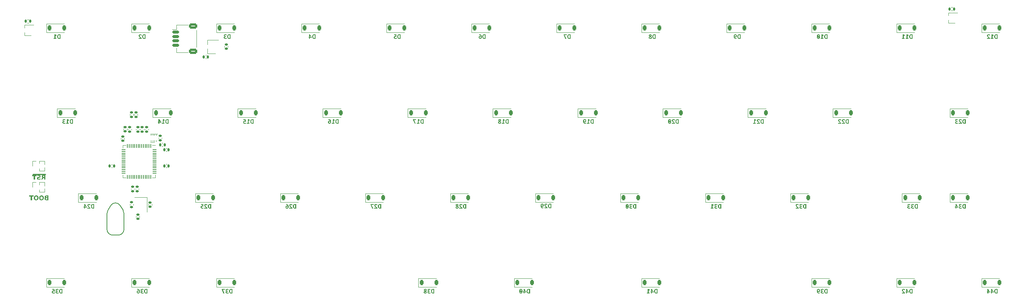
<source format=gbr>
%TF.GenerationSoftware,KiCad,Pcbnew,7.99.0-unknown-e01ef0a38d~172~ubuntu23.04.1*%
%TF.CreationDate,2023-10-19T21:10:57-04:00*%
%TF.ProjectId,Koneko40Stagger,4b6f6e65-6b6f-4343-9053-746167676572,rev?*%
%TF.SameCoordinates,Original*%
%TF.FileFunction,Legend,Bot*%
%TF.FilePolarity,Positive*%
%FSLAX46Y46*%
G04 Gerber Fmt 4.6, Leading zero omitted, Abs format (unit mm)*
G04 Created by KiCad (PCBNEW 7.99.0-unknown-e01ef0a38d~172~ubuntu23.04.1) date 2023-10-19 21:10:57*
%MOMM*%
%LPD*%
G01*
G04 APERTURE LIST*
G04 Aperture macros list*
%AMRoundRect*
0 Rectangle with rounded corners*
0 $1 Rounding radius*
0 $2 $3 $4 $5 $6 $7 $8 $9 X,Y pos of 4 corners*
0 Add a 4 corners polygon primitive as box body*
4,1,4,$2,$3,$4,$5,$6,$7,$8,$9,$2,$3,0*
0 Add four circle primitives for the rounded corners*
1,1,$1+$1,$2,$3*
1,1,$1+$1,$4,$5*
1,1,$1+$1,$6,$7*
1,1,$1+$1,$8,$9*
0 Add four rect primitives between the rounded corners*
20,1,$1+$1,$2,$3,$4,$5,0*
20,1,$1+$1,$4,$5,$6,$7,0*
20,1,$1+$1,$6,$7,$8,$9,0*
20,1,$1+$1,$8,$9,$2,$3,0*%
%AMFreePoly0*
4,1,18,-0.350000,0.510000,-0.339343,0.563576,-0.308995,0.608995,-0.263576,0.639343,-0.210000,0.650000,0.210000,0.650000,0.263576,0.639343,0.308995,0.608995,0.339343,0.563576,0.350000,0.510000,0.350000,-0.510000,0.339343,-0.563576,0.308995,-0.608995,0.263576,-0.639343,0.210000,-0.650000,-0.210000,-0.650000,-0.350000,-0.510000,-0.350000,0.510000,-0.350000,0.510000,$1*%
G04 Aperture macros list end*
%ADD10C,0.250000*%
%ADD11C,0.150000*%
%ADD12C,0.120000*%
%ADD13C,0.100000*%
%ADD14C,0.200000*%
%ADD15C,1.750000*%
%ADD16C,3.987800*%
%ADD17C,2.300000*%
%ADD18C,4.000000*%
%ADD19RoundRect,0.225000X-0.225000X-0.375000X0.225000X-0.375000X0.225000X0.375000X-0.225000X0.375000X0*%
%ADD20RoundRect,0.140000X0.170000X-0.140000X0.170000X0.140000X-0.170000X0.140000X-0.170000X-0.140000X0*%
%ADD21R,1.220000X0.650000*%
%ADD22RoundRect,0.135000X0.185000X-0.135000X0.185000X0.135000X-0.185000X0.135000X-0.185000X-0.135000X0*%
%ADD23RoundRect,0.140000X-0.170000X0.140000X-0.170000X-0.140000X0.170000X-0.140000X0.170000X0.140000X0*%
%ADD24R,0.700000X0.450000*%
%ADD25RoundRect,0.140000X0.140000X0.170000X-0.140000X0.170000X-0.140000X-0.170000X0.140000X-0.170000X0*%
%ADD26RoundRect,0.135000X0.135000X0.185000X-0.135000X0.185000X-0.135000X-0.185000X0.135000X-0.185000X0*%
%ADD27R,1.000000X1.000000*%
%ADD28O,1.000000X1.000000*%
%ADD29RoundRect,0.140000X-0.140000X-0.170000X0.140000X-0.170000X0.140000X0.170000X-0.140000X0.170000X0*%
%ADD30RoundRect,0.045000X0.045000X-0.055000X0.045000X0.055000X-0.045000X0.055000X-0.045000X-0.055000X0*%
%ADD31C,0.500000*%
%ADD32FreePoly0,90.000000*%
%ADD33RoundRect,0.135000X-0.135000X-0.185000X0.135000X-0.185000X0.135000X0.185000X-0.135000X0.185000X0*%
%ADD34R,1.000000X1.150000*%
%ADD35C,0.990600*%
%ADD36C,0.787400*%
%ADD37RoundRect,0.050000X0.387500X0.050000X-0.387500X0.050000X-0.387500X-0.050000X0.387500X-0.050000X0*%
%ADD38RoundRect,0.050000X0.050000X0.387500X-0.050000X0.387500X-0.050000X-0.387500X0.050000X-0.387500X0*%
%ADD39R,3.200000X3.200000*%
%ADD40RoundRect,0.150000X-0.625000X0.150000X-0.625000X-0.150000X0.625000X-0.150000X0.625000X0.150000X0*%
%ADD41RoundRect,0.250000X-0.650000X0.350000X-0.650000X-0.350000X0.650000X-0.350000X0.650000X0.350000X0*%
G04 APERTURE END LIST*
D10*
G36*
X45353923Y-80299375D02*
G01*
X44915019Y-80299375D01*
X44902329Y-80299303D01*
X44889843Y-80299090D01*
X44877561Y-80298735D01*
X44865483Y-80298237D01*
X44853610Y-80297598D01*
X44841940Y-80296816D01*
X44830475Y-80295892D01*
X44819214Y-80294825D01*
X44808158Y-80293617D01*
X44797305Y-80292267D01*
X44786657Y-80290774D01*
X44776212Y-80289139D01*
X44765972Y-80287362D01*
X44755936Y-80285443D01*
X44746105Y-80283382D01*
X44736477Y-80281178D01*
X44717835Y-80276345D01*
X44700009Y-80270943D01*
X44682999Y-80264973D01*
X44666807Y-80258433D01*
X44651431Y-80251325D01*
X44636872Y-80243649D01*
X44623129Y-80235404D01*
X44610204Y-80226590D01*
X44598048Y-80217196D01*
X44586676Y-80207211D01*
X44576089Y-80196634D01*
X44566286Y-80185466D01*
X44557267Y-80173706D01*
X44549032Y-80161354D01*
X44541582Y-80148411D01*
X44534916Y-80134877D01*
X44529034Y-80120751D01*
X44523936Y-80106033D01*
X44519623Y-80090724D01*
X44516094Y-80074824D01*
X44513349Y-80058332D01*
X44511388Y-80041248D01*
X44510212Y-80023573D01*
X44509820Y-80005306D01*
X44510002Y-79993304D01*
X44510352Y-79985767D01*
X44774091Y-79985767D01*
X44774248Y-79994512D01*
X44775074Y-80007107D01*
X44776609Y-80019075D01*
X44778853Y-80030417D01*
X44781804Y-80041132D01*
X44785464Y-80051219D01*
X44789833Y-80060681D01*
X44794910Y-80069515D01*
X44800695Y-80077722D01*
X44807189Y-80085303D01*
X44814391Y-80092257D01*
X44822251Y-80098542D01*
X44830811Y-80104209D01*
X44840071Y-80109258D01*
X44850031Y-80113689D01*
X44860691Y-80117501D01*
X44872050Y-80120696D01*
X44884109Y-80123272D01*
X44896868Y-80125229D01*
X44910327Y-80126569D01*
X44924486Y-80127290D01*
X44934314Y-80127428D01*
X45089408Y-80127428D01*
X45089408Y-79846060D01*
X44934314Y-79846060D01*
X44924428Y-79846196D01*
X44910192Y-79846912D01*
X44896670Y-79848243D01*
X44883860Y-79850187D01*
X44871763Y-79852745D01*
X44860378Y-79855917D01*
X44849707Y-79859703D01*
X44839747Y-79864103D01*
X44830501Y-79869117D01*
X44821967Y-79874745D01*
X44814146Y-79880987D01*
X44809296Y-79885489D01*
X44802607Y-79892754D01*
X44796622Y-79900633D01*
X44791341Y-79909126D01*
X44786764Y-79918233D01*
X44782892Y-79927953D01*
X44779723Y-79938288D01*
X44777259Y-79949237D01*
X44775499Y-79960800D01*
X44774443Y-79972976D01*
X44774091Y-79985767D01*
X44510352Y-79985767D01*
X44510549Y-79981538D01*
X44511460Y-79970009D01*
X44512735Y-79958717D01*
X44514375Y-79947661D01*
X44516380Y-79936842D01*
X44518749Y-79926259D01*
X44521482Y-79915913D01*
X44524580Y-79905804D01*
X44528043Y-79895931D01*
X44531869Y-79886295D01*
X44536061Y-79876895D01*
X44540616Y-79867733D01*
X44545536Y-79858806D01*
X44550821Y-79850116D01*
X44556470Y-79841663D01*
X44562452Y-79833493D01*
X44568736Y-79825650D01*
X44575321Y-79818136D01*
X44582207Y-79810950D01*
X44589395Y-79804092D01*
X44596885Y-79797562D01*
X44604676Y-79791361D01*
X44612768Y-79785488D01*
X44621162Y-79779942D01*
X44629857Y-79774726D01*
X44638854Y-79769837D01*
X44648153Y-79765276D01*
X44657753Y-79761044D01*
X44667654Y-79757140D01*
X44677857Y-79753564D01*
X44688361Y-79750317D01*
X44680151Y-79747003D01*
X44668299Y-79741629D01*
X44657007Y-79735769D01*
X44646272Y-79729424D01*
X44636095Y-79722594D01*
X44626477Y-79715279D01*
X44617416Y-79707479D01*
X44608914Y-79699193D01*
X44600970Y-79690423D01*
X44593584Y-79681167D01*
X44586756Y-79671426D01*
X44582497Y-79664683D01*
X44576624Y-79654239D01*
X44571369Y-79643399D01*
X44566732Y-79632165D01*
X44562714Y-79620536D01*
X44559313Y-79608512D01*
X44556531Y-79596092D01*
X44554367Y-79583278D01*
X44552822Y-79570069D01*
X44551922Y-79556876D01*
X44816100Y-79556876D01*
X44816226Y-79564002D01*
X44816887Y-79574280D01*
X44818115Y-79584064D01*
X44820634Y-79596341D01*
X44824160Y-79607740D01*
X44828694Y-79618261D01*
X44834235Y-79627905D01*
X44840784Y-79636671D01*
X44848340Y-79644559D01*
X44856874Y-79651486D01*
X44866353Y-79657489D01*
X44876779Y-79662569D01*
X44888152Y-79666724D01*
X44900471Y-79669957D01*
X44910331Y-79671775D01*
X44920724Y-79673074D01*
X44931649Y-79673853D01*
X44943107Y-79674113D01*
X45089408Y-79674113D01*
X45089408Y-79439640D01*
X44943107Y-79439640D01*
X44931649Y-79439904D01*
X44920724Y-79440696D01*
X44910331Y-79442016D01*
X44900471Y-79443864D01*
X44888152Y-79447150D01*
X44876779Y-79451375D01*
X44866353Y-79456538D01*
X44856874Y-79462640D01*
X44848340Y-79469682D01*
X44844436Y-79473543D01*
X44837384Y-79481900D01*
X44831339Y-79491105D01*
X44826301Y-79501157D01*
X44822271Y-79512057D01*
X44819249Y-79523803D01*
X44817234Y-79536397D01*
X44816384Y-79546398D01*
X44816100Y-79556876D01*
X44551922Y-79556876D01*
X44551894Y-79556465D01*
X44551585Y-79542466D01*
X44551960Y-79524761D01*
X44553085Y-79507673D01*
X44554960Y-79491201D01*
X44557584Y-79475345D01*
X44560959Y-79460106D01*
X44565084Y-79445482D01*
X44569958Y-79431476D01*
X44575582Y-79418085D01*
X44581956Y-79405311D01*
X44589080Y-79393153D01*
X44596954Y-79381612D01*
X44605578Y-79370687D01*
X44614952Y-79360378D01*
X44625076Y-79350686D01*
X44635949Y-79341610D01*
X44647573Y-79333150D01*
X44653672Y-79329123D01*
X44666561Y-79321452D01*
X44680373Y-79314293D01*
X44695105Y-79307645D01*
X44710760Y-79301508D01*
X44727336Y-79295883D01*
X44744834Y-79290769D01*
X44763253Y-79286166D01*
X44772808Y-79284057D01*
X44782594Y-79282075D01*
X44792610Y-79280222D01*
X44802857Y-79278496D01*
X44813333Y-79276898D01*
X44824041Y-79275427D01*
X44834979Y-79274085D01*
X44846147Y-79272870D01*
X44857545Y-79271784D01*
X44869174Y-79270825D01*
X44881034Y-79269994D01*
X44893123Y-79269291D01*
X44905444Y-79268715D01*
X44917994Y-79268268D01*
X44930775Y-79267948D01*
X44943787Y-79267757D01*
X44957028Y-79267693D01*
X45353923Y-79267693D01*
X45353923Y-80299375D01*
G37*
G36*
X43833927Y-79252199D02*
G01*
X43849033Y-79252614D01*
X43863932Y-79253304D01*
X43878624Y-79254271D01*
X43893108Y-79255514D01*
X43907384Y-79257033D01*
X43921453Y-79258828D01*
X43935315Y-79260900D01*
X43948969Y-79263247D01*
X43962415Y-79265871D01*
X43975654Y-79268772D01*
X43988686Y-79271948D01*
X44001510Y-79275400D01*
X44014126Y-79279129D01*
X44026535Y-79283134D01*
X44038736Y-79287415D01*
X44050730Y-79291973D01*
X44062517Y-79296806D01*
X44074096Y-79301916D01*
X44085467Y-79307302D01*
X44096631Y-79312964D01*
X44107587Y-79318903D01*
X44118336Y-79325117D01*
X44128877Y-79331608D01*
X44139211Y-79338375D01*
X44149337Y-79345418D01*
X44159256Y-79352738D01*
X44168967Y-79360333D01*
X44178471Y-79368205D01*
X44187767Y-79376353D01*
X44196856Y-79384777D01*
X44205737Y-79393478D01*
X44214378Y-79402421D01*
X44222744Y-79411575D01*
X44230836Y-79420938D01*
X44238653Y-79430511D01*
X44246196Y-79440294D01*
X44253465Y-79450287D01*
X44260459Y-79460490D01*
X44267180Y-79470903D01*
X44273626Y-79481525D01*
X44279797Y-79492358D01*
X44285695Y-79503400D01*
X44291318Y-79514653D01*
X44296667Y-79526115D01*
X44301741Y-79537787D01*
X44306541Y-79549669D01*
X44311067Y-79561761D01*
X44315319Y-79574063D01*
X44319296Y-79586575D01*
X44322999Y-79599296D01*
X44326428Y-79612228D01*
X44329582Y-79625369D01*
X44332462Y-79638720D01*
X44335068Y-79652282D01*
X44337400Y-79666053D01*
X44339457Y-79680034D01*
X44341240Y-79694225D01*
X44342748Y-79708625D01*
X44343983Y-79723236D01*
X44344943Y-79738057D01*
X44345628Y-79753087D01*
X44346040Y-79768328D01*
X44346177Y-79783778D01*
X44346040Y-79799198D01*
X44345628Y-79814409D01*
X44344943Y-79829412D01*
X44343983Y-79844205D01*
X44342748Y-79858790D01*
X44341240Y-79873165D01*
X44339457Y-79887332D01*
X44337400Y-79901289D01*
X44335068Y-79915038D01*
X44332462Y-79928578D01*
X44329582Y-79941908D01*
X44326428Y-79955030D01*
X44322999Y-79967943D01*
X44319296Y-79980647D01*
X44315319Y-79993142D01*
X44311067Y-80005428D01*
X44306541Y-80017505D01*
X44301741Y-80029374D01*
X44296667Y-80041033D01*
X44291318Y-80052483D01*
X44285695Y-80063725D01*
X44279797Y-80074757D01*
X44273626Y-80085580D01*
X44267180Y-80096195D01*
X44260459Y-80106601D01*
X44253465Y-80116797D01*
X44246196Y-80126785D01*
X44238653Y-80136564D01*
X44230836Y-80146134D01*
X44222744Y-80155494D01*
X44214378Y-80164646D01*
X44205737Y-80173589D01*
X44196856Y-80182290D01*
X44187767Y-80190714D01*
X44178471Y-80198862D01*
X44168967Y-80206734D01*
X44159256Y-80214330D01*
X44149337Y-80221649D01*
X44139211Y-80228692D01*
X44128877Y-80235459D01*
X44118336Y-80241950D01*
X44107587Y-80248165D01*
X44096631Y-80254103D01*
X44085467Y-80259765D01*
X44074096Y-80265151D01*
X44062517Y-80270261D01*
X44050730Y-80275095D01*
X44038736Y-80279652D01*
X44026535Y-80283933D01*
X44014126Y-80287938D01*
X44001510Y-80291667D01*
X43988686Y-80295119D01*
X43975654Y-80298296D01*
X43962415Y-80301196D01*
X43948969Y-80303820D01*
X43935315Y-80306168D01*
X43921453Y-80308239D01*
X43907384Y-80310034D01*
X43893108Y-80311553D01*
X43878624Y-80312796D01*
X43863932Y-80313763D01*
X43849033Y-80314454D01*
X43833927Y-80314868D01*
X43818612Y-80315006D01*
X43803254Y-80314868D01*
X43788105Y-80314454D01*
X43773166Y-80313763D01*
X43758437Y-80312796D01*
X43743918Y-80311553D01*
X43729609Y-80310034D01*
X43715510Y-80308239D01*
X43701620Y-80306168D01*
X43687941Y-80303820D01*
X43674471Y-80301196D01*
X43661211Y-80298296D01*
X43648162Y-80295119D01*
X43635322Y-80291667D01*
X43622692Y-80287938D01*
X43610271Y-80283933D01*
X43598061Y-80279652D01*
X43586061Y-80275095D01*
X43574270Y-80270261D01*
X43562690Y-80265151D01*
X43551319Y-80259765D01*
X43540158Y-80254103D01*
X43529208Y-80248165D01*
X43518467Y-80241950D01*
X43507936Y-80235459D01*
X43497614Y-80228692D01*
X43487503Y-80221649D01*
X43477602Y-80214330D01*
X43467910Y-80206734D01*
X43458429Y-80198862D01*
X43449157Y-80190714D01*
X43440095Y-80182290D01*
X43431243Y-80173589D01*
X43422618Y-80164646D01*
X43414267Y-80155494D01*
X43406189Y-80146134D01*
X43398385Y-80136564D01*
X43390855Y-80126785D01*
X43383599Y-80116797D01*
X43376616Y-80106601D01*
X43369908Y-80096195D01*
X43363473Y-80085580D01*
X43357312Y-80074757D01*
X43351425Y-80063725D01*
X43345812Y-80052483D01*
X43340472Y-80041033D01*
X43335407Y-80029374D01*
X43330615Y-80017505D01*
X43326097Y-80005428D01*
X43321853Y-79993142D01*
X43317882Y-79980647D01*
X43314186Y-79967943D01*
X43310763Y-79955030D01*
X43307614Y-79941908D01*
X43304739Y-79928578D01*
X43302138Y-79915038D01*
X43299810Y-79901289D01*
X43297757Y-79887332D01*
X43295977Y-79873165D01*
X43294471Y-79858790D01*
X43293238Y-79844205D01*
X43292280Y-79829412D01*
X43291596Y-79814409D01*
X43291185Y-79799198D01*
X43291048Y-79783778D01*
X43563867Y-79783778D01*
X43563932Y-79793904D01*
X43564128Y-79803888D01*
X43564909Y-79823429D01*
X43566211Y-79842402D01*
X43568035Y-79860806D01*
X43570379Y-79878641D01*
X43573244Y-79895908D01*
X43576630Y-79912606D01*
X43580537Y-79928736D01*
X43584965Y-79944297D01*
X43589913Y-79959289D01*
X43595383Y-79973713D01*
X43601374Y-79987568D01*
X43607885Y-80000854D01*
X43614918Y-80013572D01*
X43622471Y-80025721D01*
X43630546Y-80037302D01*
X43639094Y-80048216D01*
X43648070Y-80058425D01*
X43657473Y-80067931D01*
X43667304Y-80076732D01*
X43677562Y-80084829D01*
X43688248Y-80092222D01*
X43699361Y-80098911D01*
X43710901Y-80104896D01*
X43722869Y-80110177D01*
X43735265Y-80114754D01*
X43748087Y-80118626D01*
X43761338Y-80121795D01*
X43775015Y-80124259D01*
X43789120Y-80126019D01*
X43803653Y-80127075D01*
X43818612Y-80127428D01*
X43833513Y-80127075D01*
X43847990Y-80126019D01*
X43862044Y-80124259D01*
X43875674Y-80121795D01*
X43888880Y-80118626D01*
X43901663Y-80114754D01*
X43914022Y-80110177D01*
X43925957Y-80104896D01*
X43937469Y-80098911D01*
X43948557Y-80092222D01*
X43959222Y-80084829D01*
X43969463Y-80076732D01*
X43979280Y-80067931D01*
X43988674Y-80058425D01*
X43997644Y-80048216D01*
X44006191Y-80037302D01*
X44010293Y-80031583D01*
X44018107Y-80019718D01*
X44025400Y-80007284D01*
X44032172Y-79994282D01*
X44038423Y-79980712D01*
X44044153Y-79966572D01*
X44049363Y-79951864D01*
X44054051Y-79936588D01*
X44058218Y-79920742D01*
X44061865Y-79904328D01*
X44064990Y-79887346D01*
X44067595Y-79869795D01*
X44069679Y-79851675D01*
X44071241Y-79832987D01*
X44072283Y-79813730D01*
X44072609Y-79803888D01*
X44072804Y-79793904D01*
X44072869Y-79783778D01*
X44072804Y-79773622D01*
X44072609Y-79763610D01*
X44071827Y-79744016D01*
X44070525Y-79724996D01*
X44068702Y-79706551D01*
X44066358Y-79688681D01*
X44063493Y-79671384D01*
X44060107Y-79654662D01*
X44056200Y-79638514D01*
X44051772Y-79622941D01*
X44046823Y-79607942D01*
X44041353Y-79593517D01*
X44035363Y-79579667D01*
X44028851Y-79566391D01*
X44021819Y-79553690D01*
X44014265Y-79541562D01*
X44006191Y-79530010D01*
X43997644Y-79519066D01*
X43988674Y-79508829D01*
X43979280Y-79499298D01*
X43969463Y-79490473D01*
X43959222Y-79482354D01*
X43948557Y-79474940D01*
X43937469Y-79468233D01*
X43925957Y-79462232D01*
X43914022Y-79456937D01*
X43901663Y-79452348D01*
X43888880Y-79448465D01*
X43875674Y-79445288D01*
X43862044Y-79442817D01*
X43847990Y-79441052D01*
X43833513Y-79439993D01*
X43818612Y-79439640D01*
X43803653Y-79439993D01*
X43789120Y-79441052D01*
X43775015Y-79442817D01*
X43761338Y-79445288D01*
X43748087Y-79448465D01*
X43735265Y-79452348D01*
X43722869Y-79456937D01*
X43710901Y-79462232D01*
X43699361Y-79468233D01*
X43688248Y-79474940D01*
X43677562Y-79482354D01*
X43667304Y-79490473D01*
X43657473Y-79499298D01*
X43648070Y-79508829D01*
X43639094Y-79519066D01*
X43630546Y-79530010D01*
X43626443Y-79535714D01*
X43618629Y-79547554D01*
X43611336Y-79559969D01*
X43604564Y-79572957D01*
X43598313Y-79586521D01*
X43592583Y-79600658D01*
X43587374Y-79615370D01*
X43582686Y-79630656D01*
X43578518Y-79646516D01*
X43574872Y-79662951D01*
X43571746Y-79679961D01*
X43569142Y-79697544D01*
X43567058Y-79715702D01*
X43565495Y-79734434D01*
X43564453Y-79753741D01*
X43564128Y-79763610D01*
X43563932Y-79773622D01*
X43563867Y-79783778D01*
X43291048Y-79783778D01*
X43291185Y-79768328D01*
X43291596Y-79753087D01*
X43292280Y-79738057D01*
X43293238Y-79723236D01*
X43294471Y-79708625D01*
X43295977Y-79694225D01*
X43297757Y-79680034D01*
X43299810Y-79666053D01*
X43302138Y-79652282D01*
X43304739Y-79638720D01*
X43307614Y-79625369D01*
X43310763Y-79612228D01*
X43314186Y-79599296D01*
X43317882Y-79586575D01*
X43321853Y-79574063D01*
X43326097Y-79561761D01*
X43330615Y-79549669D01*
X43335407Y-79537787D01*
X43340472Y-79526115D01*
X43345812Y-79514653D01*
X43351425Y-79503400D01*
X43357312Y-79492358D01*
X43363473Y-79481525D01*
X43369908Y-79470903D01*
X43376616Y-79460490D01*
X43383599Y-79450287D01*
X43390855Y-79440294D01*
X43398385Y-79430511D01*
X43406189Y-79420938D01*
X43414267Y-79411575D01*
X43422618Y-79402421D01*
X43431243Y-79393478D01*
X43440095Y-79384777D01*
X43449157Y-79376353D01*
X43458429Y-79368205D01*
X43467910Y-79360333D01*
X43477602Y-79352738D01*
X43487503Y-79345418D01*
X43497614Y-79338375D01*
X43507936Y-79331608D01*
X43518467Y-79325117D01*
X43529208Y-79318903D01*
X43540158Y-79312964D01*
X43551319Y-79307302D01*
X43562690Y-79301916D01*
X43574270Y-79296806D01*
X43586061Y-79291973D01*
X43598061Y-79287415D01*
X43610271Y-79283134D01*
X43622692Y-79279129D01*
X43635322Y-79275400D01*
X43648162Y-79271948D01*
X43661211Y-79268772D01*
X43674471Y-79265871D01*
X43687941Y-79263247D01*
X43701620Y-79260900D01*
X43715510Y-79258828D01*
X43729609Y-79257033D01*
X43743918Y-79255514D01*
X43758437Y-79254271D01*
X43773166Y-79253304D01*
X43788105Y-79252614D01*
X43803254Y-79252199D01*
X43818612Y-79252061D01*
X43833927Y-79252199D01*
G37*
G36*
X42643975Y-79252199D02*
G01*
X42659082Y-79252614D01*
X42673981Y-79253304D01*
X42688673Y-79254271D01*
X42703157Y-79255514D01*
X42717433Y-79257033D01*
X42731502Y-79258828D01*
X42745364Y-79260900D01*
X42759018Y-79263247D01*
X42772464Y-79265871D01*
X42785703Y-79268772D01*
X42798735Y-79271948D01*
X42811558Y-79275400D01*
X42824175Y-79279129D01*
X42836584Y-79283134D01*
X42848785Y-79287415D01*
X42860779Y-79291973D01*
X42872565Y-79296806D01*
X42884144Y-79301916D01*
X42895516Y-79307302D01*
X42906680Y-79312964D01*
X42917636Y-79318903D01*
X42928385Y-79325117D01*
X42938926Y-79331608D01*
X42949260Y-79338375D01*
X42959386Y-79345418D01*
X42969305Y-79352738D01*
X42979016Y-79360333D01*
X42988520Y-79368205D01*
X42997816Y-79376353D01*
X43006905Y-79384777D01*
X43015786Y-79393478D01*
X43024427Y-79402421D01*
X43032793Y-79411575D01*
X43040884Y-79420938D01*
X43048702Y-79430511D01*
X43056245Y-79440294D01*
X43063514Y-79450287D01*
X43070508Y-79460490D01*
X43077229Y-79470903D01*
X43083675Y-79481525D01*
X43089846Y-79492358D01*
X43095744Y-79503400D01*
X43101367Y-79514653D01*
X43106715Y-79526115D01*
X43111790Y-79537787D01*
X43116590Y-79549669D01*
X43121116Y-79561761D01*
X43125368Y-79574063D01*
X43129345Y-79586575D01*
X43133048Y-79599296D01*
X43136477Y-79612228D01*
X43139631Y-79625369D01*
X43142511Y-79638720D01*
X43145117Y-79652282D01*
X43147448Y-79666053D01*
X43149506Y-79680034D01*
X43151289Y-79694225D01*
X43152797Y-79708625D01*
X43154032Y-79723236D01*
X43154992Y-79738057D01*
X43155677Y-79753087D01*
X43156089Y-79768328D01*
X43156226Y-79783778D01*
X43156089Y-79799198D01*
X43155677Y-79814409D01*
X43154992Y-79829412D01*
X43154032Y-79844205D01*
X43152797Y-79858790D01*
X43151289Y-79873165D01*
X43149506Y-79887332D01*
X43147448Y-79901289D01*
X43145117Y-79915038D01*
X43142511Y-79928578D01*
X43139631Y-79941908D01*
X43136477Y-79955030D01*
X43133048Y-79967943D01*
X43129345Y-79980647D01*
X43125368Y-79993142D01*
X43121116Y-80005428D01*
X43116590Y-80017505D01*
X43111790Y-80029374D01*
X43106715Y-80041033D01*
X43101367Y-80052483D01*
X43095744Y-80063725D01*
X43089846Y-80074757D01*
X43083675Y-80085580D01*
X43077229Y-80096195D01*
X43070508Y-80106601D01*
X43063514Y-80116797D01*
X43056245Y-80126785D01*
X43048702Y-80136564D01*
X43040884Y-80146134D01*
X43032793Y-80155494D01*
X43024427Y-80164646D01*
X43015786Y-80173589D01*
X43006905Y-80182290D01*
X42997816Y-80190714D01*
X42988520Y-80198862D01*
X42979016Y-80206734D01*
X42969305Y-80214330D01*
X42959386Y-80221649D01*
X42949260Y-80228692D01*
X42938926Y-80235459D01*
X42928385Y-80241950D01*
X42917636Y-80248165D01*
X42906680Y-80254103D01*
X42895516Y-80259765D01*
X42884144Y-80265151D01*
X42872565Y-80270261D01*
X42860779Y-80275095D01*
X42848785Y-80279652D01*
X42836584Y-80283933D01*
X42824175Y-80287938D01*
X42811558Y-80291667D01*
X42798735Y-80295119D01*
X42785703Y-80298296D01*
X42772464Y-80301196D01*
X42759018Y-80303820D01*
X42745364Y-80306168D01*
X42731502Y-80308239D01*
X42717433Y-80310034D01*
X42703157Y-80311553D01*
X42688673Y-80312796D01*
X42673981Y-80313763D01*
X42659082Y-80314454D01*
X42643975Y-80314868D01*
X42628661Y-80315006D01*
X42613303Y-80314868D01*
X42598154Y-80314454D01*
X42583215Y-80313763D01*
X42568486Y-80312796D01*
X42553967Y-80311553D01*
X42539658Y-80310034D01*
X42525558Y-80308239D01*
X42511669Y-80306168D01*
X42497990Y-80303820D01*
X42484520Y-80301196D01*
X42471260Y-80298296D01*
X42458210Y-80295119D01*
X42445370Y-80291667D01*
X42432740Y-80287938D01*
X42420320Y-80283933D01*
X42408110Y-80279652D01*
X42396110Y-80275095D01*
X42384319Y-80270261D01*
X42372739Y-80265151D01*
X42361368Y-80259765D01*
X42350207Y-80254103D01*
X42339256Y-80248165D01*
X42328516Y-80241950D01*
X42317984Y-80235459D01*
X42307663Y-80228692D01*
X42297552Y-80221649D01*
X42287651Y-80214330D01*
X42277959Y-80206734D01*
X42268478Y-80198862D01*
X42259206Y-80190714D01*
X42250144Y-80182290D01*
X42241292Y-80173589D01*
X42232667Y-80164646D01*
X42224315Y-80155494D01*
X42216238Y-80146134D01*
X42208434Y-80136564D01*
X42200904Y-80126785D01*
X42193648Y-80116797D01*
X42186665Y-80106601D01*
X42179957Y-80096195D01*
X42173522Y-80085580D01*
X42167361Y-80074757D01*
X42161474Y-80063725D01*
X42155861Y-80052483D01*
X42150521Y-80041033D01*
X42145455Y-80029374D01*
X42140664Y-80017505D01*
X42136146Y-80005428D01*
X42131901Y-79993142D01*
X42127931Y-79980647D01*
X42124235Y-79967943D01*
X42120812Y-79955030D01*
X42117663Y-79941908D01*
X42114788Y-79928578D01*
X42112186Y-79915038D01*
X42109859Y-79901289D01*
X42107805Y-79887332D01*
X42106026Y-79873165D01*
X42104520Y-79858790D01*
X42103287Y-79844205D01*
X42102329Y-79829412D01*
X42101644Y-79814409D01*
X42101234Y-79799198D01*
X42101097Y-79783778D01*
X42373916Y-79783778D01*
X42373981Y-79793904D01*
X42374177Y-79803888D01*
X42374958Y-79823429D01*
X42376260Y-79842402D01*
X42378083Y-79860806D01*
X42380428Y-79878641D01*
X42383293Y-79895908D01*
X42386679Y-79912606D01*
X42390586Y-79928736D01*
X42395013Y-79944297D01*
X42399962Y-79959289D01*
X42405432Y-79973713D01*
X42411423Y-79987568D01*
X42417934Y-80000854D01*
X42424967Y-80013572D01*
X42432520Y-80025721D01*
X42440594Y-80037302D01*
X42449143Y-80048216D01*
X42458119Y-80058425D01*
X42467522Y-80067931D01*
X42477353Y-80076732D01*
X42487611Y-80084829D01*
X42498297Y-80092222D01*
X42509410Y-80098911D01*
X42520950Y-80104896D01*
X42532918Y-80110177D01*
X42545313Y-80114754D01*
X42558136Y-80118626D01*
X42571386Y-80121795D01*
X42585064Y-80124259D01*
X42599169Y-80126019D01*
X42613701Y-80127075D01*
X42628661Y-80127428D01*
X42643562Y-80127075D01*
X42658039Y-80126019D01*
X42672093Y-80124259D01*
X42685723Y-80121795D01*
X42698929Y-80118626D01*
X42711712Y-80114754D01*
X42724071Y-80110177D01*
X42736006Y-80104896D01*
X42747518Y-80098911D01*
X42758606Y-80092222D01*
X42769271Y-80084829D01*
X42779512Y-80076732D01*
X42789329Y-80067931D01*
X42798723Y-80058425D01*
X42807693Y-80048216D01*
X42816240Y-80037302D01*
X42820342Y-80031583D01*
X42828156Y-80019718D01*
X42835449Y-80007284D01*
X42842221Y-79994282D01*
X42848472Y-79980712D01*
X42854202Y-79966572D01*
X42859411Y-79951864D01*
X42864100Y-79936588D01*
X42868267Y-79920742D01*
X42871914Y-79904328D01*
X42875039Y-79887346D01*
X42877644Y-79869795D01*
X42879727Y-79851675D01*
X42881290Y-79832987D01*
X42882332Y-79813730D01*
X42882658Y-79803888D01*
X42882853Y-79793904D01*
X42882918Y-79783778D01*
X42882853Y-79773622D01*
X42882658Y-79763610D01*
X42881876Y-79744016D01*
X42880574Y-79724996D01*
X42878751Y-79706551D01*
X42876407Y-79688681D01*
X42873542Y-79671384D01*
X42870156Y-79654662D01*
X42866249Y-79638514D01*
X42861821Y-79622941D01*
X42856872Y-79607942D01*
X42851402Y-79593517D01*
X42845412Y-79579667D01*
X42838900Y-79566391D01*
X42831868Y-79553690D01*
X42824314Y-79541562D01*
X42816240Y-79530010D01*
X42807693Y-79519066D01*
X42798723Y-79508829D01*
X42789329Y-79499298D01*
X42779512Y-79490473D01*
X42769271Y-79482354D01*
X42758606Y-79474940D01*
X42747518Y-79468233D01*
X42736006Y-79462232D01*
X42724071Y-79456937D01*
X42711712Y-79452348D01*
X42698929Y-79448465D01*
X42685723Y-79445288D01*
X42672093Y-79442817D01*
X42658039Y-79441052D01*
X42643562Y-79439993D01*
X42628661Y-79439640D01*
X42613701Y-79439993D01*
X42599169Y-79441052D01*
X42585064Y-79442817D01*
X42571386Y-79445288D01*
X42558136Y-79448465D01*
X42545313Y-79452348D01*
X42532918Y-79456937D01*
X42520950Y-79462232D01*
X42509410Y-79468233D01*
X42498297Y-79474940D01*
X42487611Y-79482354D01*
X42477353Y-79490473D01*
X42467522Y-79499298D01*
X42458119Y-79508829D01*
X42449143Y-79519066D01*
X42440594Y-79530010D01*
X42436492Y-79535714D01*
X42428678Y-79547554D01*
X42421385Y-79559969D01*
X42414613Y-79572957D01*
X42408362Y-79586521D01*
X42402632Y-79600658D01*
X42397423Y-79615370D01*
X42392734Y-79630656D01*
X42388567Y-79646516D01*
X42384921Y-79662951D01*
X42381795Y-79679961D01*
X42379190Y-79697544D01*
X42377107Y-79715702D01*
X42375544Y-79734434D01*
X42374502Y-79753741D01*
X42374177Y-79763610D01*
X42373981Y-79773622D01*
X42373916Y-79783778D01*
X42101097Y-79783778D01*
X42101234Y-79768328D01*
X42101644Y-79753087D01*
X42102329Y-79738057D01*
X42103287Y-79723236D01*
X42104520Y-79708625D01*
X42106026Y-79694225D01*
X42107805Y-79680034D01*
X42109859Y-79666053D01*
X42112186Y-79652282D01*
X42114788Y-79638720D01*
X42117663Y-79625369D01*
X42120812Y-79612228D01*
X42124235Y-79599296D01*
X42127931Y-79586575D01*
X42131901Y-79574063D01*
X42136146Y-79561761D01*
X42140664Y-79549669D01*
X42145455Y-79537787D01*
X42150521Y-79526115D01*
X42155861Y-79514653D01*
X42161474Y-79503400D01*
X42167361Y-79492358D01*
X42173522Y-79481525D01*
X42179957Y-79470903D01*
X42186665Y-79460490D01*
X42193648Y-79450287D01*
X42200904Y-79440294D01*
X42208434Y-79430511D01*
X42216238Y-79420938D01*
X42224315Y-79411575D01*
X42232667Y-79402421D01*
X42241292Y-79393478D01*
X42250144Y-79384777D01*
X42259206Y-79376353D01*
X42268478Y-79368205D01*
X42277959Y-79360333D01*
X42287651Y-79352738D01*
X42297552Y-79345418D01*
X42307663Y-79338375D01*
X42317984Y-79331608D01*
X42328516Y-79325117D01*
X42339256Y-79318903D01*
X42350207Y-79312964D01*
X42361368Y-79307302D01*
X42372739Y-79301916D01*
X42384319Y-79296806D01*
X42396110Y-79291973D01*
X42408110Y-79287415D01*
X42420320Y-79283134D01*
X42432740Y-79279129D01*
X42445370Y-79275400D01*
X42458210Y-79271948D01*
X42471260Y-79268772D01*
X42484520Y-79265871D01*
X42497990Y-79263247D01*
X42511669Y-79260900D01*
X42525558Y-79258828D01*
X42539658Y-79257033D01*
X42553967Y-79255514D01*
X42568486Y-79254271D01*
X42583215Y-79253304D01*
X42598154Y-79252614D01*
X42613303Y-79252199D01*
X42628661Y-79252061D01*
X42643975Y-79252199D01*
G37*
G36*
X42029534Y-79267693D02*
G01*
X41084314Y-79267693D01*
X41084314Y-79470903D01*
X41424300Y-79470903D01*
X41424300Y-80299375D01*
X41688815Y-80299375D01*
X41688815Y-79470903D01*
X42029534Y-79470903D01*
X42029534Y-79267693D01*
G37*
G36*
X44673462Y-75699375D02*
G01*
X44408947Y-75699375D01*
X44408947Y-75308586D01*
X44334209Y-75308586D01*
X44326249Y-75308697D01*
X44314685Y-75309278D01*
X44303572Y-75310357D01*
X44292909Y-75311934D01*
X44282697Y-75314009D01*
X44272936Y-75316582D01*
X44263626Y-75319653D01*
X44251914Y-75324523D01*
X44241003Y-75330278D01*
X44230894Y-75336918D01*
X44228468Y-75338737D01*
X44218782Y-75346970D01*
X44211538Y-75354153D01*
X44204311Y-75362197D01*
X44197101Y-75371105D01*
X44189908Y-75380876D01*
X44182732Y-75391510D01*
X44175574Y-75403007D01*
X44168433Y-75415367D01*
X44163681Y-75424086D01*
X44158938Y-75433189D01*
X44154202Y-75442675D01*
X44029149Y-75699375D01*
X43747537Y-75699375D01*
X43891152Y-75406039D01*
X43893899Y-75400451D01*
X43899387Y-75389544D01*
X43904867Y-75378996D01*
X43910340Y-75368806D01*
X43915805Y-75358975D01*
X43921262Y-75349503D01*
X43926711Y-75340390D01*
X43932154Y-75331635D01*
X43937588Y-75323240D01*
X43945725Y-75311318D01*
X43953845Y-75300204D01*
X43961948Y-75289898D01*
X43970034Y-75280398D01*
X43978103Y-75271705D01*
X43983520Y-75266274D01*
X43991810Y-75258595D01*
X44000298Y-75251479D01*
X44008984Y-75244925D01*
X44017867Y-75238934D01*
X44026947Y-75233505D01*
X44036225Y-75228638D01*
X44045700Y-75224334D01*
X44055373Y-75220593D01*
X44065243Y-75217413D01*
X44075311Y-75214797D01*
X44063141Y-75210786D01*
X44051360Y-75206508D01*
X44039969Y-75201962D01*
X44028966Y-75197150D01*
X44018353Y-75192071D01*
X44008129Y-75186724D01*
X43998295Y-75181110D01*
X43988849Y-75175229D01*
X43979793Y-75169081D01*
X43971126Y-75162666D01*
X43962849Y-75155984D01*
X43954961Y-75149034D01*
X43947462Y-75141818D01*
X43940352Y-75134334D01*
X43933631Y-75126583D01*
X43927300Y-75118565D01*
X43921326Y-75110241D01*
X43915737Y-75101632D01*
X43910533Y-75092739D01*
X43905715Y-75083562D01*
X43901283Y-75074100D01*
X43897235Y-75064355D01*
X43893574Y-75054324D01*
X43890297Y-75044010D01*
X43887407Y-75033411D01*
X43884901Y-75022528D01*
X43882781Y-75011361D01*
X43881047Y-74999909D01*
X43879698Y-74988173D01*
X43879617Y-74987162D01*
X44142478Y-74987162D01*
X44142619Y-74995921D01*
X44143361Y-75008472D01*
X44144737Y-75020318D01*
X44146749Y-75031461D01*
X44149397Y-75041899D01*
X44152680Y-75051634D01*
X44156598Y-75060664D01*
X44162811Y-75071609D01*
X44170154Y-75081303D01*
X44178626Y-75089744D01*
X44185774Y-75095331D01*
X44196601Y-75101926D01*
X44205693Y-75106231D01*
X44215618Y-75109986D01*
X44226376Y-75113192D01*
X44237966Y-75115848D01*
X44250390Y-75117954D01*
X44263646Y-75119511D01*
X44277735Y-75120519D01*
X44287591Y-75120885D01*
X44297817Y-75121007D01*
X44408947Y-75121007D01*
X44408947Y-74855271D01*
X44297817Y-74855271D01*
X44292657Y-74855301D01*
X44282617Y-74855540D01*
X44268250Y-74856345D01*
X44254716Y-74857686D01*
X44242015Y-74859565D01*
X44230146Y-74861980D01*
X44219111Y-74864931D01*
X44208909Y-74868420D01*
X44199539Y-74872445D01*
X44188342Y-74878646D01*
X44178626Y-74885802D01*
X44174249Y-74889775D01*
X44166341Y-74898667D01*
X44159564Y-74908819D01*
X44153916Y-74920229D01*
X44150421Y-74929614D01*
X44147561Y-74939707D01*
X44145337Y-74950508D01*
X44143749Y-74962018D01*
X44142796Y-74974236D01*
X44142478Y-74987162D01*
X43879617Y-74987162D01*
X43878734Y-74976152D01*
X43878156Y-74963848D01*
X43877963Y-74951259D01*
X43878332Y-74933158D01*
X43879440Y-74915676D01*
X43881286Y-74898811D01*
X43883871Y-74882565D01*
X43887194Y-74866938D01*
X43891255Y-74851928D01*
X43896055Y-74837537D01*
X43901594Y-74823764D01*
X43907870Y-74810609D01*
X43914886Y-74798073D01*
X43922639Y-74786154D01*
X43931132Y-74774854D01*
X43940362Y-74764172D01*
X43950331Y-74754109D01*
X43961039Y-74744664D01*
X43972485Y-74735836D01*
X43978483Y-74731644D01*
X43991115Y-74723658D01*
X44004594Y-74716205D01*
X44018921Y-74709284D01*
X44034094Y-74702896D01*
X44050115Y-74697040D01*
X44066983Y-74691716D01*
X44084698Y-74686925D01*
X44103261Y-74682666D01*
X44112860Y-74680736D01*
X44122671Y-74678939D01*
X44132693Y-74677275D01*
X44142927Y-74675745D01*
X44153374Y-74674347D01*
X44164032Y-74673083D01*
X44174901Y-74671952D01*
X44185983Y-74670953D01*
X44197276Y-74670088D01*
X44208781Y-74669356D01*
X44220498Y-74668757D01*
X44232427Y-74668292D01*
X44244568Y-74667959D01*
X44256920Y-74667759D01*
X44269484Y-74667693D01*
X44673462Y-74667693D01*
X44673462Y-75699375D01*
G37*
G36*
X42882185Y-74701887D02*
G01*
X42882185Y-74917797D01*
X42892732Y-74913018D01*
X42903247Y-74908390D01*
X42913730Y-74903913D01*
X42924179Y-74899586D01*
X42934597Y-74895410D01*
X42944982Y-74891385D01*
X42955335Y-74887510D01*
X42965655Y-74883787D01*
X42975943Y-74880214D01*
X42986198Y-74876791D01*
X42996421Y-74873520D01*
X43006611Y-74870399D01*
X43016769Y-74867429D01*
X43026895Y-74864610D01*
X43036988Y-74861941D01*
X43047049Y-74859423D01*
X43057059Y-74857028D01*
X43067001Y-74854787D01*
X43076873Y-74852700D01*
X43086677Y-74850768D01*
X43096413Y-74848991D01*
X43106079Y-74847368D01*
X43120451Y-74845223D01*
X43134667Y-74843426D01*
X43148729Y-74841977D01*
X43162637Y-74840876D01*
X43176390Y-74840123D01*
X43189988Y-74839717D01*
X43198968Y-74839640D01*
X43210621Y-74839743D01*
X43221889Y-74840052D01*
X43232771Y-74840567D01*
X43243268Y-74841288D01*
X43253379Y-74842216D01*
X43263105Y-74843349D01*
X43276971Y-74845436D01*
X43289969Y-74847986D01*
X43302101Y-74851000D01*
X43313365Y-74854477D01*
X43323762Y-74858419D01*
X43333292Y-74862824D01*
X43339163Y-74866018D01*
X43349754Y-74873067D01*
X43358932Y-74881024D01*
X43366698Y-74889889D01*
X43373052Y-74899662D01*
X43377994Y-74910344D01*
X43381524Y-74921934D01*
X43383642Y-74934433D01*
X43384304Y-74944402D01*
X43384348Y-74947839D01*
X43383871Y-74957991D01*
X43381933Y-74969864D01*
X43378505Y-74980831D01*
X43373585Y-74990892D01*
X43367175Y-75000046D01*
X43359274Y-75008294D01*
X43353818Y-75012808D01*
X43345407Y-75018506D01*
X43335439Y-75023997D01*
X43323913Y-75029283D01*
X43314248Y-75033112D01*
X43303706Y-75036825D01*
X43292289Y-75040422D01*
X43279996Y-75043903D01*
X43266826Y-75047268D01*
X43252782Y-75050518D01*
X43242932Y-75052619D01*
X43130091Y-75075334D01*
X43119502Y-75077521D01*
X43109107Y-75079778D01*
X43098904Y-75082105D01*
X43088895Y-75084501D01*
X43079078Y-75086967D01*
X43069455Y-75089502D01*
X43060026Y-75092107D01*
X43041745Y-75097526D01*
X43024238Y-75103224D01*
X43007504Y-75109200D01*
X42991542Y-75115455D01*
X42976353Y-75121989D01*
X42961937Y-75128801D01*
X42948294Y-75135891D01*
X42935423Y-75143261D01*
X42923326Y-75150909D01*
X42912001Y-75158835D01*
X42901449Y-75167040D01*
X42891670Y-75175524D01*
X42887070Y-75179870D01*
X42878315Y-75188864D01*
X42870126Y-75198322D01*
X42862501Y-75208243D01*
X42855440Y-75218628D01*
X42848945Y-75229477D01*
X42843015Y-75240789D01*
X42837649Y-75252566D01*
X42832848Y-75264805D01*
X42828612Y-75277509D01*
X42824941Y-75290676D01*
X42821834Y-75304307D01*
X42819292Y-75318401D01*
X42817316Y-75332960D01*
X42815904Y-75347982D01*
X42815056Y-75363467D01*
X42814774Y-75379416D01*
X42814872Y-75389941D01*
X42815167Y-75400296D01*
X42815658Y-75410482D01*
X42816346Y-75420499D01*
X42817231Y-75430346D01*
X42819589Y-75449532D01*
X42822734Y-75468041D01*
X42826665Y-75485873D01*
X42831382Y-75503027D01*
X42836885Y-75519504D01*
X42843174Y-75535304D01*
X42850249Y-75550426D01*
X42858111Y-75564870D01*
X42866759Y-75578638D01*
X42876192Y-75591728D01*
X42886412Y-75604140D01*
X42897419Y-75615875D01*
X42909211Y-75626933D01*
X42915402Y-75632208D01*
X42928396Y-75642234D01*
X42942219Y-75651614D01*
X42956873Y-75660346D01*
X42972356Y-75668432D01*
X42988670Y-75675871D01*
X43005814Y-75682663D01*
X43023788Y-75688808D01*
X43042591Y-75694306D01*
X43052305Y-75696813D01*
X43062225Y-75699158D01*
X43072354Y-75701341D01*
X43082689Y-75703363D01*
X43093233Y-75705222D01*
X43103983Y-75706920D01*
X43114942Y-75708457D01*
X43126107Y-75709831D01*
X43137481Y-75711044D01*
X43149061Y-75712095D01*
X43160850Y-75712985D01*
X43172845Y-75713712D01*
X43185049Y-75714278D01*
X43197460Y-75714683D01*
X43210078Y-75714925D01*
X43222904Y-75715006D01*
X43235089Y-75714935D01*
X43247282Y-75714724D01*
X43259483Y-75714371D01*
X43271691Y-75713876D01*
X43283907Y-75713241D01*
X43296131Y-75712464D01*
X43308362Y-75711547D01*
X43320601Y-75710488D01*
X43332847Y-75709287D01*
X43345102Y-75707946D01*
X43357363Y-75706463D01*
X43369633Y-75704839D01*
X43381910Y-75703074D01*
X43394194Y-75701168D01*
X43406487Y-75699121D01*
X43418787Y-75696932D01*
X43431060Y-75694575D01*
X43443333Y-75692082D01*
X43455606Y-75689453D01*
X43467879Y-75686689D01*
X43480153Y-75683790D01*
X43492426Y-75680755D01*
X43504699Y-75677584D01*
X43516972Y-75674279D01*
X43529245Y-75670837D01*
X43541519Y-75667260D01*
X43553792Y-75663548D01*
X43566065Y-75659700D01*
X43578338Y-75655717D01*
X43590611Y-75651598D01*
X43602885Y-75647344D01*
X43615158Y-75642954D01*
X43615158Y-75418007D01*
X43602910Y-75424710D01*
X43590714Y-75431203D01*
X43578570Y-75437487D01*
X43566477Y-75443561D01*
X43554436Y-75449424D01*
X43542446Y-75455078D01*
X43530508Y-75460522D01*
X43518621Y-75465756D01*
X43506786Y-75470780D01*
X43495002Y-75475595D01*
X43483270Y-75480199D01*
X43471589Y-75484593D01*
X43459960Y-75488778D01*
X43448382Y-75492753D01*
X43436856Y-75496517D01*
X43425381Y-75500072D01*
X43413927Y-75503385D01*
X43402525Y-75506484D01*
X43391175Y-75509369D01*
X43379876Y-75512040D01*
X43368628Y-75514498D01*
X43357432Y-75516742D01*
X43346287Y-75518772D01*
X43335194Y-75520589D01*
X43324153Y-75522192D01*
X43313163Y-75523581D01*
X43302224Y-75524756D01*
X43291338Y-75525718D01*
X43280502Y-75526466D01*
X43269718Y-75527000D01*
X43258986Y-75527321D01*
X43248305Y-75527428D01*
X43237656Y-75527313D01*
X43227323Y-75526970D01*
X43217307Y-75526397D01*
X43202877Y-75525109D01*
X43189160Y-75523306D01*
X43176156Y-75520988D01*
X43163864Y-75518154D01*
X43152285Y-75514805D01*
X43141418Y-75510941D01*
X43131265Y-75506562D01*
X43121823Y-75501668D01*
X43115925Y-75498118D01*
X43107676Y-75492358D01*
X43097938Y-75483997D01*
X43089644Y-75474857D01*
X43082792Y-75464938D01*
X43077382Y-75454241D01*
X43073415Y-75442765D01*
X43070890Y-75430511D01*
X43069809Y-75417479D01*
X43069763Y-75414099D01*
X43070252Y-75402177D01*
X43071717Y-75390957D01*
X43074160Y-75380439D01*
X43077579Y-75370624D01*
X43081976Y-75361510D01*
X43087349Y-75353099D01*
X43093699Y-75345390D01*
X43101027Y-75338384D01*
X43109812Y-75331816D01*
X43120535Y-75325423D01*
X43129851Y-75320744D01*
X43140256Y-75316164D01*
X43151752Y-75311683D01*
X43164339Y-75307300D01*
X43178016Y-75303016D01*
X43187740Y-75300215D01*
X43197949Y-75297457D01*
X43208642Y-75294744D01*
X43219820Y-75292075D01*
X43225590Y-75290756D01*
X43327928Y-75268042D01*
X43346840Y-75263768D01*
X43365107Y-75259192D01*
X43382728Y-75254312D01*
X43399705Y-75249128D01*
X43416037Y-75243641D01*
X43431724Y-75237851D01*
X43446766Y-75231757D01*
X43461163Y-75225360D01*
X43474915Y-75218660D01*
X43488022Y-75211656D01*
X43500484Y-75204349D01*
X43512301Y-75196738D01*
X43523473Y-75188824D01*
X43534000Y-75180607D01*
X43543883Y-75172086D01*
X43553120Y-75163261D01*
X43561727Y-75154060D01*
X43569778Y-75144470D01*
X43577274Y-75134490D01*
X43584215Y-75124122D01*
X43590601Y-75113363D01*
X43596431Y-75102216D01*
X43601706Y-75090679D01*
X43606426Y-75078753D01*
X43610591Y-75066438D01*
X43614200Y-75053734D01*
X43617254Y-75040640D01*
X43619753Y-75027157D01*
X43621696Y-75013285D01*
X43623084Y-74999023D01*
X43623917Y-74984373D01*
X43624195Y-74969333D01*
X43623808Y-74950497D01*
X43622649Y-74932215D01*
X43620717Y-74914487D01*
X43618012Y-74897312D01*
X43614535Y-74880690D01*
X43610284Y-74864621D01*
X43605261Y-74849106D01*
X43599465Y-74834144D01*
X43592896Y-74819736D01*
X43585555Y-74805881D01*
X43577440Y-74792579D01*
X43568553Y-74779831D01*
X43558893Y-74767636D01*
X43548460Y-74755994D01*
X43537255Y-74744906D01*
X43525276Y-74734371D01*
X43512573Y-74724404D01*
X43499192Y-74715080D01*
X43485134Y-74706399D01*
X43470398Y-74698360D01*
X43454985Y-74690965D01*
X43438895Y-74684213D01*
X43422127Y-74678105D01*
X43404682Y-74672639D01*
X43386559Y-74667816D01*
X43367759Y-74663636D01*
X43358105Y-74661787D01*
X43348281Y-74660099D01*
X43338289Y-74658572D01*
X43328127Y-74657206D01*
X43317795Y-74656000D01*
X43307294Y-74654955D01*
X43296624Y-74654071D01*
X43285785Y-74653347D01*
X43274776Y-74652785D01*
X43263598Y-74652383D01*
X43252250Y-74652142D01*
X43240733Y-74652061D01*
X43230152Y-74652110D01*
X43219534Y-74652256D01*
X43208880Y-74652499D01*
X43198189Y-74652840D01*
X43187463Y-74653278D01*
X43176700Y-74653813D01*
X43165901Y-74654445D01*
X43155065Y-74655175D01*
X43144194Y-74656002D01*
X43133286Y-74656927D01*
X43122342Y-74657949D01*
X43111361Y-74659068D01*
X43100344Y-74660284D01*
X43089291Y-74661598D01*
X43078202Y-74663009D01*
X43067077Y-74664518D01*
X43055879Y-74666123D01*
X43044633Y-74667826D01*
X43033340Y-74669627D01*
X43021999Y-74671524D01*
X43010610Y-74673519D01*
X42999174Y-74675612D01*
X42987689Y-74677801D01*
X42976157Y-74680088D01*
X42964578Y-74682472D01*
X42952951Y-74684954D01*
X42941276Y-74687533D01*
X42929553Y-74690209D01*
X42917782Y-74692982D01*
X42905964Y-74695853D01*
X42894099Y-74698821D01*
X42882185Y-74701887D01*
G37*
G36*
X42709994Y-74667693D02*
G01*
X41764774Y-74667693D01*
X41764774Y-74870903D01*
X42104760Y-74870903D01*
X42104760Y-75699375D01*
X42369275Y-75699375D01*
X42369275Y-74870903D01*
X42709994Y-74870903D01*
X42709994Y-74667693D01*
G37*
X44702667Y-74469375D02*
X41862333Y-74469375D01*
D11*
G36*
X86603312Y-101236875D02*
G01*
X86309243Y-101236875D01*
X86296551Y-101236746D01*
X86284026Y-101236360D01*
X86271670Y-101235717D01*
X86259483Y-101234818D01*
X86247464Y-101233660D01*
X86235613Y-101232246D01*
X86223930Y-101230575D01*
X86212416Y-101228647D01*
X86201071Y-101226461D01*
X86189894Y-101224018D01*
X86178885Y-101221319D01*
X86168044Y-101218362D01*
X86157372Y-101215148D01*
X86146869Y-101211676D01*
X86136533Y-101207948D01*
X86126367Y-101203963D01*
X86116368Y-101199720D01*
X86106538Y-101195221D01*
X86096876Y-101190464D01*
X86087383Y-101185450D01*
X86078058Y-101180179D01*
X86068902Y-101174651D01*
X86059914Y-101168866D01*
X86051094Y-101162823D01*
X86042443Y-101156524D01*
X86033960Y-101149967D01*
X86025645Y-101143153D01*
X86017499Y-101136082D01*
X86009521Y-101128754D01*
X86001712Y-101121169D01*
X85994071Y-101113327D01*
X85986599Y-101105228D01*
X85979326Y-101096889D01*
X85972284Y-101088328D01*
X85965473Y-101079546D01*
X85958892Y-101070541D01*
X85952543Y-101061315D01*
X85946425Y-101051867D01*
X85940537Y-101042197D01*
X85934880Y-101032306D01*
X85929454Y-101022192D01*
X85924259Y-101011857D01*
X85919295Y-101001300D01*
X85914562Y-100990521D01*
X85910060Y-100979521D01*
X85905789Y-100968298D01*
X85901748Y-100956854D01*
X85897939Y-100945187D01*
X85894360Y-100933299D01*
X85891012Y-100921190D01*
X85887895Y-100908858D01*
X85885009Y-100896305D01*
X85882354Y-100883529D01*
X85879929Y-100870532D01*
X85877736Y-100857313D01*
X85875773Y-100843872D01*
X85874042Y-100830210D01*
X85872541Y-100816326D01*
X85871271Y-100802219D01*
X85870232Y-100787891D01*
X85869424Y-100773341D01*
X85868847Y-100758570D01*
X85868501Y-100743576D01*
X85868394Y-100729582D01*
X86074038Y-100729582D01*
X86074096Y-100740349D01*
X86074270Y-100750942D01*
X86074561Y-100761361D01*
X86074969Y-100771607D01*
X86075493Y-100781679D01*
X86076133Y-100791578D01*
X86077762Y-100810854D01*
X86079857Y-100829435D01*
X86082418Y-100847322D01*
X86085444Y-100864515D01*
X86088936Y-100881013D01*
X86092894Y-100896816D01*
X86097317Y-100911925D01*
X86102206Y-100926339D01*
X86107560Y-100940058D01*
X86113380Y-100953083D01*
X86119665Y-100965414D01*
X86126416Y-100977050D01*
X86133633Y-100987991D01*
X86141347Y-100998224D01*
X86149589Y-101007798D01*
X86158360Y-101016711D01*
X86167659Y-101024963D01*
X86177487Y-101032556D01*
X86187843Y-101039488D01*
X86198728Y-101045760D01*
X86210142Y-101051372D01*
X86222084Y-101056324D01*
X86234555Y-101060615D01*
X86247554Y-101064246D01*
X86261082Y-101067217D01*
X86275138Y-101069528D01*
X86289723Y-101071179D01*
X86304837Y-101072169D01*
X86320479Y-101072499D01*
X86403033Y-101072499D01*
X86403033Y-100400831D01*
X86303626Y-100400831D01*
X86289501Y-100401137D01*
X86275824Y-100402052D01*
X86262596Y-100403579D01*
X86249816Y-100405716D01*
X86237485Y-100408464D01*
X86225602Y-100411822D01*
X86214167Y-100415791D01*
X86203181Y-100420371D01*
X86192643Y-100425561D01*
X86182554Y-100431362D01*
X86172913Y-100437773D01*
X86163721Y-100444795D01*
X86154976Y-100452428D01*
X86146681Y-100460671D01*
X86138834Y-100469525D01*
X86131435Y-100478989D01*
X86124484Y-100489127D01*
X86117982Y-100500001D01*
X86111929Y-100511613D01*
X86106323Y-100523960D01*
X86101167Y-100537044D01*
X86096458Y-100550865D01*
X86092198Y-100565422D01*
X86088387Y-100580716D01*
X86085024Y-100596746D01*
X86082109Y-100613513D01*
X86079643Y-100631017D01*
X86077625Y-100649257D01*
X86076055Y-100668233D01*
X86075439Y-100677998D01*
X86074934Y-100687946D01*
X86074542Y-100698079D01*
X86074262Y-100708396D01*
X86074094Y-100718897D01*
X86074038Y-100729582D01*
X85868394Y-100729582D01*
X85868385Y-100728361D01*
X85868498Y-100713228D01*
X85868836Y-100698330D01*
X85869400Y-100683667D01*
X85870190Y-100669239D01*
X85871206Y-100655045D01*
X85872447Y-100641086D01*
X85873913Y-100627362D01*
X85875606Y-100613872D01*
X85877523Y-100600617D01*
X85879667Y-100587597D01*
X85882036Y-100574811D01*
X85884631Y-100562260D01*
X85887452Y-100549944D01*
X85890498Y-100537863D01*
X85893769Y-100526016D01*
X85897267Y-100514404D01*
X85900990Y-100503027D01*
X85904939Y-100491884D01*
X85909113Y-100480976D01*
X85913513Y-100470303D01*
X85918138Y-100459865D01*
X85922990Y-100449661D01*
X85928066Y-100439692D01*
X85933369Y-100429957D01*
X85938897Y-100420457D01*
X85944651Y-100411192D01*
X85950630Y-100402162D01*
X85956835Y-100393367D01*
X85963266Y-100384806D01*
X85969922Y-100376479D01*
X85976804Y-100368388D01*
X85983912Y-100360531D01*
X85991209Y-100352898D01*
X85998661Y-100345506D01*
X86006267Y-100338358D01*
X86014026Y-100331451D01*
X86021940Y-100324787D01*
X86030008Y-100318365D01*
X86038230Y-100312185D01*
X86046606Y-100306248D01*
X86055136Y-100300553D01*
X86063820Y-100295101D01*
X86072659Y-100289891D01*
X86081651Y-100284923D01*
X86090798Y-100280197D01*
X86100098Y-100275714D01*
X86109553Y-100271473D01*
X86119161Y-100267475D01*
X86128924Y-100263718D01*
X86138841Y-100260205D01*
X86148912Y-100256933D01*
X86159137Y-100253904D01*
X86169516Y-100251117D01*
X86180049Y-100248573D01*
X86190737Y-100246270D01*
X86201578Y-100244211D01*
X86212574Y-100242393D01*
X86223723Y-100240818D01*
X86235027Y-100239485D01*
X86246484Y-100238394D01*
X86258096Y-100237546D01*
X86269862Y-100236940D01*
X86281782Y-100236577D01*
X86293856Y-100236456D01*
X86603312Y-100236456D01*
X86603312Y-101236875D01*
G37*
G36*
X85444868Y-101252506D02*
G01*
X85457779Y-101252388D01*
X85470777Y-101252034D01*
X85483860Y-101251443D01*
X85497029Y-101250617D01*
X85510284Y-101249554D01*
X85523625Y-101248256D01*
X85537052Y-101246721D01*
X85550564Y-101244950D01*
X85564163Y-101242943D01*
X85577847Y-101240699D01*
X85587017Y-101239073D01*
X85600746Y-101236495D01*
X85614363Y-101233706D01*
X85627868Y-101230707D01*
X85641262Y-101227498D01*
X85654544Y-101224078D01*
X85667715Y-101220448D01*
X85680774Y-101216608D01*
X85693721Y-101212557D01*
X85706557Y-101208296D01*
X85719281Y-101203824D01*
X85727701Y-101200727D01*
X85727701Y-101024872D01*
X85716062Y-101030301D01*
X85704225Y-101035508D01*
X85692191Y-101040491D01*
X85679959Y-101045251D01*
X85667530Y-101049787D01*
X85654904Y-101054101D01*
X85642079Y-101058191D01*
X85629058Y-101062058D01*
X85615838Y-101065701D01*
X85602422Y-101069122D01*
X85593368Y-101071278D01*
X85579830Y-101074290D01*
X85566511Y-101077005D01*
X85553412Y-101079424D01*
X85540531Y-101081547D01*
X85527869Y-101083374D01*
X85515427Y-101084905D01*
X85503203Y-101086139D01*
X85491198Y-101087077D01*
X85479412Y-101087719D01*
X85467845Y-101088065D01*
X85460255Y-101088131D01*
X85449496Y-101087987D01*
X85439079Y-101087557D01*
X85429003Y-101086840D01*
X85419268Y-101085837D01*
X85400824Y-101082970D01*
X85383746Y-101078956D01*
X85368035Y-101073796D01*
X85353689Y-101067488D01*
X85340710Y-101060034D01*
X85329097Y-101051433D01*
X85318850Y-101041685D01*
X85309970Y-101030791D01*
X85302455Y-101018749D01*
X85296307Y-101005561D01*
X85291525Y-100991226D01*
X85288110Y-100975745D01*
X85286061Y-100959116D01*
X85285377Y-100941341D01*
X85285820Y-100927810D01*
X85287146Y-100915060D01*
X85289357Y-100903091D01*
X85292453Y-100891904D01*
X85296433Y-100881499D01*
X85301297Y-100871875D01*
X85307046Y-100863032D01*
X85313679Y-100854970D01*
X85321197Y-100847690D01*
X85329599Y-100841192D01*
X85335691Y-100837293D01*
X85345741Y-100831924D01*
X85357024Y-100827084D01*
X85369538Y-100822771D01*
X85383284Y-100818986D01*
X85393133Y-100816757D01*
X85403530Y-100814762D01*
X85414474Y-100813002D01*
X85425966Y-100811476D01*
X85438005Y-100810185D01*
X85450592Y-100809129D01*
X85463727Y-100808307D01*
X85477410Y-100807721D01*
X85491640Y-100807369D01*
X85506417Y-100807251D01*
X85582133Y-100807251D01*
X85582133Y-100642876D01*
X85505196Y-100642876D01*
X85491935Y-100642737D01*
X85479142Y-100642319D01*
X85466816Y-100641622D01*
X85454958Y-100640647D01*
X85443568Y-100639394D01*
X85432644Y-100637861D01*
X85422189Y-100636050D01*
X85412201Y-100633961D01*
X85402680Y-100631593D01*
X85389275Y-100627519D01*
X85376923Y-100622817D01*
X85365622Y-100617489D01*
X85355373Y-100611535D01*
X85349125Y-100607216D01*
X85340482Y-100600223D01*
X85332690Y-100592705D01*
X85325748Y-100584664D01*
X85319655Y-100576098D01*
X85314413Y-100567009D01*
X85310021Y-100557397D01*
X85306479Y-100547260D01*
X85303787Y-100536600D01*
X85301945Y-100525416D01*
X85300954Y-100513708D01*
X85300765Y-100505611D01*
X85301181Y-100494052D01*
X85302429Y-100482943D01*
X85304509Y-100472284D01*
X85307420Y-100462075D01*
X85311164Y-100452317D01*
X85315740Y-100443009D01*
X85321148Y-100434151D01*
X85327387Y-100425744D01*
X85334695Y-100418016D01*
X85343309Y-100411318D01*
X85353227Y-100405651D01*
X85364451Y-100401014D01*
X85376980Y-100397408D01*
X85387233Y-100395379D01*
X85398220Y-100393930D01*
X85409942Y-100393061D01*
X85422398Y-100392771D01*
X85433419Y-100393042D01*
X85444746Y-100393855D01*
X85456378Y-100395210D01*
X85468315Y-100397107D01*
X85480558Y-100399545D01*
X85493106Y-100402526D01*
X85502717Y-100405117D01*
X85512500Y-100408013D01*
X85519118Y-100410112D01*
X85529224Y-100413494D01*
X85539574Y-100417228D01*
X85550169Y-100421314D01*
X85561009Y-100425752D01*
X85572094Y-100430542D01*
X85583423Y-100435684D01*
X85594997Y-100441178D01*
X85606816Y-100447024D01*
X85618880Y-100453222D01*
X85631188Y-100459772D01*
X85639530Y-100464334D01*
X85730388Y-100318033D01*
X85721263Y-100312052D01*
X85712083Y-100306262D01*
X85702849Y-100300661D01*
X85693561Y-100295250D01*
X85684218Y-100290028D01*
X85674821Y-100284997D01*
X85665369Y-100280156D01*
X85655863Y-100275504D01*
X85646303Y-100271042D01*
X85636688Y-100266771D01*
X85627019Y-100262689D01*
X85617296Y-100258796D01*
X85607518Y-100255094D01*
X85597686Y-100251582D01*
X85587799Y-100248259D01*
X85577858Y-100245126D01*
X85567863Y-100242184D01*
X85557813Y-100239431D01*
X85547709Y-100236867D01*
X85537551Y-100234494D01*
X85527338Y-100232311D01*
X85517070Y-100230317D01*
X85506749Y-100228514D01*
X85496373Y-100226900D01*
X85485942Y-100225476D01*
X85475458Y-100224242D01*
X85464918Y-100223198D01*
X85454325Y-100222343D01*
X85443677Y-100221679D01*
X85432975Y-100221204D01*
X85422218Y-100220919D01*
X85411407Y-100220824D01*
X85401464Y-100220922D01*
X85391604Y-100221214D01*
X85381826Y-100221700D01*
X85367312Y-100222795D01*
X85352983Y-100224328D01*
X85338839Y-100226298D01*
X85324879Y-100228707D01*
X85311104Y-100231553D01*
X85297513Y-100234838D01*
X85284107Y-100238560D01*
X85270886Y-100242720D01*
X85262174Y-100245737D01*
X85249405Y-100250611D01*
X85237107Y-100255984D01*
X85225282Y-100261854D01*
X85213929Y-100268223D01*
X85203048Y-100275089D01*
X85192640Y-100282454D01*
X85182703Y-100290316D01*
X85173239Y-100298677D01*
X85164248Y-100307535D01*
X85155728Y-100316892D01*
X85150311Y-100323406D01*
X85142673Y-100333638D01*
X85135785Y-100344458D01*
X85129649Y-100355866D01*
X85124265Y-100367862D01*
X85119632Y-100380447D01*
X85115750Y-100393619D01*
X85112619Y-100407380D01*
X85110240Y-100421729D01*
X85109071Y-100431622D01*
X85108237Y-100441776D01*
X85107736Y-100452192D01*
X85107569Y-100462869D01*
X85107763Y-100473758D01*
X85108347Y-100484503D01*
X85109320Y-100495106D01*
X85110683Y-100505566D01*
X85112434Y-100515882D01*
X85114575Y-100526055D01*
X85117106Y-100536085D01*
X85120025Y-100545973D01*
X85123334Y-100555716D01*
X85127032Y-100565317D01*
X85131119Y-100574775D01*
X85135596Y-100584090D01*
X85140461Y-100593261D01*
X85145716Y-100602290D01*
X85151361Y-100611175D01*
X85157394Y-100619917D01*
X85163770Y-100628410D01*
X85170503Y-100636548D01*
X85177593Y-100644332D01*
X85185039Y-100651760D01*
X85192843Y-100658834D01*
X85201003Y-100665552D01*
X85209520Y-100671916D01*
X85218394Y-100677925D01*
X85227625Y-100683579D01*
X85237212Y-100688878D01*
X85247156Y-100693822D01*
X85257457Y-100698411D01*
X85268115Y-100702645D01*
X85279130Y-100706524D01*
X85290502Y-100710048D01*
X85302230Y-100713218D01*
X85302230Y-100717370D01*
X85287766Y-100719640D01*
X85273806Y-100722236D01*
X85260350Y-100725158D01*
X85247398Y-100728407D01*
X85234949Y-100731982D01*
X85223004Y-100735883D01*
X85211563Y-100740110D01*
X85200625Y-100744664D01*
X85190191Y-100749544D01*
X85180261Y-100754751D01*
X85170835Y-100760283D01*
X85161913Y-100766142D01*
X85153494Y-100772327D01*
X85145579Y-100778839D01*
X85138168Y-100785677D01*
X85131260Y-100792841D01*
X85124813Y-100800316D01*
X85118781Y-100808087D01*
X85113165Y-100816154D01*
X85107966Y-100824516D01*
X85103182Y-100833174D01*
X85098814Y-100842128D01*
X85094862Y-100851378D01*
X85091327Y-100860924D01*
X85088207Y-100870765D01*
X85085503Y-100880902D01*
X85083215Y-100891335D01*
X85081343Y-100902063D01*
X85079887Y-100913088D01*
X85078847Y-100924408D01*
X85078223Y-100936024D01*
X85078015Y-100947935D01*
X85078210Y-100961066D01*
X85078794Y-100973897D01*
X85079767Y-100986429D01*
X85081129Y-100998661D01*
X85082881Y-101010594D01*
X85085022Y-101022227D01*
X85087552Y-101033560D01*
X85090472Y-101044594D01*
X85093780Y-101055329D01*
X85097478Y-101065763D01*
X85101566Y-101075898D01*
X85106042Y-101085734D01*
X85110908Y-101095270D01*
X85116163Y-101104506D01*
X85121807Y-101113443D01*
X85127841Y-101122080D01*
X85134168Y-101130396D01*
X85140755Y-101138429D01*
X85147602Y-101146180D01*
X85154708Y-101153649D01*
X85162073Y-101160835D01*
X85169698Y-101167739D01*
X85177582Y-101174360D01*
X85185726Y-101180699D01*
X85194130Y-101186755D01*
X85202793Y-101192529D01*
X85211715Y-101198021D01*
X85220897Y-101203230D01*
X85230339Y-101208157D01*
X85240040Y-101212801D01*
X85250000Y-101217163D01*
X85260220Y-101221243D01*
X85270616Y-101225029D01*
X85281164Y-101228570D01*
X85291865Y-101231868D01*
X85302719Y-101234921D01*
X85313725Y-101237729D01*
X85324884Y-101240294D01*
X85336195Y-101242614D01*
X85347659Y-101244690D01*
X85359276Y-101246522D01*
X85371046Y-101248110D01*
X85382968Y-101249453D01*
X85395042Y-101250552D01*
X85407270Y-101251407D01*
X85419650Y-101252018D01*
X85432183Y-101252384D01*
X85444868Y-101252506D01*
G37*
G36*
X84817164Y-101236875D02*
G01*
X84442007Y-100400831D01*
X84917792Y-100400831D01*
X84917792Y-100236456D01*
X84217792Y-100236456D01*
X84217792Y-100363951D01*
X84595880Y-101236875D01*
X84817164Y-101236875D01*
G37*
G36*
X119940812Y-82186875D02*
G01*
X119646743Y-82186875D01*
X119634051Y-82186746D01*
X119621526Y-82186360D01*
X119609170Y-82185717D01*
X119596983Y-82184818D01*
X119584964Y-82183660D01*
X119573113Y-82182246D01*
X119561430Y-82180575D01*
X119549916Y-82178647D01*
X119538571Y-82176461D01*
X119527394Y-82174018D01*
X119516385Y-82171319D01*
X119505544Y-82168362D01*
X119494872Y-82165148D01*
X119484369Y-82161676D01*
X119474033Y-82157948D01*
X119463867Y-82153963D01*
X119453868Y-82149720D01*
X119444038Y-82145221D01*
X119434376Y-82140464D01*
X119424883Y-82135450D01*
X119415558Y-82130179D01*
X119406402Y-82124651D01*
X119397414Y-82118866D01*
X119388594Y-82112823D01*
X119379943Y-82106524D01*
X119371460Y-82099967D01*
X119363145Y-82093153D01*
X119354999Y-82086082D01*
X119347021Y-82078754D01*
X119339212Y-82071169D01*
X119331571Y-82063327D01*
X119324099Y-82055228D01*
X119316826Y-82046889D01*
X119309784Y-82038328D01*
X119302973Y-82029546D01*
X119296392Y-82020541D01*
X119290043Y-82011315D01*
X119283925Y-82001867D01*
X119278037Y-81992197D01*
X119272380Y-81982306D01*
X119266954Y-81972192D01*
X119261759Y-81961857D01*
X119256795Y-81951300D01*
X119252062Y-81940521D01*
X119247560Y-81929521D01*
X119243289Y-81918298D01*
X119239248Y-81906854D01*
X119235439Y-81895187D01*
X119231860Y-81883299D01*
X119228512Y-81871190D01*
X119225395Y-81858858D01*
X119222509Y-81846305D01*
X119219854Y-81833529D01*
X119217429Y-81820532D01*
X119215236Y-81807313D01*
X119213273Y-81793872D01*
X119211542Y-81780210D01*
X119210041Y-81766326D01*
X119208771Y-81752219D01*
X119207732Y-81737891D01*
X119206924Y-81723341D01*
X119206347Y-81708570D01*
X119206001Y-81693576D01*
X119205894Y-81679582D01*
X119411538Y-81679582D01*
X119411596Y-81690349D01*
X119411770Y-81700942D01*
X119412061Y-81711361D01*
X119412469Y-81721607D01*
X119412993Y-81731679D01*
X119413633Y-81741578D01*
X119415262Y-81760854D01*
X119417357Y-81779435D01*
X119419918Y-81797322D01*
X119422944Y-81814515D01*
X119426436Y-81831013D01*
X119430394Y-81846816D01*
X119434817Y-81861925D01*
X119439706Y-81876339D01*
X119445060Y-81890058D01*
X119450880Y-81903083D01*
X119457165Y-81915414D01*
X119463916Y-81927050D01*
X119471133Y-81937991D01*
X119478847Y-81948224D01*
X119487089Y-81957798D01*
X119495860Y-81966711D01*
X119505159Y-81974963D01*
X119514987Y-81982556D01*
X119525343Y-81989488D01*
X119536228Y-81995760D01*
X119547642Y-82001372D01*
X119559584Y-82006324D01*
X119572055Y-82010615D01*
X119585054Y-82014246D01*
X119598582Y-82017217D01*
X119612638Y-82019528D01*
X119627223Y-82021179D01*
X119642337Y-82022169D01*
X119657979Y-82022499D01*
X119740533Y-82022499D01*
X119740533Y-81350831D01*
X119641126Y-81350831D01*
X119627001Y-81351137D01*
X119613324Y-81352052D01*
X119600096Y-81353579D01*
X119587316Y-81355716D01*
X119574985Y-81358464D01*
X119563102Y-81361822D01*
X119551667Y-81365791D01*
X119540681Y-81370371D01*
X119530143Y-81375561D01*
X119520054Y-81381362D01*
X119510413Y-81387773D01*
X119501221Y-81394795D01*
X119492476Y-81402428D01*
X119484181Y-81410671D01*
X119476334Y-81419525D01*
X119468935Y-81428989D01*
X119461984Y-81439127D01*
X119455482Y-81450001D01*
X119449429Y-81461613D01*
X119443823Y-81473960D01*
X119438667Y-81487044D01*
X119433958Y-81500865D01*
X119429698Y-81515422D01*
X119425887Y-81530716D01*
X119422524Y-81546746D01*
X119419609Y-81563513D01*
X119417143Y-81581017D01*
X119415125Y-81599257D01*
X119413555Y-81618233D01*
X119412939Y-81627998D01*
X119412434Y-81637946D01*
X119412042Y-81648079D01*
X119411762Y-81658396D01*
X119411594Y-81668897D01*
X119411538Y-81679582D01*
X119205894Y-81679582D01*
X119205885Y-81678361D01*
X119205998Y-81663228D01*
X119206336Y-81648330D01*
X119206900Y-81633667D01*
X119207690Y-81619239D01*
X119208706Y-81605045D01*
X119209947Y-81591086D01*
X119211413Y-81577362D01*
X119213106Y-81563872D01*
X119215023Y-81550617D01*
X119217167Y-81537597D01*
X119219536Y-81524811D01*
X119222131Y-81512260D01*
X119224952Y-81499944D01*
X119227998Y-81487863D01*
X119231269Y-81476016D01*
X119234767Y-81464404D01*
X119238490Y-81453027D01*
X119242439Y-81441884D01*
X119246613Y-81430976D01*
X119251013Y-81420303D01*
X119255638Y-81409865D01*
X119260490Y-81399661D01*
X119265566Y-81389692D01*
X119270869Y-81379957D01*
X119276397Y-81370457D01*
X119282151Y-81361192D01*
X119288130Y-81352162D01*
X119294335Y-81343367D01*
X119300766Y-81334806D01*
X119307422Y-81326479D01*
X119314304Y-81318388D01*
X119321412Y-81310531D01*
X119328709Y-81302898D01*
X119336161Y-81295506D01*
X119343767Y-81288358D01*
X119351526Y-81281451D01*
X119359440Y-81274787D01*
X119367508Y-81268365D01*
X119375730Y-81262185D01*
X119384106Y-81256248D01*
X119392636Y-81250553D01*
X119401320Y-81245101D01*
X119410159Y-81239891D01*
X119419151Y-81234923D01*
X119428298Y-81230197D01*
X119437598Y-81225714D01*
X119447053Y-81221473D01*
X119456661Y-81217475D01*
X119466424Y-81213718D01*
X119476341Y-81210205D01*
X119486412Y-81206933D01*
X119496637Y-81203904D01*
X119507016Y-81201117D01*
X119517549Y-81198573D01*
X119528237Y-81196270D01*
X119539078Y-81194211D01*
X119550074Y-81192393D01*
X119561223Y-81190818D01*
X119572527Y-81189485D01*
X119583984Y-81188394D01*
X119595596Y-81187546D01*
X119607362Y-81186940D01*
X119619282Y-81186577D01*
X119631356Y-81186456D01*
X119940812Y-81186456D01*
X119940812Y-82186875D01*
G37*
G36*
X119084741Y-82186875D02*
G01*
X119084741Y-82041550D01*
X118841231Y-81794865D01*
X118833912Y-81787473D01*
X118826671Y-81780134D01*
X118819509Y-81772849D01*
X118812425Y-81765617D01*
X118805419Y-81758438D01*
X118798492Y-81751313D01*
X118791643Y-81744242D01*
X118781515Y-81733734D01*
X118771564Y-81723347D01*
X118761789Y-81713081D01*
X118752190Y-81702934D01*
X118742767Y-81692908D01*
X118733519Y-81683002D01*
X118724488Y-81673162D01*
X118715805Y-81663335D01*
X118707470Y-81653521D01*
X118699482Y-81643720D01*
X118691842Y-81633932D01*
X118684550Y-81624157D01*
X118677605Y-81614395D01*
X118671009Y-81604645D01*
X118664760Y-81594909D01*
X118658858Y-81585185D01*
X118655117Y-81578710D01*
X118649836Y-81568958D01*
X118645074Y-81559121D01*
X118640831Y-81549197D01*
X118637108Y-81539188D01*
X118633905Y-81529093D01*
X118631221Y-81518912D01*
X118629056Y-81508646D01*
X118627411Y-81498293D01*
X118626286Y-81487854D01*
X118625680Y-81477330D01*
X118625564Y-81470266D01*
X118625873Y-81459105D01*
X118626801Y-81448430D01*
X118628346Y-81438240D01*
X118630510Y-81428535D01*
X118634357Y-81416349D01*
X118639303Y-81405026D01*
X118645348Y-81394566D01*
X118652492Y-81384968D01*
X118660735Y-81376232D01*
X118669818Y-81368390D01*
X118679603Y-81361593D01*
X118690090Y-81355842D01*
X118701279Y-81351137D01*
X118713171Y-81347477D01*
X118725765Y-81344863D01*
X118735671Y-81343588D01*
X118745972Y-81342902D01*
X118753059Y-81342771D01*
X118763510Y-81343007D01*
X118773887Y-81343716D01*
X118784192Y-81344896D01*
X118794424Y-81346549D01*
X118804582Y-81348675D01*
X118814668Y-81351272D01*
X118824681Y-81354342D01*
X118834621Y-81357884D01*
X118844488Y-81361898D01*
X118854281Y-81366385D01*
X118860770Y-81369638D01*
X118870554Y-81374879D01*
X118880488Y-81380617D01*
X118890572Y-81386854D01*
X118900807Y-81393589D01*
X118911192Y-81400822D01*
X118921727Y-81408553D01*
X118932412Y-81416782D01*
X118943248Y-81425508D01*
X118954234Y-81434733D01*
X118961641Y-81441160D01*
X118969115Y-81447808D01*
X118972877Y-81451215D01*
X119087672Y-81310043D01*
X119077458Y-81301481D01*
X119067336Y-81293199D01*
X119057303Y-81285195D01*
X119047360Y-81277471D01*
X119037508Y-81270025D01*
X119027745Y-81262859D01*
X119018073Y-81255972D01*
X119008491Y-81249364D01*
X118998999Y-81243035D01*
X118989598Y-81236984D01*
X118983380Y-81233106D01*
X118973965Y-81227469D01*
X118964403Y-81222098D01*
X118954696Y-81216993D01*
X118944843Y-81212155D01*
X118934844Y-81207582D01*
X118924699Y-81203276D01*
X118914408Y-81199236D01*
X118903970Y-81195462D01*
X118893387Y-81191955D01*
X118882658Y-81188713D01*
X118875425Y-81186700D01*
X118864336Y-81183863D01*
X118852870Y-81181305D01*
X118841026Y-81179026D01*
X118828805Y-81177026D01*
X118816205Y-81175305D01*
X118803228Y-81173863D01*
X118789873Y-81172700D01*
X118776140Y-81171816D01*
X118762029Y-81171212D01*
X118747541Y-81170886D01*
X118737672Y-81170824D01*
X118724998Y-81170967D01*
X118712560Y-81171397D01*
X118700360Y-81172112D01*
X118688396Y-81173114D01*
X118676668Y-81174402D01*
X118665177Y-81175976D01*
X118653923Y-81177837D01*
X118642905Y-81179983D01*
X118632124Y-81182416D01*
X118621580Y-81185135D01*
X118611272Y-81188141D01*
X118601201Y-81191432D01*
X118591366Y-81195010D01*
X118581768Y-81198874D01*
X118572407Y-81203024D01*
X118563282Y-81207461D01*
X118554407Y-81212113D01*
X118545796Y-81216971D01*
X118533372Y-81224645D01*
X118521541Y-81232782D01*
X118510303Y-81241383D01*
X118499657Y-81250447D01*
X118489603Y-81259976D01*
X118480142Y-81269968D01*
X118471274Y-81280423D01*
X118462998Y-81291343D01*
X118455314Y-81302726D01*
X118452884Y-81306623D01*
X118445988Y-81318501D01*
X118439770Y-81330689D01*
X118434230Y-81343185D01*
X118429368Y-81355991D01*
X118425185Y-81369106D01*
X118421680Y-81382529D01*
X118418854Y-81396262D01*
X118416706Y-81410304D01*
X118415236Y-81424656D01*
X118414445Y-81439316D01*
X118414294Y-81449261D01*
X118414448Y-81460464D01*
X118414908Y-81471541D01*
X118415677Y-81482491D01*
X118416752Y-81493316D01*
X118418134Y-81504015D01*
X118419824Y-81514588D01*
X118421821Y-81525036D01*
X118424125Y-81535357D01*
X118426736Y-81545552D01*
X118429655Y-81555621D01*
X118432880Y-81565565D01*
X118436413Y-81575382D01*
X118440253Y-81585073D01*
X118444401Y-81594639D01*
X118448855Y-81604079D01*
X118453617Y-81613392D01*
X118458598Y-81622583D01*
X118463772Y-81631714D01*
X118469139Y-81640787D01*
X118474698Y-81649800D01*
X118480450Y-81658754D01*
X118486395Y-81667649D01*
X118492533Y-81676484D01*
X118498863Y-81685261D01*
X118505386Y-81693978D01*
X118512102Y-81702636D01*
X118519010Y-81711235D01*
X118526111Y-81719775D01*
X118533405Y-81728256D01*
X118540892Y-81736678D01*
X118548571Y-81745040D01*
X118556443Y-81753343D01*
X118564429Y-81761592D01*
X118572510Y-81769853D01*
X118580686Y-81778125D01*
X118588958Y-81786408D01*
X118597325Y-81794703D01*
X118605788Y-81803009D01*
X118614346Y-81811326D01*
X118623000Y-81819655D01*
X118631748Y-81827996D01*
X118640593Y-81836348D01*
X118649532Y-81844711D01*
X118658567Y-81853086D01*
X118667698Y-81861472D01*
X118676924Y-81869870D01*
X118686245Y-81878279D01*
X118695662Y-81886700D01*
X118824378Y-82000761D01*
X118824378Y-82014928D01*
X118387672Y-82014928D01*
X118387672Y-82186875D01*
X119084741Y-82186875D01*
G37*
G36*
X118154664Y-82186875D02*
G01*
X117779507Y-81350831D01*
X118255292Y-81350831D01*
X118255292Y-81186456D01*
X117555292Y-81186456D01*
X117555292Y-81313951D01*
X117933380Y-82186875D01*
X118154664Y-82186875D01*
G37*
G36*
X50884562Y-63136875D02*
G01*
X50590493Y-63136875D01*
X50577801Y-63136746D01*
X50565276Y-63136360D01*
X50552920Y-63135717D01*
X50540733Y-63134818D01*
X50528714Y-63133660D01*
X50516863Y-63132246D01*
X50505180Y-63130575D01*
X50493666Y-63128647D01*
X50482321Y-63126461D01*
X50471144Y-63124018D01*
X50460135Y-63121319D01*
X50449294Y-63118362D01*
X50438622Y-63115148D01*
X50428119Y-63111676D01*
X50417783Y-63107948D01*
X50407617Y-63103963D01*
X50397618Y-63099720D01*
X50387788Y-63095221D01*
X50378126Y-63090464D01*
X50368633Y-63085450D01*
X50359308Y-63080179D01*
X50350152Y-63074651D01*
X50341164Y-63068866D01*
X50332344Y-63062823D01*
X50323693Y-63056524D01*
X50315210Y-63049967D01*
X50306895Y-63043153D01*
X50298749Y-63036082D01*
X50290771Y-63028754D01*
X50282962Y-63021169D01*
X50275321Y-63013327D01*
X50267849Y-63005228D01*
X50260576Y-62996889D01*
X50253534Y-62988328D01*
X50246723Y-62979546D01*
X50240142Y-62970541D01*
X50233793Y-62961315D01*
X50227675Y-62951867D01*
X50221787Y-62942197D01*
X50216130Y-62932306D01*
X50210704Y-62922192D01*
X50205509Y-62911857D01*
X50200545Y-62901300D01*
X50195812Y-62890521D01*
X50191310Y-62879521D01*
X50187039Y-62868298D01*
X50182998Y-62856854D01*
X50179189Y-62845187D01*
X50175610Y-62833299D01*
X50172262Y-62821190D01*
X50169145Y-62808858D01*
X50166259Y-62796305D01*
X50163604Y-62783529D01*
X50161179Y-62770532D01*
X50158986Y-62757313D01*
X50157023Y-62743872D01*
X50155292Y-62730210D01*
X50153791Y-62716326D01*
X50152521Y-62702219D01*
X50151482Y-62687891D01*
X50150674Y-62673341D01*
X50150097Y-62658570D01*
X50149751Y-62643576D01*
X50149644Y-62629582D01*
X50355288Y-62629582D01*
X50355346Y-62640349D01*
X50355520Y-62650942D01*
X50355811Y-62661361D01*
X50356219Y-62671607D01*
X50356743Y-62681679D01*
X50357383Y-62691578D01*
X50359012Y-62710854D01*
X50361107Y-62729435D01*
X50363668Y-62747322D01*
X50366694Y-62764515D01*
X50370186Y-62781013D01*
X50374144Y-62796816D01*
X50378567Y-62811925D01*
X50383456Y-62826339D01*
X50388810Y-62840058D01*
X50394630Y-62853083D01*
X50400915Y-62865414D01*
X50407666Y-62877050D01*
X50414883Y-62887991D01*
X50422597Y-62898224D01*
X50430839Y-62907798D01*
X50439610Y-62916711D01*
X50448909Y-62924963D01*
X50458737Y-62932556D01*
X50469093Y-62939488D01*
X50479978Y-62945760D01*
X50491392Y-62951372D01*
X50503334Y-62956324D01*
X50515805Y-62960615D01*
X50528804Y-62964246D01*
X50542332Y-62967217D01*
X50556388Y-62969528D01*
X50570973Y-62971179D01*
X50586087Y-62972169D01*
X50601729Y-62972499D01*
X50684283Y-62972499D01*
X50684283Y-62300831D01*
X50584876Y-62300831D01*
X50570751Y-62301137D01*
X50557074Y-62302052D01*
X50543846Y-62303579D01*
X50531066Y-62305716D01*
X50518735Y-62308464D01*
X50506852Y-62311822D01*
X50495417Y-62315791D01*
X50484431Y-62320371D01*
X50473893Y-62325561D01*
X50463804Y-62331362D01*
X50454163Y-62337773D01*
X50444971Y-62344795D01*
X50436226Y-62352428D01*
X50427931Y-62360671D01*
X50420084Y-62369525D01*
X50412685Y-62378989D01*
X50405734Y-62389127D01*
X50399232Y-62400001D01*
X50393179Y-62411613D01*
X50387573Y-62423960D01*
X50382417Y-62437044D01*
X50377708Y-62450865D01*
X50373448Y-62465422D01*
X50369637Y-62480716D01*
X50366274Y-62496746D01*
X50363359Y-62513513D01*
X50360893Y-62531017D01*
X50358875Y-62549257D01*
X50357305Y-62568233D01*
X50356689Y-62577998D01*
X50356184Y-62587946D01*
X50355792Y-62598079D01*
X50355512Y-62608396D01*
X50355344Y-62618897D01*
X50355288Y-62629582D01*
X50149644Y-62629582D01*
X50149635Y-62628361D01*
X50149748Y-62613228D01*
X50150086Y-62598330D01*
X50150650Y-62583667D01*
X50151440Y-62569239D01*
X50152456Y-62555045D01*
X50153697Y-62541086D01*
X50155163Y-62527362D01*
X50156856Y-62513872D01*
X50158773Y-62500617D01*
X50160917Y-62487597D01*
X50163286Y-62474811D01*
X50165881Y-62462260D01*
X50168702Y-62449944D01*
X50171748Y-62437863D01*
X50175019Y-62426016D01*
X50178517Y-62414404D01*
X50182240Y-62403027D01*
X50186189Y-62391884D01*
X50190363Y-62380976D01*
X50194763Y-62370303D01*
X50199388Y-62359865D01*
X50204240Y-62349661D01*
X50209316Y-62339692D01*
X50214619Y-62329957D01*
X50220147Y-62320457D01*
X50225901Y-62311192D01*
X50231880Y-62302162D01*
X50238085Y-62293367D01*
X50244516Y-62284806D01*
X50251172Y-62276479D01*
X50258054Y-62268388D01*
X50265162Y-62260531D01*
X50272459Y-62252898D01*
X50279911Y-62245506D01*
X50287517Y-62238358D01*
X50295276Y-62231451D01*
X50303190Y-62224787D01*
X50311258Y-62218365D01*
X50319480Y-62212185D01*
X50327856Y-62206248D01*
X50336386Y-62200553D01*
X50345070Y-62195101D01*
X50353909Y-62189891D01*
X50362901Y-62184923D01*
X50372048Y-62180197D01*
X50381348Y-62175714D01*
X50390803Y-62171473D01*
X50400411Y-62167475D01*
X50410174Y-62163718D01*
X50420091Y-62160205D01*
X50430162Y-62156933D01*
X50440387Y-62153904D01*
X50450766Y-62151117D01*
X50461299Y-62148573D01*
X50471987Y-62146270D01*
X50482828Y-62144211D01*
X50493824Y-62142393D01*
X50504973Y-62140818D01*
X50516277Y-62139485D01*
X50527734Y-62138394D01*
X50539346Y-62137546D01*
X50551112Y-62136940D01*
X50563032Y-62136577D01*
X50575106Y-62136456D01*
X50884562Y-62136456D01*
X50884562Y-63136875D01*
G37*
G36*
X49950089Y-63136875D02*
G01*
X49950089Y-62997168D01*
X49756893Y-62976407D01*
X49756893Y-62565590D01*
X49756882Y-62555532D01*
X49756850Y-62545598D01*
X49756796Y-62535788D01*
X49756691Y-62522903D01*
X49756548Y-62510238D01*
X49756367Y-62497795D01*
X49756147Y-62485574D01*
X49755890Y-62473573D01*
X49755671Y-62464718D01*
X49755282Y-62452914D01*
X49754847Y-62441072D01*
X49754366Y-62429192D01*
X49753840Y-62417274D01*
X49753267Y-62405318D01*
X49752649Y-62393323D01*
X49751985Y-62381290D01*
X49751275Y-62369219D01*
X49760406Y-62375205D01*
X49769421Y-62380980D01*
X49778318Y-62386545D01*
X49787099Y-62391899D01*
X49792064Y-62394865D01*
X49801574Y-62400513D01*
X49810565Y-62405734D01*
X49820060Y-62411096D01*
X49826990Y-62414893D01*
X49922245Y-62465939D01*
X50013103Y-62303762D01*
X49719279Y-62136456D01*
X49553927Y-62136456D01*
X49553927Y-62976407D01*
X49366348Y-62997168D01*
X49366348Y-63136875D01*
X49950089Y-63136875D01*
G37*
G36*
X48886900Y-63152506D02*
G01*
X48899811Y-63152388D01*
X48912808Y-63152034D01*
X48925892Y-63151443D01*
X48939061Y-63150617D01*
X48952316Y-63149554D01*
X48965656Y-63148256D01*
X48979083Y-63146721D01*
X48992596Y-63144950D01*
X49006194Y-63142943D01*
X49019878Y-63140699D01*
X49029049Y-63139073D01*
X49042778Y-63136495D01*
X49056395Y-63133706D01*
X49069900Y-63130707D01*
X49083294Y-63127498D01*
X49096576Y-63124078D01*
X49109746Y-63120448D01*
X49122805Y-63116608D01*
X49135753Y-63112557D01*
X49148588Y-63108296D01*
X49161312Y-63103824D01*
X49169733Y-63100727D01*
X49169733Y-62924872D01*
X49158094Y-62930301D01*
X49146257Y-62935508D01*
X49134223Y-62940491D01*
X49121991Y-62945251D01*
X49109562Y-62949787D01*
X49096935Y-62954101D01*
X49084111Y-62958191D01*
X49071089Y-62962058D01*
X49057870Y-62965701D01*
X49044453Y-62969122D01*
X49035399Y-62971278D01*
X49021862Y-62974290D01*
X49008543Y-62977005D01*
X48995443Y-62979424D01*
X48982563Y-62981547D01*
X48969901Y-62983374D01*
X48957458Y-62984905D01*
X48945234Y-62986139D01*
X48933229Y-62987077D01*
X48921444Y-62987719D01*
X48909877Y-62988065D01*
X48902287Y-62988131D01*
X48891528Y-62987987D01*
X48881110Y-62987557D01*
X48871034Y-62986840D01*
X48861300Y-62985837D01*
X48842856Y-62982970D01*
X48825778Y-62978956D01*
X48810066Y-62973796D01*
X48795721Y-62967488D01*
X48782741Y-62960034D01*
X48771128Y-62951433D01*
X48760882Y-62941685D01*
X48752001Y-62930791D01*
X48744487Y-62918749D01*
X48738339Y-62905561D01*
X48733557Y-62891226D01*
X48730141Y-62875745D01*
X48728092Y-62859116D01*
X48727409Y-62841341D01*
X48727851Y-62827810D01*
X48729178Y-62815060D01*
X48731389Y-62803091D01*
X48734484Y-62791904D01*
X48738464Y-62781499D01*
X48743329Y-62771875D01*
X48749077Y-62763032D01*
X48755711Y-62754970D01*
X48763228Y-62747690D01*
X48771630Y-62741192D01*
X48777723Y-62737293D01*
X48787773Y-62731924D01*
X48799055Y-62727084D01*
X48811570Y-62722771D01*
X48825316Y-62718986D01*
X48835165Y-62716757D01*
X48845561Y-62714762D01*
X48856506Y-62713002D01*
X48867997Y-62711476D01*
X48880037Y-62710185D01*
X48892624Y-62709129D01*
X48905759Y-62708307D01*
X48919441Y-62707721D01*
X48933671Y-62707369D01*
X48948449Y-62707251D01*
X49024164Y-62707251D01*
X49024164Y-62542876D01*
X48947228Y-62542876D01*
X48933967Y-62542737D01*
X48921174Y-62542319D01*
X48908848Y-62541622D01*
X48896990Y-62540647D01*
X48885599Y-62539394D01*
X48874676Y-62537861D01*
X48864220Y-62536050D01*
X48854232Y-62533961D01*
X48844711Y-62531593D01*
X48831307Y-62527519D01*
X48818954Y-62522817D01*
X48807654Y-62517489D01*
X48797405Y-62511535D01*
X48791156Y-62507216D01*
X48782514Y-62500223D01*
X48774722Y-62492705D01*
X48767779Y-62484664D01*
X48761687Y-62476098D01*
X48756445Y-62467009D01*
X48752053Y-62457397D01*
X48748511Y-62447260D01*
X48745819Y-62436600D01*
X48743977Y-62425416D01*
X48742985Y-62413708D01*
X48742796Y-62405611D01*
X48743212Y-62394052D01*
X48744460Y-62382943D01*
X48746540Y-62372284D01*
X48749452Y-62362075D01*
X48753196Y-62352317D01*
X48757771Y-62343009D01*
X48763179Y-62334151D01*
X48769419Y-62325744D01*
X48776727Y-62318016D01*
X48785340Y-62311318D01*
X48795259Y-62305651D01*
X48806483Y-62301014D01*
X48819012Y-62297408D01*
X48829265Y-62295379D01*
X48840252Y-62293930D01*
X48851974Y-62293061D01*
X48864429Y-62292771D01*
X48875451Y-62293042D01*
X48886777Y-62293855D01*
X48898410Y-62295210D01*
X48910347Y-62297107D01*
X48922590Y-62299545D01*
X48935138Y-62302526D01*
X48944749Y-62305117D01*
X48954532Y-62308013D01*
X48961149Y-62310112D01*
X48971255Y-62313494D01*
X48981606Y-62317228D01*
X48992201Y-62321314D01*
X49003041Y-62325752D01*
X49014126Y-62330542D01*
X49025455Y-62335684D01*
X49037029Y-62341178D01*
X49048848Y-62347024D01*
X49060911Y-62353222D01*
X49073220Y-62359772D01*
X49081561Y-62364334D01*
X49172419Y-62218033D01*
X49163294Y-62212052D01*
X49154115Y-62206262D01*
X49144881Y-62200661D01*
X49135592Y-62195250D01*
X49126249Y-62190028D01*
X49116852Y-62184997D01*
X49107401Y-62180156D01*
X49097895Y-62175504D01*
X49088335Y-62171042D01*
X49078720Y-62166771D01*
X49069051Y-62162689D01*
X49059327Y-62158796D01*
X49049550Y-62155094D01*
X49039717Y-62151582D01*
X49029831Y-62148259D01*
X49019890Y-62145126D01*
X49009894Y-62142184D01*
X48999845Y-62139431D01*
X48989741Y-62136867D01*
X48979582Y-62134494D01*
X48969369Y-62132311D01*
X48959102Y-62130317D01*
X48948780Y-62128514D01*
X48938404Y-62126900D01*
X48927974Y-62125476D01*
X48917489Y-62124242D01*
X48906950Y-62123198D01*
X48896356Y-62122343D01*
X48885708Y-62121679D01*
X48875006Y-62121204D01*
X48864249Y-62120919D01*
X48853438Y-62120824D01*
X48843496Y-62120922D01*
X48833636Y-62121214D01*
X48823857Y-62121700D01*
X48809344Y-62122795D01*
X48795015Y-62124328D01*
X48780870Y-62126298D01*
X48766911Y-62128707D01*
X48753135Y-62131553D01*
X48739545Y-62134838D01*
X48726139Y-62138560D01*
X48712918Y-62142720D01*
X48704206Y-62145737D01*
X48691436Y-62150611D01*
X48679139Y-62155984D01*
X48667313Y-62161854D01*
X48655960Y-62168223D01*
X48645080Y-62175089D01*
X48634671Y-62182454D01*
X48624735Y-62190316D01*
X48615271Y-62198677D01*
X48606279Y-62207535D01*
X48597760Y-62216892D01*
X48592343Y-62223406D01*
X48584704Y-62233638D01*
X48577817Y-62244458D01*
X48571681Y-62255866D01*
X48566297Y-62267862D01*
X48561663Y-62280447D01*
X48557781Y-62293619D01*
X48554651Y-62307380D01*
X48552272Y-62321729D01*
X48551103Y-62331622D01*
X48550268Y-62341776D01*
X48549767Y-62352192D01*
X48549600Y-62362869D01*
X48549795Y-62373758D01*
X48550379Y-62384503D01*
X48551352Y-62395106D01*
X48552714Y-62405566D01*
X48554466Y-62415882D01*
X48556607Y-62426055D01*
X48559137Y-62436085D01*
X48562057Y-62445973D01*
X48565365Y-62455716D01*
X48569063Y-62465317D01*
X48573151Y-62474775D01*
X48577627Y-62484090D01*
X48582493Y-62493261D01*
X48587748Y-62502290D01*
X48593392Y-62511175D01*
X48599426Y-62519917D01*
X48605802Y-62528410D01*
X48612535Y-62536548D01*
X48619624Y-62544332D01*
X48627071Y-62551760D01*
X48634874Y-62558834D01*
X48643035Y-62565552D01*
X48651552Y-62571916D01*
X48660425Y-62577925D01*
X48669656Y-62583579D01*
X48679244Y-62588878D01*
X48689188Y-62593822D01*
X48699489Y-62598411D01*
X48710147Y-62602645D01*
X48721162Y-62606524D01*
X48732533Y-62610048D01*
X48744262Y-62613218D01*
X48744262Y-62617370D01*
X48729798Y-62619640D01*
X48715838Y-62622236D01*
X48702382Y-62625158D01*
X48689429Y-62628407D01*
X48676981Y-62631982D01*
X48665036Y-62635883D01*
X48653594Y-62640110D01*
X48642657Y-62644664D01*
X48632223Y-62649544D01*
X48622293Y-62654751D01*
X48612867Y-62660283D01*
X48603944Y-62666142D01*
X48595526Y-62672327D01*
X48587611Y-62678839D01*
X48580199Y-62685677D01*
X48573292Y-62692841D01*
X48566844Y-62700316D01*
X48560812Y-62708087D01*
X48555197Y-62716154D01*
X48549997Y-62724516D01*
X48545213Y-62733174D01*
X48540846Y-62742128D01*
X48536894Y-62751378D01*
X48533358Y-62760924D01*
X48530238Y-62770765D01*
X48527534Y-62780902D01*
X48525247Y-62791335D01*
X48523375Y-62802063D01*
X48521919Y-62813088D01*
X48520879Y-62824408D01*
X48520255Y-62836024D01*
X48520047Y-62847935D01*
X48520241Y-62861066D01*
X48520825Y-62873897D01*
X48521799Y-62886429D01*
X48523161Y-62898661D01*
X48524913Y-62910594D01*
X48527054Y-62922227D01*
X48529584Y-62933560D01*
X48532503Y-62944594D01*
X48535812Y-62955329D01*
X48539510Y-62965763D01*
X48543597Y-62975898D01*
X48548074Y-62985734D01*
X48552939Y-62995270D01*
X48558195Y-63004506D01*
X48563839Y-63013443D01*
X48569872Y-63022080D01*
X48576200Y-63030396D01*
X48582787Y-63038429D01*
X48589633Y-63046180D01*
X48596739Y-63053649D01*
X48604105Y-63060835D01*
X48611730Y-63067739D01*
X48619614Y-63074360D01*
X48627758Y-63080699D01*
X48636161Y-63086755D01*
X48644824Y-63092529D01*
X48653747Y-63098021D01*
X48662929Y-63103230D01*
X48672370Y-63108157D01*
X48682071Y-63112801D01*
X48692032Y-63117163D01*
X48702252Y-63121243D01*
X48712648Y-63125029D01*
X48723196Y-63128570D01*
X48733897Y-63131868D01*
X48744750Y-63134921D01*
X48755756Y-63137729D01*
X48766915Y-63140294D01*
X48778227Y-63142614D01*
X48789691Y-63144690D01*
X48801308Y-63146522D01*
X48813077Y-63148110D01*
X48824999Y-63149453D01*
X48837074Y-63150552D01*
X48849301Y-63151407D01*
X48861682Y-63152018D01*
X48874214Y-63152384D01*
X48886900Y-63152506D01*
G37*
G36*
X219953312Y-44086875D02*
G01*
X219659243Y-44086875D01*
X219646551Y-44086746D01*
X219634026Y-44086360D01*
X219621670Y-44085717D01*
X219609483Y-44084818D01*
X219597464Y-44083660D01*
X219585613Y-44082246D01*
X219573930Y-44080575D01*
X219562416Y-44078647D01*
X219551071Y-44076461D01*
X219539894Y-44074018D01*
X219528885Y-44071319D01*
X219518044Y-44068362D01*
X219507372Y-44065148D01*
X219496869Y-44061676D01*
X219486533Y-44057948D01*
X219476367Y-44053963D01*
X219466368Y-44049720D01*
X219456538Y-44045221D01*
X219446876Y-44040464D01*
X219437383Y-44035450D01*
X219428058Y-44030179D01*
X219418902Y-44024651D01*
X219409914Y-44018866D01*
X219401094Y-44012823D01*
X219392443Y-44006524D01*
X219383960Y-43999967D01*
X219375645Y-43993153D01*
X219367499Y-43986082D01*
X219359521Y-43978754D01*
X219351712Y-43971169D01*
X219344071Y-43963327D01*
X219336599Y-43955228D01*
X219329326Y-43946889D01*
X219322284Y-43938328D01*
X219315473Y-43929546D01*
X219308892Y-43920541D01*
X219302543Y-43911315D01*
X219296425Y-43901867D01*
X219290537Y-43892197D01*
X219284880Y-43882306D01*
X219279454Y-43872192D01*
X219274259Y-43861857D01*
X219269295Y-43851300D01*
X219264562Y-43840521D01*
X219260060Y-43829521D01*
X219255789Y-43818298D01*
X219251748Y-43806854D01*
X219247939Y-43795187D01*
X219244360Y-43783299D01*
X219241012Y-43771190D01*
X219237895Y-43758858D01*
X219235009Y-43746305D01*
X219232354Y-43733529D01*
X219229929Y-43720532D01*
X219227736Y-43707313D01*
X219225773Y-43693872D01*
X219224042Y-43680210D01*
X219222541Y-43666326D01*
X219221271Y-43652219D01*
X219220232Y-43637891D01*
X219219424Y-43623341D01*
X219218847Y-43608570D01*
X219218501Y-43593576D01*
X219218394Y-43579582D01*
X219424038Y-43579582D01*
X219424096Y-43590349D01*
X219424270Y-43600942D01*
X219424561Y-43611361D01*
X219424969Y-43621607D01*
X219425493Y-43631679D01*
X219426133Y-43641578D01*
X219427762Y-43660854D01*
X219429857Y-43679435D01*
X219432418Y-43697322D01*
X219435444Y-43714515D01*
X219438936Y-43731013D01*
X219442894Y-43746816D01*
X219447317Y-43761925D01*
X219452206Y-43776339D01*
X219457560Y-43790058D01*
X219463380Y-43803083D01*
X219469665Y-43815414D01*
X219476416Y-43827050D01*
X219483633Y-43837991D01*
X219491347Y-43848224D01*
X219499589Y-43857798D01*
X219508360Y-43866711D01*
X219517659Y-43874963D01*
X219527487Y-43882556D01*
X219537843Y-43889488D01*
X219548728Y-43895760D01*
X219560142Y-43901372D01*
X219572084Y-43906324D01*
X219584555Y-43910615D01*
X219597554Y-43914246D01*
X219611082Y-43917217D01*
X219625138Y-43919528D01*
X219639723Y-43921179D01*
X219654837Y-43922169D01*
X219670479Y-43922499D01*
X219753033Y-43922499D01*
X219753033Y-43250831D01*
X219653626Y-43250831D01*
X219639501Y-43251137D01*
X219625824Y-43252052D01*
X219612596Y-43253579D01*
X219599816Y-43255716D01*
X219587485Y-43258464D01*
X219575602Y-43261822D01*
X219564167Y-43265791D01*
X219553181Y-43270371D01*
X219542643Y-43275561D01*
X219532554Y-43281362D01*
X219522913Y-43287773D01*
X219513721Y-43294795D01*
X219504976Y-43302428D01*
X219496681Y-43310671D01*
X219488834Y-43319525D01*
X219481435Y-43328989D01*
X219474484Y-43339127D01*
X219467982Y-43350001D01*
X219461929Y-43361613D01*
X219456323Y-43373960D01*
X219451167Y-43387044D01*
X219446458Y-43400865D01*
X219442198Y-43415422D01*
X219438387Y-43430716D01*
X219435024Y-43446746D01*
X219432109Y-43463513D01*
X219429643Y-43481017D01*
X219427625Y-43499257D01*
X219426055Y-43518233D01*
X219425439Y-43527998D01*
X219424934Y-43537946D01*
X219424542Y-43548079D01*
X219424262Y-43558396D01*
X219424094Y-43568897D01*
X219424038Y-43579582D01*
X219218394Y-43579582D01*
X219218385Y-43578361D01*
X219218498Y-43563228D01*
X219218836Y-43548330D01*
X219219400Y-43533667D01*
X219220190Y-43519239D01*
X219221206Y-43505045D01*
X219222447Y-43491086D01*
X219223913Y-43477362D01*
X219225606Y-43463872D01*
X219227523Y-43450617D01*
X219229667Y-43437597D01*
X219232036Y-43424811D01*
X219234631Y-43412260D01*
X219237452Y-43399944D01*
X219240498Y-43387863D01*
X219243769Y-43376016D01*
X219247267Y-43364404D01*
X219250990Y-43353027D01*
X219254939Y-43341884D01*
X219259113Y-43330976D01*
X219263513Y-43320303D01*
X219268138Y-43309865D01*
X219272990Y-43299661D01*
X219278066Y-43289692D01*
X219283369Y-43279957D01*
X219288897Y-43270457D01*
X219294651Y-43261192D01*
X219300630Y-43252162D01*
X219306835Y-43243367D01*
X219313266Y-43234806D01*
X219319922Y-43226479D01*
X219326804Y-43218388D01*
X219333912Y-43210531D01*
X219341209Y-43202898D01*
X219348661Y-43195506D01*
X219356267Y-43188358D01*
X219364026Y-43181451D01*
X219371940Y-43174787D01*
X219380008Y-43168365D01*
X219388230Y-43162185D01*
X219396606Y-43156248D01*
X219405136Y-43150553D01*
X219413820Y-43145101D01*
X219422659Y-43139891D01*
X219431651Y-43134923D01*
X219440798Y-43130197D01*
X219450098Y-43125714D01*
X219459553Y-43121473D01*
X219469161Y-43117475D01*
X219478924Y-43113718D01*
X219488841Y-43110205D01*
X219498912Y-43106933D01*
X219509137Y-43103904D01*
X219519516Y-43101117D01*
X219530049Y-43098573D01*
X219540737Y-43096270D01*
X219551578Y-43094211D01*
X219562574Y-43092393D01*
X219573723Y-43090818D01*
X219585027Y-43089485D01*
X219596484Y-43088394D01*
X219608096Y-43087546D01*
X219619862Y-43086940D01*
X219631782Y-43086577D01*
X219643856Y-43086456D01*
X219953312Y-43086456D01*
X219953312Y-44086875D01*
G37*
G36*
X219018839Y-44086875D02*
G01*
X219018839Y-43947168D01*
X218825643Y-43926407D01*
X218825643Y-43515590D01*
X218825632Y-43505532D01*
X218825600Y-43495598D01*
X218825546Y-43485788D01*
X218825441Y-43472903D01*
X218825298Y-43460238D01*
X218825117Y-43447795D01*
X218824897Y-43435574D01*
X218824640Y-43423573D01*
X218824421Y-43414718D01*
X218824032Y-43402914D01*
X218823597Y-43391072D01*
X218823116Y-43379192D01*
X218822590Y-43367274D01*
X218822017Y-43355318D01*
X218821399Y-43343323D01*
X218820735Y-43331290D01*
X218820025Y-43319219D01*
X218829156Y-43325205D01*
X218838171Y-43330980D01*
X218847068Y-43336545D01*
X218855849Y-43341899D01*
X218860814Y-43344865D01*
X218870324Y-43350513D01*
X218879315Y-43355734D01*
X218888810Y-43361096D01*
X218895740Y-43364893D01*
X218990995Y-43415939D01*
X219081853Y-43253762D01*
X218788029Y-43086456D01*
X218622677Y-43086456D01*
X218622677Y-43926407D01*
X218435098Y-43947168D01*
X218435098Y-44086875D01*
X219018839Y-44086875D01*
G37*
G36*
X217933210Y-43070951D02*
G01*
X217944048Y-43071330D01*
X217954703Y-43071962D01*
X217965175Y-43072847D01*
X217975464Y-43073985D01*
X217985569Y-43075375D01*
X217995492Y-43077019D01*
X218005231Y-43078915D01*
X218024160Y-43083466D01*
X218042356Y-43089028D01*
X218059819Y-43095602D01*
X218076550Y-43103186D01*
X218092548Y-43111783D01*
X218107813Y-43121390D01*
X218122345Y-43132009D01*
X218136145Y-43143639D01*
X218149212Y-43156281D01*
X218161546Y-43169933D01*
X218173148Y-43184598D01*
X218184017Y-43200273D01*
X218189171Y-43208468D01*
X218194161Y-43216902D01*
X218198988Y-43225574D01*
X218203651Y-43234486D01*
X218208151Y-43243637D01*
X218212487Y-43253027D01*
X218216660Y-43262655D01*
X218220668Y-43272523D01*
X218224514Y-43282630D01*
X218228195Y-43292976D01*
X218231713Y-43303560D01*
X218235067Y-43314384D01*
X218238258Y-43325447D01*
X218241285Y-43336748D01*
X218244148Y-43348289D01*
X218246848Y-43360069D01*
X218249384Y-43372088D01*
X218251757Y-43384345D01*
X218253966Y-43396842D01*
X218256011Y-43409578D01*
X218257893Y-43422552D01*
X218259611Y-43435766D01*
X218261165Y-43449219D01*
X218262556Y-43462910D01*
X218263783Y-43476841D01*
X218264847Y-43491011D01*
X218265747Y-43505419D01*
X218266483Y-43520067D01*
X218267056Y-43534954D01*
X218267465Y-43550079D01*
X218267710Y-43565444D01*
X218267792Y-43581048D01*
X218267709Y-43596746D01*
X218267459Y-43612213D01*
X218267043Y-43627448D01*
X218266460Y-43642452D01*
X218265711Y-43657223D01*
X218264795Y-43671763D01*
X218263713Y-43686071D01*
X218262464Y-43700146D01*
X218261049Y-43713991D01*
X218259468Y-43727603D01*
X218257720Y-43740983D01*
X218255805Y-43754132D01*
X218253724Y-43767049D01*
X218251476Y-43779733D01*
X218249062Y-43792186D01*
X218246482Y-43804408D01*
X218243735Y-43816397D01*
X218240821Y-43828155D01*
X218237741Y-43839680D01*
X218234495Y-43850974D01*
X218231082Y-43862036D01*
X218227502Y-43872866D01*
X218223756Y-43883465D01*
X218219844Y-43893831D01*
X218215765Y-43903966D01*
X218211520Y-43913869D01*
X218207108Y-43923539D01*
X218202530Y-43932979D01*
X218197785Y-43942186D01*
X218192873Y-43951161D01*
X218187796Y-43959905D01*
X218182551Y-43968417D01*
X218177114Y-43976666D01*
X218165675Y-43992380D01*
X218153482Y-44007046D01*
X218140535Y-44020664D01*
X218126834Y-44033235D01*
X218112380Y-44044759D01*
X218097172Y-44055234D01*
X218081211Y-44064662D01*
X218064495Y-44073043D01*
X218047026Y-44080376D01*
X218028803Y-44086662D01*
X218019409Y-44089411D01*
X218009827Y-44091899D01*
X218000056Y-44094125D01*
X217990097Y-44096090D01*
X217979949Y-44097792D01*
X217969613Y-44099232D01*
X217959088Y-44100411D01*
X217948375Y-44101328D01*
X217937474Y-44101982D01*
X217926384Y-44102375D01*
X217915105Y-44102506D01*
X217899046Y-44102254D01*
X217883415Y-44101499D01*
X217868211Y-44100239D01*
X217853434Y-44098476D01*
X217839085Y-44096209D01*
X217825163Y-44093439D01*
X217811668Y-44090164D01*
X217798601Y-44086386D01*
X217785962Y-44082104D01*
X217773750Y-44077318D01*
X217761965Y-44072029D01*
X217750608Y-44066236D01*
X217739678Y-44059939D01*
X217729175Y-44053138D01*
X217719100Y-44045834D01*
X217709453Y-44038026D01*
X217700155Y-44029738D01*
X217691192Y-44021055D01*
X217682562Y-44011977D01*
X217674267Y-44002504D01*
X217666305Y-43992636D01*
X217658677Y-43982373D01*
X217651383Y-43971715D01*
X217644423Y-43960662D01*
X217637797Y-43949214D01*
X217631505Y-43937371D01*
X217625547Y-43925133D01*
X217619923Y-43912500D01*
X217614632Y-43899472D01*
X217609676Y-43886050D01*
X217605053Y-43872232D01*
X217600765Y-43858019D01*
X217596772Y-43843477D01*
X217593037Y-43828672D01*
X217589559Y-43813603D01*
X217586339Y-43798271D01*
X217583377Y-43782676D01*
X217580672Y-43766817D01*
X217578225Y-43750695D01*
X217576035Y-43734310D01*
X217574103Y-43717661D01*
X217572429Y-43700749D01*
X217571012Y-43683574D01*
X217569853Y-43666136D01*
X217568951Y-43648434D01*
X217568307Y-43630469D01*
X217567921Y-43612240D01*
X217567811Y-43596435D01*
X217768071Y-43596435D01*
X217768103Y-43606992D01*
X217768197Y-43617384D01*
X217768354Y-43627612D01*
X217768575Y-43637674D01*
X217769205Y-43657303D01*
X217770086Y-43676272D01*
X217771220Y-43694580D01*
X217772605Y-43712229D01*
X217774242Y-43729217D01*
X217776131Y-43745545D01*
X217778272Y-43761213D01*
X217780665Y-43776220D01*
X217783310Y-43790568D01*
X217786206Y-43804255D01*
X217789355Y-43817282D01*
X217792755Y-43829649D01*
X217796407Y-43841355D01*
X217800311Y-43852401D01*
X217804554Y-43862783D01*
X217809222Y-43872494D01*
X217814316Y-43881536D01*
X217819835Y-43889908D01*
X217828912Y-43901210D01*
X217838946Y-43911005D01*
X217849938Y-43919294D01*
X217861887Y-43926075D01*
X217874794Y-43931349D01*
X217888657Y-43935117D01*
X217898432Y-43936791D01*
X217908632Y-43937796D01*
X217919257Y-43938131D01*
X217927533Y-43937916D01*
X217939496Y-43936789D01*
X217950917Y-43934696D01*
X217961798Y-43931637D01*
X217972138Y-43927612D01*
X217981937Y-43922621D01*
X217991195Y-43916664D01*
X217999911Y-43909741D01*
X218008087Y-43901852D01*
X218015722Y-43892997D01*
X218022816Y-43883176D01*
X217772223Y-43474069D01*
X217772070Y-43477589D01*
X217771597Y-43488251D01*
X217771108Y-43499067D01*
X217770601Y-43510038D01*
X217770078Y-43521163D01*
X217769537Y-43532443D01*
X217769446Y-43534339D01*
X217768966Y-43545857D01*
X217768644Y-43555639D01*
X217768393Y-43565587D01*
X217768214Y-43575703D01*
X217768107Y-43585985D01*
X217768071Y-43596435D01*
X217567811Y-43596435D01*
X217567792Y-43593748D01*
X217567876Y-43577959D01*
X217568129Y-43562406D01*
X217568550Y-43547088D01*
X217569139Y-43532004D01*
X217569897Y-43517156D01*
X217570823Y-43502544D01*
X217571918Y-43488166D01*
X217573181Y-43474023D01*
X217574612Y-43460116D01*
X217576212Y-43446444D01*
X217577980Y-43433007D01*
X217579916Y-43419805D01*
X217582021Y-43406839D01*
X217584295Y-43394107D01*
X217586736Y-43381611D01*
X217589346Y-43369350D01*
X217592125Y-43357324D01*
X217595072Y-43345534D01*
X217598187Y-43333978D01*
X217601471Y-43322658D01*
X217604923Y-43311573D01*
X217608543Y-43300723D01*
X217612332Y-43290108D01*
X217613990Y-43285758D01*
X217825468Y-43285758D01*
X218068978Y-43690713D01*
X218069333Y-43685148D01*
X218069974Y-43673791D01*
X218070524Y-43662129D01*
X218070982Y-43650161D01*
X218071348Y-43637887D01*
X218071623Y-43625309D01*
X218071806Y-43612425D01*
X218071883Y-43602562D01*
X218071909Y-43592527D01*
X218071877Y-43581753D01*
X218071778Y-43571140D01*
X218071615Y-43560685D01*
X218071386Y-43550391D01*
X218071092Y-43540257D01*
X218070733Y-43530282D01*
X218069818Y-43510812D01*
X218068641Y-43491982D01*
X218067204Y-43473791D01*
X218065504Y-43456239D01*
X218063544Y-43439326D01*
X218061322Y-43423052D01*
X218058838Y-43407418D01*
X218056094Y-43392422D01*
X218053087Y-43378066D01*
X218049820Y-43364350D01*
X218046290Y-43351272D01*
X218042500Y-43338834D01*
X218038448Y-43327035D01*
X218036291Y-43321385D01*
X218031673Y-43310623D01*
X218026651Y-43300579D01*
X218021224Y-43291252D01*
X218015393Y-43282642D01*
X218009157Y-43274750D01*
X217999045Y-43264257D01*
X217988022Y-43255378D01*
X217976090Y-43248114D01*
X217963247Y-43242464D01*
X217949494Y-43238428D01*
X217939820Y-43236635D01*
X217929741Y-43235558D01*
X217919257Y-43235200D01*
X217911993Y-43235397D01*
X217901447Y-43236434D01*
X217891322Y-43238360D01*
X217881618Y-43241174D01*
X217872334Y-43244877D01*
X217863471Y-43249469D01*
X217855029Y-43254949D01*
X217847008Y-43261318D01*
X217839407Y-43268576D01*
X217832227Y-43276723D01*
X217825468Y-43285758D01*
X217613990Y-43285758D01*
X217616289Y-43279728D01*
X217620415Y-43269584D01*
X217624709Y-43259675D01*
X217629172Y-43250000D01*
X217633802Y-43240562D01*
X217638602Y-43231358D01*
X217643569Y-43222389D01*
X217648705Y-43213656D01*
X217654010Y-43205158D01*
X217659477Y-43196893D01*
X217670975Y-43181151D01*
X217683226Y-43166458D01*
X217696228Y-43152815D01*
X217709982Y-43140221D01*
X217724488Y-43128677D01*
X217739745Y-43118182D01*
X217755754Y-43108737D01*
X217772516Y-43100341D01*
X217790029Y-43092995D01*
X217808293Y-43086698D01*
X217817708Y-43083943D01*
X217827310Y-43081450D01*
X217837100Y-43079220D01*
X217847078Y-43077252D01*
X217857245Y-43075547D01*
X217867599Y-43074104D01*
X217878141Y-43072923D01*
X217888871Y-43072005D01*
X217899789Y-43071349D01*
X217910894Y-43070955D01*
X217922188Y-43070824D01*
X217933210Y-43070951D01*
G37*
G36*
X224715812Y-63136875D02*
G01*
X224421743Y-63136875D01*
X224409051Y-63136746D01*
X224396526Y-63136360D01*
X224384170Y-63135717D01*
X224371983Y-63134818D01*
X224359964Y-63133660D01*
X224348113Y-63132246D01*
X224336430Y-63130575D01*
X224324916Y-63128647D01*
X224313571Y-63126461D01*
X224302394Y-63124018D01*
X224291385Y-63121319D01*
X224280544Y-63118362D01*
X224269872Y-63115148D01*
X224259369Y-63111676D01*
X224249033Y-63107948D01*
X224238867Y-63103963D01*
X224228868Y-63099720D01*
X224219038Y-63095221D01*
X224209376Y-63090464D01*
X224199883Y-63085450D01*
X224190558Y-63080179D01*
X224181402Y-63074651D01*
X224172414Y-63068866D01*
X224163594Y-63062823D01*
X224154943Y-63056524D01*
X224146460Y-63049967D01*
X224138145Y-63043153D01*
X224129999Y-63036082D01*
X224122021Y-63028754D01*
X224114212Y-63021169D01*
X224106571Y-63013327D01*
X224099099Y-63005228D01*
X224091826Y-62996889D01*
X224084784Y-62988328D01*
X224077973Y-62979546D01*
X224071392Y-62970541D01*
X224065043Y-62961315D01*
X224058925Y-62951867D01*
X224053037Y-62942197D01*
X224047380Y-62932306D01*
X224041954Y-62922192D01*
X224036759Y-62911857D01*
X224031795Y-62901300D01*
X224027062Y-62890521D01*
X224022560Y-62879521D01*
X224018289Y-62868298D01*
X224014248Y-62856854D01*
X224010439Y-62845187D01*
X224006860Y-62833299D01*
X224003512Y-62821190D01*
X224000395Y-62808858D01*
X223997509Y-62796305D01*
X223994854Y-62783529D01*
X223992429Y-62770532D01*
X223990236Y-62757313D01*
X223988273Y-62743872D01*
X223986542Y-62730210D01*
X223985041Y-62716326D01*
X223983771Y-62702219D01*
X223982732Y-62687891D01*
X223981924Y-62673341D01*
X223981347Y-62658570D01*
X223981001Y-62643576D01*
X223980894Y-62629582D01*
X224186538Y-62629582D01*
X224186596Y-62640349D01*
X224186770Y-62650942D01*
X224187061Y-62661361D01*
X224187469Y-62671607D01*
X224187993Y-62681679D01*
X224188633Y-62691578D01*
X224190262Y-62710854D01*
X224192357Y-62729435D01*
X224194918Y-62747322D01*
X224197944Y-62764515D01*
X224201436Y-62781013D01*
X224205394Y-62796816D01*
X224209817Y-62811925D01*
X224214706Y-62826339D01*
X224220060Y-62840058D01*
X224225880Y-62853083D01*
X224232165Y-62865414D01*
X224238916Y-62877050D01*
X224246133Y-62887991D01*
X224253847Y-62898224D01*
X224262089Y-62907798D01*
X224270860Y-62916711D01*
X224280159Y-62924963D01*
X224289987Y-62932556D01*
X224300343Y-62939488D01*
X224311228Y-62945760D01*
X224322642Y-62951372D01*
X224334584Y-62956324D01*
X224347055Y-62960615D01*
X224360054Y-62964246D01*
X224373582Y-62967217D01*
X224387638Y-62969528D01*
X224402223Y-62971179D01*
X224417337Y-62972169D01*
X224432979Y-62972499D01*
X224515533Y-62972499D01*
X224515533Y-62300831D01*
X224416126Y-62300831D01*
X224402001Y-62301137D01*
X224388324Y-62302052D01*
X224375096Y-62303579D01*
X224362316Y-62305716D01*
X224349985Y-62308464D01*
X224338102Y-62311822D01*
X224326667Y-62315791D01*
X224315681Y-62320371D01*
X224305143Y-62325561D01*
X224295054Y-62331362D01*
X224285413Y-62337773D01*
X224276221Y-62344795D01*
X224267476Y-62352428D01*
X224259181Y-62360671D01*
X224251334Y-62369525D01*
X224243935Y-62378989D01*
X224236984Y-62389127D01*
X224230482Y-62400001D01*
X224224429Y-62411613D01*
X224218823Y-62423960D01*
X224213667Y-62437044D01*
X224208958Y-62450865D01*
X224204698Y-62465422D01*
X224200887Y-62480716D01*
X224197524Y-62496746D01*
X224194609Y-62513513D01*
X224192143Y-62531017D01*
X224190125Y-62549257D01*
X224188555Y-62568233D01*
X224187939Y-62577998D01*
X224187434Y-62587946D01*
X224187042Y-62598079D01*
X224186762Y-62608396D01*
X224186594Y-62618897D01*
X224186538Y-62629582D01*
X223980894Y-62629582D01*
X223980885Y-62628361D01*
X223980998Y-62613228D01*
X223981336Y-62598330D01*
X223981900Y-62583667D01*
X223982690Y-62569239D01*
X223983706Y-62555045D01*
X223984947Y-62541086D01*
X223986413Y-62527362D01*
X223988106Y-62513872D01*
X223990023Y-62500617D01*
X223992167Y-62487597D01*
X223994536Y-62474811D01*
X223997131Y-62462260D01*
X223999952Y-62449944D01*
X224002998Y-62437863D01*
X224006269Y-62426016D01*
X224009767Y-62414404D01*
X224013490Y-62403027D01*
X224017439Y-62391884D01*
X224021613Y-62380976D01*
X224026013Y-62370303D01*
X224030638Y-62359865D01*
X224035490Y-62349661D01*
X224040566Y-62339692D01*
X224045869Y-62329957D01*
X224051397Y-62320457D01*
X224057151Y-62311192D01*
X224063130Y-62302162D01*
X224069335Y-62293367D01*
X224075766Y-62284806D01*
X224082422Y-62276479D01*
X224089304Y-62268388D01*
X224096412Y-62260531D01*
X224103709Y-62252898D01*
X224111161Y-62245506D01*
X224118767Y-62238358D01*
X224126526Y-62231451D01*
X224134440Y-62224787D01*
X224142508Y-62218365D01*
X224150730Y-62212185D01*
X224159106Y-62206248D01*
X224167636Y-62200553D01*
X224176320Y-62195101D01*
X224185159Y-62189891D01*
X224194151Y-62184923D01*
X224203298Y-62180197D01*
X224212598Y-62175714D01*
X224222053Y-62171473D01*
X224231661Y-62167475D01*
X224241424Y-62163718D01*
X224251341Y-62160205D01*
X224261412Y-62156933D01*
X224271637Y-62153904D01*
X224282016Y-62151117D01*
X224292549Y-62148573D01*
X224303237Y-62146270D01*
X224314078Y-62144211D01*
X224325074Y-62142393D01*
X224336223Y-62140818D01*
X224347527Y-62139485D01*
X224358984Y-62138394D01*
X224370596Y-62137546D01*
X224382362Y-62136940D01*
X224394282Y-62136577D01*
X224406356Y-62136456D01*
X224715812Y-62136456D01*
X224715812Y-63136875D01*
G37*
G36*
X223859741Y-63136875D02*
G01*
X223859741Y-62991550D01*
X223616231Y-62744865D01*
X223608912Y-62737473D01*
X223601671Y-62730134D01*
X223594509Y-62722849D01*
X223587425Y-62715617D01*
X223580419Y-62708438D01*
X223573492Y-62701313D01*
X223566643Y-62694242D01*
X223556515Y-62683734D01*
X223546564Y-62673347D01*
X223536789Y-62663081D01*
X223527190Y-62652934D01*
X223517767Y-62642908D01*
X223508519Y-62633002D01*
X223499488Y-62623162D01*
X223490805Y-62613335D01*
X223482470Y-62603521D01*
X223474482Y-62593720D01*
X223466842Y-62583932D01*
X223459550Y-62574157D01*
X223452605Y-62564395D01*
X223446009Y-62554645D01*
X223439760Y-62544909D01*
X223433858Y-62535185D01*
X223430117Y-62528710D01*
X223424836Y-62518958D01*
X223420074Y-62509121D01*
X223415831Y-62499197D01*
X223412108Y-62489188D01*
X223408905Y-62479093D01*
X223406221Y-62468912D01*
X223404056Y-62458646D01*
X223402411Y-62448293D01*
X223401286Y-62437854D01*
X223400680Y-62427330D01*
X223400564Y-62420266D01*
X223400873Y-62409105D01*
X223401801Y-62398430D01*
X223403346Y-62388240D01*
X223405510Y-62378535D01*
X223409357Y-62366349D01*
X223414303Y-62355026D01*
X223420348Y-62344566D01*
X223427492Y-62334968D01*
X223435735Y-62326232D01*
X223444818Y-62318390D01*
X223454603Y-62311593D01*
X223465090Y-62305842D01*
X223476279Y-62301137D01*
X223488171Y-62297477D01*
X223500765Y-62294863D01*
X223510671Y-62293588D01*
X223520972Y-62292902D01*
X223528059Y-62292771D01*
X223538510Y-62293007D01*
X223548887Y-62293716D01*
X223559192Y-62294896D01*
X223569424Y-62296549D01*
X223579582Y-62298675D01*
X223589668Y-62301272D01*
X223599681Y-62304342D01*
X223609621Y-62307884D01*
X223619488Y-62311898D01*
X223629281Y-62316385D01*
X223635770Y-62319638D01*
X223645554Y-62324879D01*
X223655488Y-62330617D01*
X223665572Y-62336854D01*
X223675807Y-62343589D01*
X223686192Y-62350822D01*
X223696727Y-62358553D01*
X223707412Y-62366782D01*
X223718248Y-62375508D01*
X223729234Y-62384733D01*
X223736641Y-62391160D01*
X223744115Y-62397808D01*
X223747877Y-62401215D01*
X223862672Y-62260043D01*
X223852458Y-62251481D01*
X223842336Y-62243199D01*
X223832303Y-62235195D01*
X223822360Y-62227471D01*
X223812508Y-62220025D01*
X223802745Y-62212859D01*
X223793073Y-62205972D01*
X223783491Y-62199364D01*
X223773999Y-62193035D01*
X223764598Y-62186984D01*
X223758380Y-62183106D01*
X223748965Y-62177469D01*
X223739403Y-62172098D01*
X223729696Y-62166993D01*
X223719843Y-62162155D01*
X223709844Y-62157582D01*
X223699699Y-62153276D01*
X223689408Y-62149236D01*
X223678970Y-62145462D01*
X223668387Y-62141955D01*
X223657658Y-62138713D01*
X223650425Y-62136700D01*
X223639336Y-62133863D01*
X223627870Y-62131305D01*
X223616026Y-62129026D01*
X223603805Y-62127026D01*
X223591205Y-62125305D01*
X223578228Y-62123863D01*
X223564873Y-62122700D01*
X223551140Y-62121816D01*
X223537029Y-62121212D01*
X223522541Y-62120886D01*
X223512672Y-62120824D01*
X223499998Y-62120967D01*
X223487560Y-62121397D01*
X223475360Y-62122112D01*
X223463396Y-62123114D01*
X223451668Y-62124402D01*
X223440177Y-62125976D01*
X223428923Y-62127837D01*
X223417905Y-62129983D01*
X223407124Y-62132416D01*
X223396580Y-62135135D01*
X223386272Y-62138141D01*
X223376201Y-62141432D01*
X223366366Y-62145010D01*
X223356768Y-62148874D01*
X223347407Y-62153024D01*
X223338282Y-62157461D01*
X223329407Y-62162113D01*
X223320796Y-62166971D01*
X223308372Y-62174645D01*
X223296541Y-62182782D01*
X223285303Y-62191383D01*
X223274657Y-62200447D01*
X223264603Y-62209976D01*
X223255142Y-62219968D01*
X223246274Y-62230423D01*
X223237998Y-62241343D01*
X223230314Y-62252726D01*
X223227884Y-62256623D01*
X223220988Y-62268501D01*
X223214770Y-62280689D01*
X223209230Y-62293185D01*
X223204368Y-62305991D01*
X223200185Y-62319106D01*
X223196680Y-62332529D01*
X223193854Y-62346262D01*
X223191706Y-62360304D01*
X223190236Y-62374656D01*
X223189445Y-62389316D01*
X223189294Y-62399261D01*
X223189448Y-62410464D01*
X223189908Y-62421541D01*
X223190677Y-62432491D01*
X223191752Y-62443316D01*
X223193134Y-62454015D01*
X223194824Y-62464588D01*
X223196821Y-62475036D01*
X223199125Y-62485357D01*
X223201736Y-62495552D01*
X223204655Y-62505621D01*
X223207880Y-62515565D01*
X223211413Y-62525382D01*
X223215253Y-62535073D01*
X223219401Y-62544639D01*
X223223855Y-62554079D01*
X223228617Y-62563392D01*
X223233598Y-62572583D01*
X223238772Y-62581714D01*
X223244139Y-62590787D01*
X223249698Y-62599800D01*
X223255450Y-62608754D01*
X223261395Y-62617649D01*
X223267533Y-62626484D01*
X223273863Y-62635261D01*
X223280386Y-62643978D01*
X223287102Y-62652636D01*
X223294010Y-62661235D01*
X223301111Y-62669775D01*
X223308405Y-62678256D01*
X223315892Y-62686678D01*
X223323571Y-62695040D01*
X223331443Y-62703343D01*
X223339429Y-62711592D01*
X223347510Y-62719853D01*
X223355686Y-62728125D01*
X223363958Y-62736408D01*
X223372325Y-62744703D01*
X223380788Y-62753009D01*
X223389346Y-62761326D01*
X223398000Y-62769655D01*
X223406748Y-62777996D01*
X223415593Y-62786348D01*
X223424532Y-62794711D01*
X223433567Y-62803086D01*
X223442698Y-62811472D01*
X223451924Y-62819870D01*
X223461245Y-62828279D01*
X223470662Y-62836700D01*
X223599378Y-62950761D01*
X223599378Y-62964928D01*
X223162672Y-62964928D01*
X223162672Y-63136875D01*
X223859741Y-63136875D01*
G37*
G36*
X223020522Y-63136875D02*
G01*
X223020522Y-62991550D01*
X222777012Y-62744865D01*
X222769693Y-62737473D01*
X222762453Y-62730134D01*
X222755291Y-62722849D01*
X222748207Y-62715617D01*
X222741201Y-62708438D01*
X222734273Y-62701313D01*
X222727424Y-62694242D01*
X222717297Y-62683734D01*
X222707346Y-62673347D01*
X222697570Y-62663081D01*
X222687971Y-62652934D01*
X222678548Y-62642908D01*
X222669301Y-62633002D01*
X222660270Y-62623162D01*
X222651587Y-62613335D01*
X222643251Y-62603521D01*
X222635263Y-62593720D01*
X222627624Y-62583932D01*
X222620331Y-62574157D01*
X222613387Y-62564395D01*
X222606790Y-62554645D01*
X222600541Y-62544909D01*
X222594640Y-62535185D01*
X222590899Y-62528710D01*
X222585618Y-62518958D01*
X222580856Y-62509121D01*
X222576613Y-62499197D01*
X222572890Y-62489188D01*
X222569686Y-62479093D01*
X222567002Y-62468912D01*
X222564838Y-62458646D01*
X222563193Y-62448293D01*
X222562067Y-62437854D01*
X222561461Y-62427330D01*
X222561346Y-62420266D01*
X222561655Y-62409105D01*
X222562582Y-62398430D01*
X222564128Y-62388240D01*
X222566292Y-62378535D01*
X222570138Y-62366349D01*
X222575084Y-62355026D01*
X222581129Y-62344566D01*
X222588273Y-62334968D01*
X222596517Y-62326232D01*
X222605599Y-62318390D01*
X222615384Y-62311593D01*
X222625872Y-62305842D01*
X222637061Y-62301137D01*
X222648953Y-62297477D01*
X222661546Y-62294863D01*
X222671452Y-62293588D01*
X222681754Y-62292902D01*
X222688840Y-62292771D01*
X222699291Y-62293007D01*
X222709669Y-62293716D01*
X222719974Y-62294896D01*
X222730205Y-62296549D01*
X222740364Y-62298675D01*
X222750450Y-62301272D01*
X222760463Y-62304342D01*
X222770402Y-62307884D01*
X222780269Y-62311898D01*
X222790063Y-62316385D01*
X222796552Y-62319638D01*
X222806335Y-62324879D01*
X222816269Y-62330617D01*
X222826354Y-62336854D01*
X222836588Y-62343589D01*
X222846973Y-62350822D01*
X222857508Y-62358553D01*
X222868194Y-62366782D01*
X222879029Y-62375508D01*
X222890015Y-62384733D01*
X222897423Y-62391160D01*
X222904897Y-62397808D01*
X222908659Y-62401215D01*
X223023453Y-62260043D01*
X223013240Y-62251481D01*
X223003117Y-62243199D01*
X222993084Y-62235195D01*
X222983142Y-62227471D01*
X222973289Y-62220025D01*
X222963527Y-62212859D01*
X222953855Y-62205972D01*
X222944273Y-62199364D01*
X222934781Y-62193035D01*
X222925379Y-62186984D01*
X222919161Y-62183106D01*
X222909746Y-62177469D01*
X222900185Y-62172098D01*
X222890478Y-62166993D01*
X222880625Y-62162155D01*
X222870625Y-62157582D01*
X222860480Y-62153276D01*
X222850189Y-62149236D01*
X222839752Y-62145462D01*
X222829169Y-62141955D01*
X222818440Y-62138713D01*
X222811206Y-62136700D01*
X222800118Y-62133863D01*
X222788652Y-62131305D01*
X222776808Y-62129026D01*
X222764586Y-62127026D01*
X222751987Y-62125305D01*
X222739009Y-62123863D01*
X222725654Y-62122700D01*
X222711921Y-62121816D01*
X222697811Y-62121212D01*
X222683322Y-62120886D01*
X222673453Y-62120824D01*
X222660779Y-62120967D01*
X222648342Y-62121397D01*
X222636141Y-62122112D01*
X222624177Y-62123114D01*
X222612450Y-62124402D01*
X222600959Y-62125976D01*
X222589705Y-62127837D01*
X222578687Y-62129983D01*
X222567906Y-62132416D01*
X222557361Y-62135135D01*
X222547054Y-62138141D01*
X222536982Y-62141432D01*
X222527148Y-62145010D01*
X222517550Y-62148874D01*
X222508189Y-62153024D01*
X222499064Y-62157461D01*
X222490189Y-62162113D01*
X222481578Y-62166971D01*
X222469154Y-62174645D01*
X222457323Y-62182782D01*
X222446085Y-62191383D01*
X222435439Y-62200447D01*
X222425385Y-62209976D01*
X222415924Y-62219968D01*
X222407055Y-62230423D01*
X222398779Y-62241343D01*
X222391096Y-62252726D01*
X222388666Y-62256623D01*
X222381769Y-62268501D01*
X222375551Y-62280689D01*
X222370011Y-62293185D01*
X222365150Y-62305991D01*
X222360967Y-62319106D01*
X222357462Y-62332529D01*
X222354636Y-62346262D01*
X222352488Y-62360304D01*
X222351018Y-62374656D01*
X222350226Y-62389316D01*
X222350076Y-62399261D01*
X222350229Y-62410464D01*
X222350690Y-62421541D01*
X222351458Y-62432491D01*
X222352533Y-62443316D01*
X222353916Y-62454015D01*
X222355605Y-62464588D01*
X222357602Y-62475036D01*
X222359906Y-62485357D01*
X222362518Y-62495552D01*
X222365436Y-62505621D01*
X222368662Y-62515565D01*
X222372195Y-62525382D01*
X222376035Y-62535073D01*
X222380182Y-62544639D01*
X222384637Y-62554079D01*
X222389399Y-62563392D01*
X222394380Y-62572583D01*
X222399554Y-62581714D01*
X222404921Y-62590787D01*
X222410480Y-62599800D01*
X222416232Y-62608754D01*
X222422177Y-62617649D01*
X222428314Y-62626484D01*
X222434645Y-62635261D01*
X222441168Y-62643978D01*
X222447883Y-62652636D01*
X222454792Y-62661235D01*
X222461893Y-62669775D01*
X222469187Y-62678256D01*
X222476674Y-62686678D01*
X222484353Y-62695040D01*
X222492225Y-62703343D01*
X222500211Y-62711592D01*
X222508292Y-62719853D01*
X222516468Y-62728125D01*
X222524740Y-62736408D01*
X222533107Y-62744703D01*
X222541570Y-62753009D01*
X222550128Y-62761326D01*
X222558781Y-62769655D01*
X222567530Y-62777996D01*
X222576374Y-62786348D01*
X222585314Y-62794711D01*
X222594349Y-62803086D01*
X222603479Y-62811472D01*
X222612705Y-62819870D01*
X222622027Y-62828279D01*
X222631443Y-62836700D01*
X222760159Y-62950761D01*
X222760159Y-62964928D01*
X222323453Y-62964928D01*
X222323453Y-63136875D01*
X223020522Y-63136875D01*
G37*
G36*
X177090812Y-82186875D02*
G01*
X176796743Y-82186875D01*
X176784051Y-82186746D01*
X176771526Y-82186360D01*
X176759170Y-82185717D01*
X176746983Y-82184818D01*
X176734964Y-82183660D01*
X176723113Y-82182246D01*
X176711430Y-82180575D01*
X176699916Y-82178647D01*
X176688571Y-82176461D01*
X176677394Y-82174018D01*
X176666385Y-82171319D01*
X176655544Y-82168362D01*
X176644872Y-82165148D01*
X176634369Y-82161676D01*
X176624033Y-82157948D01*
X176613867Y-82153963D01*
X176603868Y-82149720D01*
X176594038Y-82145221D01*
X176584376Y-82140464D01*
X176574883Y-82135450D01*
X176565558Y-82130179D01*
X176556402Y-82124651D01*
X176547414Y-82118866D01*
X176538594Y-82112823D01*
X176529943Y-82106524D01*
X176521460Y-82099967D01*
X176513145Y-82093153D01*
X176504999Y-82086082D01*
X176497021Y-82078754D01*
X176489212Y-82071169D01*
X176481571Y-82063327D01*
X176474099Y-82055228D01*
X176466826Y-82046889D01*
X176459784Y-82038328D01*
X176452973Y-82029546D01*
X176446392Y-82020541D01*
X176440043Y-82011315D01*
X176433925Y-82001867D01*
X176428037Y-81992197D01*
X176422380Y-81982306D01*
X176416954Y-81972192D01*
X176411759Y-81961857D01*
X176406795Y-81951300D01*
X176402062Y-81940521D01*
X176397560Y-81929521D01*
X176393289Y-81918298D01*
X176389248Y-81906854D01*
X176385439Y-81895187D01*
X176381860Y-81883299D01*
X176378512Y-81871190D01*
X176375395Y-81858858D01*
X176372509Y-81846305D01*
X176369854Y-81833529D01*
X176367429Y-81820532D01*
X176365236Y-81807313D01*
X176363273Y-81793872D01*
X176361542Y-81780210D01*
X176360041Y-81766326D01*
X176358771Y-81752219D01*
X176357732Y-81737891D01*
X176356924Y-81723341D01*
X176356347Y-81708570D01*
X176356001Y-81693576D01*
X176355894Y-81679582D01*
X176561538Y-81679582D01*
X176561596Y-81690349D01*
X176561770Y-81700942D01*
X176562061Y-81711361D01*
X176562469Y-81721607D01*
X176562993Y-81731679D01*
X176563633Y-81741578D01*
X176565262Y-81760854D01*
X176567357Y-81779435D01*
X176569918Y-81797322D01*
X176572944Y-81814515D01*
X176576436Y-81831013D01*
X176580394Y-81846816D01*
X176584817Y-81861925D01*
X176589706Y-81876339D01*
X176595060Y-81890058D01*
X176600880Y-81903083D01*
X176607165Y-81915414D01*
X176613916Y-81927050D01*
X176621133Y-81937991D01*
X176628847Y-81948224D01*
X176637089Y-81957798D01*
X176645860Y-81966711D01*
X176655159Y-81974963D01*
X176664987Y-81982556D01*
X176675343Y-81989488D01*
X176686228Y-81995760D01*
X176697642Y-82001372D01*
X176709584Y-82006324D01*
X176722055Y-82010615D01*
X176735054Y-82014246D01*
X176748582Y-82017217D01*
X176762638Y-82019528D01*
X176777223Y-82021179D01*
X176792337Y-82022169D01*
X176807979Y-82022499D01*
X176890533Y-82022499D01*
X176890533Y-81350831D01*
X176791126Y-81350831D01*
X176777001Y-81351137D01*
X176763324Y-81352052D01*
X176750096Y-81353579D01*
X176737316Y-81355716D01*
X176724985Y-81358464D01*
X176713102Y-81361822D01*
X176701667Y-81365791D01*
X176690681Y-81370371D01*
X176680143Y-81375561D01*
X176670054Y-81381362D01*
X176660413Y-81387773D01*
X176651221Y-81394795D01*
X176642476Y-81402428D01*
X176634181Y-81410671D01*
X176626334Y-81419525D01*
X176618935Y-81428989D01*
X176611984Y-81439127D01*
X176605482Y-81450001D01*
X176599429Y-81461613D01*
X176593823Y-81473960D01*
X176588667Y-81487044D01*
X176583958Y-81500865D01*
X176579698Y-81515422D01*
X176575887Y-81530716D01*
X176572524Y-81546746D01*
X176569609Y-81563513D01*
X176567143Y-81581017D01*
X176565125Y-81599257D01*
X176563555Y-81618233D01*
X176562939Y-81627998D01*
X176562434Y-81637946D01*
X176562042Y-81648079D01*
X176561762Y-81658396D01*
X176561594Y-81668897D01*
X176561538Y-81679582D01*
X176355894Y-81679582D01*
X176355885Y-81678361D01*
X176355998Y-81663228D01*
X176356336Y-81648330D01*
X176356900Y-81633667D01*
X176357690Y-81619239D01*
X176358706Y-81605045D01*
X176359947Y-81591086D01*
X176361413Y-81577362D01*
X176363106Y-81563872D01*
X176365023Y-81550617D01*
X176367167Y-81537597D01*
X176369536Y-81524811D01*
X176372131Y-81512260D01*
X176374952Y-81499944D01*
X176377998Y-81487863D01*
X176381269Y-81476016D01*
X176384767Y-81464404D01*
X176388490Y-81453027D01*
X176392439Y-81441884D01*
X176396613Y-81430976D01*
X176401013Y-81420303D01*
X176405638Y-81409865D01*
X176410490Y-81399661D01*
X176415566Y-81389692D01*
X176420869Y-81379957D01*
X176426397Y-81370457D01*
X176432151Y-81361192D01*
X176438130Y-81352162D01*
X176444335Y-81343367D01*
X176450766Y-81334806D01*
X176457422Y-81326479D01*
X176464304Y-81318388D01*
X176471412Y-81310531D01*
X176478709Y-81302898D01*
X176486161Y-81295506D01*
X176493767Y-81288358D01*
X176501526Y-81281451D01*
X176509440Y-81274787D01*
X176517508Y-81268365D01*
X176525730Y-81262185D01*
X176534106Y-81256248D01*
X176542636Y-81250553D01*
X176551320Y-81245101D01*
X176560159Y-81239891D01*
X176569151Y-81234923D01*
X176578298Y-81230197D01*
X176587598Y-81225714D01*
X176597053Y-81221473D01*
X176606661Y-81217475D01*
X176616424Y-81213718D01*
X176626341Y-81210205D01*
X176636412Y-81206933D01*
X176646637Y-81203904D01*
X176657016Y-81201117D01*
X176667549Y-81198573D01*
X176678237Y-81196270D01*
X176689078Y-81194211D01*
X176700074Y-81192393D01*
X176711223Y-81190818D01*
X176722527Y-81189485D01*
X176733984Y-81188394D01*
X176745596Y-81187546D01*
X176757362Y-81186940D01*
X176769282Y-81186577D01*
X176781356Y-81186456D01*
X177090812Y-81186456D01*
X177090812Y-82186875D01*
G37*
G36*
X175932368Y-82202506D02*
G01*
X175945279Y-82202388D01*
X175958277Y-82202034D01*
X175971360Y-82201443D01*
X175984529Y-82200617D01*
X175997784Y-82199554D01*
X176011125Y-82198256D01*
X176024552Y-82196721D01*
X176038064Y-82194950D01*
X176051663Y-82192943D01*
X176065347Y-82190699D01*
X176074517Y-82189073D01*
X176088246Y-82186495D01*
X176101863Y-82183706D01*
X176115368Y-82180707D01*
X176128762Y-82177498D01*
X176142044Y-82174078D01*
X176155215Y-82170448D01*
X176168274Y-82166608D01*
X176181221Y-82162557D01*
X176194057Y-82158296D01*
X176206781Y-82153824D01*
X176215201Y-82150727D01*
X176215201Y-81974872D01*
X176203562Y-81980301D01*
X176191725Y-81985508D01*
X176179691Y-81990491D01*
X176167459Y-81995251D01*
X176155030Y-81999787D01*
X176142404Y-82004101D01*
X176129579Y-82008191D01*
X176116558Y-82012058D01*
X176103338Y-82015701D01*
X176089922Y-82019122D01*
X176080868Y-82021278D01*
X176067330Y-82024290D01*
X176054011Y-82027005D01*
X176040912Y-82029424D01*
X176028031Y-82031547D01*
X176015369Y-82033374D01*
X176002927Y-82034905D01*
X175990703Y-82036139D01*
X175978698Y-82037077D01*
X175966912Y-82037719D01*
X175955345Y-82038065D01*
X175947755Y-82038131D01*
X175936996Y-82037987D01*
X175926579Y-82037557D01*
X175916503Y-82036840D01*
X175906768Y-82035837D01*
X175888324Y-82032970D01*
X175871246Y-82028956D01*
X175855535Y-82023796D01*
X175841189Y-82017488D01*
X175828210Y-82010034D01*
X175816597Y-82001433D01*
X175806350Y-81991685D01*
X175797470Y-81980791D01*
X175789955Y-81968749D01*
X175783807Y-81955561D01*
X175779025Y-81941226D01*
X175775610Y-81925745D01*
X175773561Y-81909116D01*
X175772877Y-81891341D01*
X175773320Y-81877810D01*
X175774646Y-81865060D01*
X175776857Y-81853091D01*
X175779953Y-81841904D01*
X175783933Y-81831499D01*
X175788797Y-81821875D01*
X175794546Y-81813032D01*
X175801179Y-81804970D01*
X175808697Y-81797690D01*
X175817099Y-81791192D01*
X175823191Y-81787293D01*
X175833241Y-81781924D01*
X175844524Y-81777084D01*
X175857038Y-81772771D01*
X175870784Y-81768986D01*
X175880633Y-81766757D01*
X175891030Y-81764762D01*
X175901974Y-81763002D01*
X175913466Y-81761476D01*
X175925505Y-81760185D01*
X175938092Y-81759129D01*
X175951227Y-81758307D01*
X175964910Y-81757721D01*
X175979140Y-81757369D01*
X175993917Y-81757251D01*
X176069633Y-81757251D01*
X176069633Y-81592876D01*
X175992696Y-81592876D01*
X175979435Y-81592737D01*
X175966642Y-81592319D01*
X175954316Y-81591622D01*
X175942458Y-81590647D01*
X175931068Y-81589394D01*
X175920144Y-81587861D01*
X175909689Y-81586050D01*
X175899701Y-81583961D01*
X175890180Y-81581593D01*
X175876775Y-81577519D01*
X175864423Y-81572817D01*
X175853122Y-81567489D01*
X175842873Y-81561535D01*
X175836625Y-81557216D01*
X175827982Y-81550223D01*
X175820190Y-81542705D01*
X175813248Y-81534664D01*
X175807155Y-81526098D01*
X175801913Y-81517009D01*
X175797521Y-81507397D01*
X175793979Y-81497260D01*
X175791287Y-81486600D01*
X175789445Y-81475416D01*
X175788454Y-81463708D01*
X175788265Y-81455611D01*
X175788681Y-81444052D01*
X175789929Y-81432943D01*
X175792009Y-81422284D01*
X175794920Y-81412075D01*
X175798664Y-81402317D01*
X175803240Y-81393009D01*
X175808648Y-81384151D01*
X175814887Y-81375744D01*
X175822195Y-81368016D01*
X175830809Y-81361318D01*
X175840727Y-81355651D01*
X175851951Y-81351014D01*
X175864480Y-81347408D01*
X175874733Y-81345379D01*
X175885720Y-81343930D01*
X175897442Y-81343061D01*
X175909898Y-81342771D01*
X175920919Y-81343042D01*
X175932246Y-81343855D01*
X175943878Y-81345210D01*
X175955815Y-81347107D01*
X175968058Y-81349545D01*
X175980606Y-81352526D01*
X175990217Y-81355117D01*
X176000000Y-81358013D01*
X176006618Y-81360112D01*
X176016724Y-81363494D01*
X176027074Y-81367228D01*
X176037669Y-81371314D01*
X176048509Y-81375752D01*
X176059594Y-81380542D01*
X176070923Y-81385684D01*
X176082497Y-81391178D01*
X176094316Y-81397024D01*
X176106380Y-81403222D01*
X176118688Y-81409772D01*
X176127030Y-81414334D01*
X176217888Y-81268033D01*
X176208763Y-81262052D01*
X176199583Y-81256262D01*
X176190349Y-81250661D01*
X176181061Y-81245250D01*
X176171718Y-81240028D01*
X176162321Y-81234997D01*
X176152869Y-81230156D01*
X176143363Y-81225504D01*
X176133803Y-81221042D01*
X176124188Y-81216771D01*
X176114519Y-81212689D01*
X176104796Y-81208796D01*
X176095018Y-81205094D01*
X176085186Y-81201582D01*
X176075299Y-81198259D01*
X176065358Y-81195126D01*
X176055363Y-81192184D01*
X176045313Y-81189431D01*
X176035209Y-81186867D01*
X176025051Y-81184494D01*
X176014838Y-81182311D01*
X176004570Y-81180317D01*
X175994249Y-81178514D01*
X175983873Y-81176900D01*
X175973442Y-81175476D01*
X175962958Y-81174242D01*
X175952418Y-81173198D01*
X175941825Y-81172343D01*
X175931177Y-81171679D01*
X175920475Y-81171204D01*
X175909718Y-81170919D01*
X175898907Y-81170824D01*
X175888964Y-81170922D01*
X175879104Y-81171214D01*
X175869326Y-81171700D01*
X175854812Y-81172795D01*
X175840483Y-81174328D01*
X175826339Y-81176298D01*
X175812379Y-81178707D01*
X175798604Y-81181553D01*
X175785013Y-81184838D01*
X175771607Y-81188560D01*
X175758386Y-81192720D01*
X175749674Y-81195737D01*
X175736905Y-81200611D01*
X175724607Y-81205984D01*
X175712782Y-81211854D01*
X175701429Y-81218223D01*
X175690548Y-81225089D01*
X175680140Y-81232454D01*
X175670203Y-81240316D01*
X175660739Y-81248677D01*
X175651748Y-81257535D01*
X175643228Y-81266892D01*
X175637811Y-81273406D01*
X175630173Y-81283638D01*
X175623285Y-81294458D01*
X175617149Y-81305866D01*
X175611765Y-81317862D01*
X175607132Y-81330447D01*
X175603250Y-81343619D01*
X175600119Y-81357380D01*
X175597740Y-81371729D01*
X175596571Y-81381622D01*
X175595737Y-81391776D01*
X175595236Y-81402192D01*
X175595069Y-81412869D01*
X175595263Y-81423758D01*
X175595847Y-81434503D01*
X175596820Y-81445106D01*
X175598183Y-81455566D01*
X175599934Y-81465882D01*
X175602075Y-81476055D01*
X175604606Y-81486085D01*
X175607525Y-81495973D01*
X175610834Y-81505716D01*
X175614532Y-81515317D01*
X175618619Y-81524775D01*
X175623096Y-81534090D01*
X175627961Y-81543261D01*
X175633216Y-81552290D01*
X175638861Y-81561175D01*
X175644894Y-81569917D01*
X175651270Y-81578410D01*
X175658003Y-81586548D01*
X175665093Y-81594332D01*
X175672539Y-81601760D01*
X175680343Y-81608834D01*
X175688503Y-81615552D01*
X175697020Y-81621916D01*
X175705894Y-81627925D01*
X175715125Y-81633579D01*
X175724712Y-81638878D01*
X175734656Y-81643822D01*
X175744957Y-81648411D01*
X175755615Y-81652645D01*
X175766630Y-81656524D01*
X175778002Y-81660048D01*
X175789730Y-81663218D01*
X175789730Y-81667370D01*
X175775266Y-81669640D01*
X175761306Y-81672236D01*
X175747850Y-81675158D01*
X175734898Y-81678407D01*
X175722449Y-81681982D01*
X175710504Y-81685883D01*
X175699063Y-81690110D01*
X175688125Y-81694664D01*
X175677691Y-81699544D01*
X175667761Y-81704751D01*
X175658335Y-81710283D01*
X175649413Y-81716142D01*
X175640994Y-81722327D01*
X175633079Y-81728839D01*
X175625668Y-81735677D01*
X175618760Y-81742841D01*
X175612313Y-81750316D01*
X175606281Y-81758087D01*
X175600665Y-81766154D01*
X175595466Y-81774516D01*
X175590682Y-81783174D01*
X175586314Y-81792128D01*
X175582362Y-81801378D01*
X175578827Y-81810924D01*
X175575707Y-81820765D01*
X175573003Y-81830902D01*
X175570715Y-81841335D01*
X175568843Y-81852063D01*
X175567387Y-81863088D01*
X175566347Y-81874408D01*
X175565723Y-81886024D01*
X175565515Y-81897935D01*
X175565710Y-81911066D01*
X175566294Y-81923897D01*
X175567267Y-81936429D01*
X175568629Y-81948661D01*
X175570381Y-81960594D01*
X175572522Y-81972227D01*
X175575052Y-81983560D01*
X175577972Y-81994594D01*
X175581280Y-82005329D01*
X175584978Y-82015763D01*
X175589066Y-82025898D01*
X175593542Y-82035734D01*
X175598408Y-82045270D01*
X175603663Y-82054506D01*
X175609307Y-82063443D01*
X175615341Y-82072080D01*
X175621668Y-82080396D01*
X175628255Y-82088429D01*
X175635102Y-82096180D01*
X175642208Y-82103649D01*
X175649573Y-82110835D01*
X175657198Y-82117739D01*
X175665082Y-82124360D01*
X175673226Y-82130699D01*
X175681630Y-82136755D01*
X175690293Y-82142529D01*
X175699215Y-82148021D01*
X175708397Y-82153230D01*
X175717839Y-82158157D01*
X175727540Y-82162801D01*
X175737500Y-82167163D01*
X175747720Y-82171243D01*
X175758116Y-82175029D01*
X175768664Y-82178570D01*
X175779365Y-82181868D01*
X175790219Y-82184921D01*
X175801225Y-82187729D01*
X175812384Y-82190294D01*
X175823695Y-82192614D01*
X175835159Y-82194690D01*
X175846776Y-82196522D01*
X175858546Y-82198110D01*
X175870468Y-82199453D01*
X175882542Y-82200552D01*
X175894770Y-82201407D01*
X175907150Y-82202018D01*
X175919683Y-82202384D01*
X175932368Y-82202506D01*
G37*
G36*
X175070710Y-81170951D02*
G01*
X175081548Y-81171330D01*
X175092203Y-81171962D01*
X175102675Y-81172847D01*
X175112964Y-81173985D01*
X175123069Y-81175375D01*
X175132992Y-81177019D01*
X175142731Y-81178915D01*
X175161660Y-81183466D01*
X175179856Y-81189028D01*
X175197319Y-81195602D01*
X175214050Y-81203186D01*
X175230048Y-81211783D01*
X175245313Y-81221390D01*
X175259845Y-81232009D01*
X175273645Y-81243639D01*
X175286712Y-81256281D01*
X175299046Y-81269933D01*
X175310648Y-81284598D01*
X175321517Y-81300273D01*
X175326671Y-81308468D01*
X175331661Y-81316902D01*
X175336488Y-81325574D01*
X175341151Y-81334486D01*
X175345651Y-81343637D01*
X175349987Y-81353027D01*
X175354160Y-81362655D01*
X175358168Y-81372523D01*
X175362014Y-81382630D01*
X175365695Y-81392976D01*
X175369213Y-81403560D01*
X175372567Y-81414384D01*
X175375758Y-81425447D01*
X175378785Y-81436748D01*
X175381648Y-81448289D01*
X175384348Y-81460069D01*
X175386884Y-81472088D01*
X175389257Y-81484345D01*
X175391466Y-81496842D01*
X175393511Y-81509578D01*
X175395393Y-81522552D01*
X175397111Y-81535766D01*
X175398665Y-81549219D01*
X175400056Y-81562910D01*
X175401283Y-81576841D01*
X175402347Y-81591011D01*
X175403247Y-81605419D01*
X175403983Y-81620067D01*
X175404556Y-81634954D01*
X175404965Y-81650079D01*
X175405210Y-81665444D01*
X175405292Y-81681048D01*
X175405209Y-81696746D01*
X175404959Y-81712213D01*
X175404543Y-81727448D01*
X175403960Y-81742452D01*
X175403211Y-81757223D01*
X175402295Y-81771763D01*
X175401213Y-81786071D01*
X175399964Y-81800146D01*
X175398549Y-81813991D01*
X175396968Y-81827603D01*
X175395220Y-81840983D01*
X175393305Y-81854132D01*
X175391224Y-81867049D01*
X175388976Y-81879733D01*
X175386562Y-81892186D01*
X175383982Y-81904408D01*
X175381235Y-81916397D01*
X175378321Y-81928155D01*
X175375241Y-81939680D01*
X175371995Y-81950974D01*
X175368582Y-81962036D01*
X175365002Y-81972866D01*
X175361256Y-81983465D01*
X175357344Y-81993831D01*
X175353265Y-82003966D01*
X175349020Y-82013869D01*
X175344608Y-82023539D01*
X175340030Y-82032979D01*
X175335285Y-82042186D01*
X175330373Y-82051161D01*
X175325296Y-82059905D01*
X175320051Y-82068417D01*
X175314614Y-82076666D01*
X175303175Y-82092380D01*
X175290982Y-82107046D01*
X175278035Y-82120664D01*
X175264334Y-82133235D01*
X175249880Y-82144759D01*
X175234672Y-82155234D01*
X175218711Y-82164662D01*
X175201995Y-82173043D01*
X175184526Y-82180376D01*
X175166303Y-82186662D01*
X175156909Y-82189411D01*
X175147327Y-82191899D01*
X175137556Y-82194125D01*
X175127597Y-82196090D01*
X175117449Y-82197792D01*
X175107113Y-82199232D01*
X175096588Y-82200411D01*
X175085875Y-82201328D01*
X175074974Y-82201982D01*
X175063884Y-82202375D01*
X175052605Y-82202506D01*
X175036546Y-82202254D01*
X175020915Y-82201499D01*
X175005711Y-82200239D01*
X174990934Y-82198476D01*
X174976585Y-82196209D01*
X174962663Y-82193439D01*
X174949168Y-82190164D01*
X174936101Y-82186386D01*
X174923462Y-82182104D01*
X174911250Y-82177318D01*
X174899465Y-82172029D01*
X174888108Y-82166236D01*
X174877178Y-82159939D01*
X174866675Y-82153138D01*
X174856600Y-82145834D01*
X174846953Y-82138026D01*
X174837655Y-82129738D01*
X174828692Y-82121055D01*
X174820062Y-82111977D01*
X174811767Y-82102504D01*
X174803805Y-82092636D01*
X174796177Y-82082373D01*
X174788883Y-82071715D01*
X174781923Y-82060662D01*
X174775297Y-82049214D01*
X174769005Y-82037371D01*
X174763047Y-82025133D01*
X174757423Y-82012500D01*
X174752132Y-81999472D01*
X174747176Y-81986050D01*
X174742553Y-81972232D01*
X174738265Y-81958019D01*
X174734272Y-81943477D01*
X174730537Y-81928672D01*
X174727059Y-81913603D01*
X174723839Y-81898271D01*
X174720877Y-81882676D01*
X174718172Y-81866817D01*
X174715725Y-81850695D01*
X174713535Y-81834310D01*
X174711603Y-81817661D01*
X174709929Y-81800749D01*
X174708512Y-81783574D01*
X174707353Y-81766136D01*
X174706451Y-81748434D01*
X174705807Y-81730469D01*
X174705421Y-81712240D01*
X174705311Y-81696435D01*
X174905571Y-81696435D01*
X174905603Y-81706992D01*
X174905697Y-81717384D01*
X174905854Y-81727612D01*
X174906075Y-81737674D01*
X174906705Y-81757303D01*
X174907586Y-81776272D01*
X174908720Y-81794580D01*
X174910105Y-81812229D01*
X174911742Y-81829217D01*
X174913631Y-81845545D01*
X174915772Y-81861213D01*
X174918165Y-81876220D01*
X174920810Y-81890568D01*
X174923706Y-81904255D01*
X174926855Y-81917282D01*
X174930255Y-81929649D01*
X174933907Y-81941355D01*
X174937811Y-81952401D01*
X174942054Y-81962783D01*
X174946722Y-81972494D01*
X174951816Y-81981536D01*
X174957335Y-81989908D01*
X174966412Y-82001210D01*
X174976446Y-82011005D01*
X174987438Y-82019294D01*
X174999387Y-82026075D01*
X175012294Y-82031349D01*
X175026157Y-82035117D01*
X175035932Y-82036791D01*
X175046132Y-82037796D01*
X175056757Y-82038131D01*
X175065033Y-82037916D01*
X175076996Y-82036789D01*
X175088417Y-82034696D01*
X175099298Y-82031637D01*
X175109638Y-82027612D01*
X175119437Y-82022621D01*
X175128695Y-82016664D01*
X175137411Y-82009741D01*
X175145587Y-82001852D01*
X175153222Y-81992997D01*
X175160316Y-81983176D01*
X174909723Y-81574069D01*
X174909570Y-81577589D01*
X174909097Y-81588251D01*
X174908608Y-81599067D01*
X174908101Y-81610038D01*
X174907578Y-81621163D01*
X174907037Y-81632443D01*
X174906946Y-81634339D01*
X174906466Y-81645857D01*
X174906144Y-81655639D01*
X174905893Y-81665587D01*
X174905714Y-81675703D01*
X174905607Y-81685985D01*
X174905571Y-81696435D01*
X174705311Y-81696435D01*
X174705292Y-81693748D01*
X174705376Y-81677959D01*
X174705629Y-81662406D01*
X174706050Y-81647088D01*
X174706639Y-81632004D01*
X174707397Y-81617156D01*
X174708323Y-81602544D01*
X174709418Y-81588166D01*
X174710681Y-81574023D01*
X174712112Y-81560116D01*
X174713712Y-81546444D01*
X174715480Y-81533007D01*
X174717416Y-81519805D01*
X174719521Y-81506839D01*
X174721795Y-81494107D01*
X174724236Y-81481611D01*
X174726846Y-81469350D01*
X174729625Y-81457324D01*
X174732572Y-81445534D01*
X174735687Y-81433978D01*
X174738971Y-81422658D01*
X174742423Y-81411573D01*
X174746043Y-81400723D01*
X174749832Y-81390108D01*
X174751490Y-81385758D01*
X174962968Y-81385758D01*
X175206478Y-81790713D01*
X175206833Y-81785148D01*
X175207474Y-81773791D01*
X175208024Y-81762129D01*
X175208482Y-81750161D01*
X175208848Y-81737887D01*
X175209123Y-81725309D01*
X175209306Y-81712425D01*
X175209383Y-81702562D01*
X175209409Y-81692527D01*
X175209377Y-81681753D01*
X175209278Y-81671140D01*
X175209115Y-81660685D01*
X175208886Y-81650391D01*
X175208592Y-81640257D01*
X175208233Y-81630282D01*
X175207318Y-81610812D01*
X175206141Y-81591982D01*
X175204704Y-81573791D01*
X175203004Y-81556239D01*
X175201044Y-81539326D01*
X175198822Y-81523052D01*
X175196338Y-81507418D01*
X175193594Y-81492422D01*
X175190587Y-81478066D01*
X175187320Y-81464350D01*
X175183790Y-81451272D01*
X175180000Y-81438834D01*
X175175948Y-81427035D01*
X175173791Y-81421385D01*
X175169173Y-81410623D01*
X175164151Y-81400579D01*
X175158724Y-81391252D01*
X175152893Y-81382642D01*
X175146657Y-81374750D01*
X175136545Y-81364257D01*
X175125522Y-81355378D01*
X175113590Y-81348114D01*
X175100747Y-81342464D01*
X175086994Y-81338428D01*
X175077320Y-81336635D01*
X175067241Y-81335558D01*
X175056757Y-81335200D01*
X175049493Y-81335397D01*
X175038947Y-81336434D01*
X175028822Y-81338360D01*
X175019118Y-81341174D01*
X175009834Y-81344877D01*
X175000971Y-81349469D01*
X174992529Y-81354949D01*
X174984508Y-81361318D01*
X174976907Y-81368576D01*
X174969727Y-81376723D01*
X174962968Y-81385758D01*
X174751490Y-81385758D01*
X174753789Y-81379728D01*
X174757915Y-81369584D01*
X174762209Y-81359675D01*
X174766672Y-81350000D01*
X174771302Y-81340562D01*
X174776102Y-81331358D01*
X174781069Y-81322389D01*
X174786205Y-81313656D01*
X174791510Y-81305158D01*
X174796977Y-81296893D01*
X174808475Y-81281151D01*
X174820726Y-81266458D01*
X174833728Y-81252815D01*
X174847482Y-81240221D01*
X174861988Y-81228677D01*
X174877245Y-81218182D01*
X174893254Y-81208737D01*
X174910016Y-81200341D01*
X174927529Y-81192995D01*
X174945793Y-81186698D01*
X174955208Y-81183943D01*
X174964810Y-81181450D01*
X174974600Y-81179220D01*
X174984578Y-81177252D01*
X174994745Y-81175547D01*
X175005099Y-81174104D01*
X175015641Y-81172923D01*
X175026371Y-81172005D01*
X175037289Y-81171349D01*
X175048394Y-81170955D01*
X175059688Y-81170824D01*
X175070710Y-81170951D01*
G37*
G36*
X148515812Y-63136875D02*
G01*
X148221743Y-63136875D01*
X148209051Y-63136746D01*
X148196526Y-63136360D01*
X148184170Y-63135717D01*
X148171983Y-63134818D01*
X148159964Y-63133660D01*
X148148113Y-63132246D01*
X148136430Y-63130575D01*
X148124916Y-63128647D01*
X148113571Y-63126461D01*
X148102394Y-63124018D01*
X148091385Y-63121319D01*
X148080544Y-63118362D01*
X148069872Y-63115148D01*
X148059369Y-63111676D01*
X148049033Y-63107948D01*
X148038867Y-63103963D01*
X148028868Y-63099720D01*
X148019038Y-63095221D01*
X148009376Y-63090464D01*
X147999883Y-63085450D01*
X147990558Y-63080179D01*
X147981402Y-63074651D01*
X147972414Y-63068866D01*
X147963594Y-63062823D01*
X147954943Y-63056524D01*
X147946460Y-63049967D01*
X147938145Y-63043153D01*
X147929999Y-63036082D01*
X147922021Y-63028754D01*
X147914212Y-63021169D01*
X147906571Y-63013327D01*
X147899099Y-63005228D01*
X147891826Y-62996889D01*
X147884784Y-62988328D01*
X147877973Y-62979546D01*
X147871392Y-62970541D01*
X147865043Y-62961315D01*
X147858925Y-62951867D01*
X147853037Y-62942197D01*
X147847380Y-62932306D01*
X147841954Y-62922192D01*
X147836759Y-62911857D01*
X147831795Y-62901300D01*
X147827062Y-62890521D01*
X147822560Y-62879521D01*
X147818289Y-62868298D01*
X147814248Y-62856854D01*
X147810439Y-62845187D01*
X147806860Y-62833299D01*
X147803512Y-62821190D01*
X147800395Y-62808858D01*
X147797509Y-62796305D01*
X147794854Y-62783529D01*
X147792429Y-62770532D01*
X147790236Y-62757313D01*
X147788273Y-62743872D01*
X147786542Y-62730210D01*
X147785041Y-62716326D01*
X147783771Y-62702219D01*
X147782732Y-62687891D01*
X147781924Y-62673341D01*
X147781347Y-62658570D01*
X147781001Y-62643576D01*
X147780894Y-62629582D01*
X147986538Y-62629582D01*
X147986596Y-62640349D01*
X147986770Y-62650942D01*
X147987061Y-62661361D01*
X147987469Y-62671607D01*
X147987993Y-62681679D01*
X147988633Y-62691578D01*
X147990262Y-62710854D01*
X147992357Y-62729435D01*
X147994918Y-62747322D01*
X147997944Y-62764515D01*
X148001436Y-62781013D01*
X148005394Y-62796816D01*
X148009817Y-62811925D01*
X148014706Y-62826339D01*
X148020060Y-62840058D01*
X148025880Y-62853083D01*
X148032165Y-62865414D01*
X148038916Y-62877050D01*
X148046133Y-62887991D01*
X148053847Y-62898224D01*
X148062089Y-62907798D01*
X148070860Y-62916711D01*
X148080159Y-62924963D01*
X148089987Y-62932556D01*
X148100343Y-62939488D01*
X148111228Y-62945760D01*
X148122642Y-62951372D01*
X148134584Y-62956324D01*
X148147055Y-62960615D01*
X148160054Y-62964246D01*
X148173582Y-62967217D01*
X148187638Y-62969528D01*
X148202223Y-62971179D01*
X148217337Y-62972169D01*
X148232979Y-62972499D01*
X148315533Y-62972499D01*
X148315533Y-62300831D01*
X148216126Y-62300831D01*
X148202001Y-62301137D01*
X148188324Y-62302052D01*
X148175096Y-62303579D01*
X148162316Y-62305716D01*
X148149985Y-62308464D01*
X148138102Y-62311822D01*
X148126667Y-62315791D01*
X148115681Y-62320371D01*
X148105143Y-62325561D01*
X148095054Y-62331362D01*
X148085413Y-62337773D01*
X148076221Y-62344795D01*
X148067476Y-62352428D01*
X148059181Y-62360671D01*
X148051334Y-62369525D01*
X148043935Y-62378989D01*
X148036984Y-62389127D01*
X148030482Y-62400001D01*
X148024429Y-62411613D01*
X148018823Y-62423960D01*
X148013667Y-62437044D01*
X148008958Y-62450865D01*
X148004698Y-62465422D01*
X148000887Y-62480716D01*
X147997524Y-62496746D01*
X147994609Y-62513513D01*
X147992143Y-62531017D01*
X147990125Y-62549257D01*
X147988555Y-62568233D01*
X147987939Y-62577998D01*
X147987434Y-62587946D01*
X147987042Y-62598079D01*
X147986762Y-62608396D01*
X147986594Y-62618897D01*
X147986538Y-62629582D01*
X147780894Y-62629582D01*
X147780885Y-62628361D01*
X147780998Y-62613228D01*
X147781336Y-62598330D01*
X147781900Y-62583667D01*
X147782690Y-62569239D01*
X147783706Y-62555045D01*
X147784947Y-62541086D01*
X147786413Y-62527362D01*
X147788106Y-62513872D01*
X147790023Y-62500617D01*
X147792167Y-62487597D01*
X147794536Y-62474811D01*
X147797131Y-62462260D01*
X147799952Y-62449944D01*
X147802998Y-62437863D01*
X147806269Y-62426016D01*
X147809767Y-62414404D01*
X147813490Y-62403027D01*
X147817439Y-62391884D01*
X147821613Y-62380976D01*
X147826013Y-62370303D01*
X147830638Y-62359865D01*
X147835490Y-62349661D01*
X147840566Y-62339692D01*
X147845869Y-62329957D01*
X147851397Y-62320457D01*
X147857151Y-62311192D01*
X147863130Y-62302162D01*
X147869335Y-62293367D01*
X147875766Y-62284806D01*
X147882422Y-62276479D01*
X147889304Y-62268388D01*
X147896412Y-62260531D01*
X147903709Y-62252898D01*
X147911161Y-62245506D01*
X147918767Y-62238358D01*
X147926526Y-62231451D01*
X147934440Y-62224787D01*
X147942508Y-62218365D01*
X147950730Y-62212185D01*
X147959106Y-62206248D01*
X147967636Y-62200553D01*
X147976320Y-62195101D01*
X147985159Y-62189891D01*
X147994151Y-62184923D01*
X148003298Y-62180197D01*
X148012598Y-62175714D01*
X148022053Y-62171473D01*
X148031661Y-62167475D01*
X148041424Y-62163718D01*
X148051341Y-62160205D01*
X148061412Y-62156933D01*
X148071637Y-62153904D01*
X148082016Y-62151117D01*
X148092549Y-62148573D01*
X148103237Y-62146270D01*
X148114078Y-62144211D01*
X148125074Y-62142393D01*
X148136223Y-62140818D01*
X148147527Y-62139485D01*
X148158984Y-62138394D01*
X148170596Y-62137546D01*
X148182362Y-62136940D01*
X148194282Y-62136577D01*
X148206356Y-62136456D01*
X148515812Y-62136456D01*
X148515812Y-63136875D01*
G37*
G36*
X147581339Y-63136875D02*
G01*
X147581339Y-62997168D01*
X147388143Y-62976407D01*
X147388143Y-62565590D01*
X147388132Y-62555532D01*
X147388100Y-62545598D01*
X147388046Y-62535788D01*
X147387941Y-62522903D01*
X147387798Y-62510238D01*
X147387617Y-62497795D01*
X147387397Y-62485574D01*
X147387140Y-62473573D01*
X147386921Y-62464718D01*
X147386532Y-62452914D01*
X147386097Y-62441072D01*
X147385616Y-62429192D01*
X147385090Y-62417274D01*
X147384517Y-62405318D01*
X147383899Y-62393323D01*
X147383235Y-62381290D01*
X147382525Y-62369219D01*
X147391656Y-62375205D01*
X147400671Y-62380980D01*
X147409568Y-62386545D01*
X147418349Y-62391899D01*
X147423314Y-62394865D01*
X147432824Y-62400513D01*
X147441815Y-62405734D01*
X147451310Y-62411096D01*
X147458240Y-62414893D01*
X147553495Y-62465939D01*
X147644353Y-62303762D01*
X147350529Y-62136456D01*
X147185177Y-62136456D01*
X147185177Y-62976407D01*
X146997598Y-62997168D01*
X146997598Y-63136875D01*
X147581339Y-63136875D01*
G37*
G36*
X146490592Y-62120932D02*
G01*
X146500793Y-62121255D01*
X146510895Y-62121795D01*
X146520897Y-62122549D01*
X146530801Y-62123520D01*
X146540605Y-62124705D01*
X146550310Y-62126107D01*
X146564681Y-62128614D01*
X146578829Y-62131605D01*
X146592753Y-62135082D01*
X146606455Y-62139044D01*
X146619933Y-62143491D01*
X146633188Y-62148424D01*
X146641811Y-62151946D01*
X146654337Y-62157616D01*
X146666374Y-62163750D01*
X146677922Y-62170347D01*
X146688980Y-62177408D01*
X146699549Y-62184933D01*
X146709628Y-62192922D01*
X146719218Y-62201374D01*
X146728319Y-62210290D01*
X146736930Y-62219669D01*
X146745051Y-62229512D01*
X146750138Y-62236298D01*
X146757154Y-62246848D01*
X146763430Y-62257844D01*
X146768969Y-62269288D01*
X146773769Y-62281177D01*
X146777830Y-62293513D01*
X146781153Y-62306296D01*
X146783738Y-62319525D01*
X146785584Y-62333201D01*
X146786692Y-62347323D01*
X146787061Y-62361892D01*
X146786927Y-62371010D01*
X146786226Y-62384533D01*
X146784924Y-62397872D01*
X146783020Y-62411026D01*
X146780516Y-62423995D01*
X146777411Y-62436780D01*
X146773704Y-62449380D01*
X146769396Y-62461796D01*
X146764488Y-62474027D01*
X146758978Y-62486073D01*
X146752867Y-62497935D01*
X146746023Y-62509623D01*
X146738407Y-62521148D01*
X146730018Y-62532509D01*
X146720856Y-62543708D01*
X146714319Y-62551083D01*
X146707438Y-62558385D01*
X146700214Y-62565615D01*
X146692646Y-62572773D01*
X146684735Y-62579858D01*
X146676480Y-62586870D01*
X146667882Y-62593810D01*
X146658940Y-62600677D01*
X146649655Y-62607472D01*
X146640027Y-62614195D01*
X146651548Y-62620576D01*
X146662665Y-62627079D01*
X146673377Y-62633704D01*
X146683685Y-62640451D01*
X146693588Y-62647320D01*
X146703087Y-62654312D01*
X146712181Y-62661425D01*
X146720871Y-62668661D01*
X146729156Y-62676019D01*
X146737037Y-62683499D01*
X146744513Y-62691101D01*
X146751585Y-62698825D01*
X146758252Y-62706671D01*
X146764514Y-62714640D01*
X146770372Y-62722730D01*
X146775826Y-62730943D01*
X146778410Y-62735085D01*
X146785672Y-62747761D01*
X146792195Y-62760811D01*
X146797979Y-62774234D01*
X146801426Y-62783390D01*
X146804543Y-62792712D01*
X146807333Y-62802201D01*
X146809795Y-62811855D01*
X146811928Y-62821675D01*
X146813733Y-62831662D01*
X146815210Y-62841814D01*
X146816359Y-62852132D01*
X146817179Y-62862616D01*
X146817671Y-62873267D01*
X146817836Y-62884083D01*
X146817793Y-62889851D01*
X146817449Y-62901189D01*
X146816762Y-62912264D01*
X146815732Y-62923076D01*
X146814358Y-62933624D01*
X146812641Y-62943909D01*
X146810580Y-62953930D01*
X146808176Y-62963689D01*
X146805428Y-62973184D01*
X146800662Y-62986932D01*
X146795124Y-63000088D01*
X146788813Y-63012652D01*
X146781729Y-63024623D01*
X146773872Y-63036002D01*
X146768221Y-63043243D01*
X146759276Y-63053663D01*
X146749768Y-63063556D01*
X146739698Y-63072920D01*
X146729066Y-63081757D01*
X146717871Y-63090065D01*
X146706114Y-63097845D01*
X146693794Y-63105097D01*
X146680912Y-63111821D01*
X146672011Y-63116011D01*
X146662861Y-63119965D01*
X146653460Y-63123685D01*
X146643825Y-63127175D01*
X146634031Y-63130440D01*
X146624079Y-63133480D01*
X146613969Y-63136294D01*
X146603700Y-63138884D01*
X146593273Y-63141248D01*
X146582688Y-63143387D01*
X146571944Y-63145301D01*
X146561042Y-63146990D01*
X146549981Y-63148453D01*
X146538762Y-63149692D01*
X146527385Y-63150705D01*
X146515849Y-63151493D01*
X146504155Y-63152056D01*
X146492303Y-63152393D01*
X146480292Y-63152506D01*
X146468812Y-63152383D01*
X146457451Y-63152014D01*
X146446211Y-63151398D01*
X146435092Y-63150537D01*
X146424092Y-63149429D01*
X146413213Y-63148075D01*
X146402454Y-63146475D01*
X146391815Y-63144629D01*
X146381296Y-63142537D01*
X146370898Y-63140198D01*
X146360620Y-63137614D01*
X146350462Y-63134783D01*
X146340424Y-63131706D01*
X146330506Y-63128383D01*
X146320709Y-63124814D01*
X146311032Y-63120999D01*
X146306254Y-63118986D01*
X146296883Y-63114794D01*
X146287758Y-63110379D01*
X146278880Y-63105740D01*
X146270247Y-63100878D01*
X146261861Y-63095793D01*
X146249743Y-63087746D01*
X146238179Y-63079198D01*
X146227169Y-63070147D01*
X146216712Y-63060593D01*
X146206810Y-63050538D01*
X146197461Y-63039979D01*
X146188666Y-63028919D01*
X146183135Y-63021233D01*
X146175508Y-63009275D01*
X146168684Y-62996801D01*
X146162662Y-62983812D01*
X146157444Y-62970309D01*
X146154411Y-62961020D01*
X146151735Y-62951502D01*
X146149415Y-62941755D01*
X146147453Y-62931779D01*
X146145847Y-62921574D01*
X146144598Y-62911141D01*
X146143706Y-62900478D01*
X146143171Y-62889586D01*
X146142993Y-62878466D01*
X146143038Y-62873563D01*
X146143071Y-62872848D01*
X146338875Y-62872848D01*
X146339436Y-62885205D01*
X146341119Y-62896997D01*
X146343924Y-62908225D01*
X146347851Y-62918888D01*
X146352900Y-62928986D01*
X146359071Y-62938519D01*
X146366364Y-62947487D01*
X146374779Y-62955891D01*
X146381791Y-62961652D01*
X146392157Y-62968453D01*
X146403682Y-62974246D01*
X146413087Y-62977930D01*
X146423145Y-62981047D01*
X146433855Y-62983597D01*
X146445218Y-62985580D01*
X146457234Y-62986997D01*
X146469902Y-62987847D01*
X146483223Y-62988131D01*
X146487226Y-62988100D01*
X146498915Y-62987638D01*
X146510124Y-62986623D01*
X146520852Y-62985054D01*
X146531098Y-62982931D01*
X146540864Y-62980254D01*
X146553137Y-62975823D01*
X146564556Y-62970408D01*
X146575119Y-62964008D01*
X146584828Y-62956623D01*
X146587097Y-62954618D01*
X146595453Y-62946170D01*
X146602656Y-62937044D01*
X146608707Y-62927238D01*
X146613605Y-62916752D01*
X146617351Y-62905588D01*
X146619944Y-62893744D01*
X146621384Y-62881221D01*
X146621709Y-62871383D01*
X146621195Y-62858668D01*
X146619655Y-62846229D01*
X146617089Y-62834068D01*
X146613496Y-62822183D01*
X146608876Y-62810575D01*
X146603230Y-62799243D01*
X146596557Y-62788188D01*
X146588858Y-62777410D01*
X146580132Y-62766909D01*
X146570379Y-62756684D01*
X146559600Y-62746736D01*
X146547795Y-62737064D01*
X146534962Y-62727669D01*
X146521103Y-62718551D01*
X146506218Y-62709710D01*
X146490306Y-62701145D01*
X146485447Y-62703950D01*
X146475975Y-62709535D01*
X146466831Y-62715088D01*
X146458015Y-62720608D01*
X146449528Y-62726096D01*
X146441369Y-62731551D01*
X146429745Y-62739674D01*
X146418860Y-62747723D01*
X146408714Y-62755699D01*
X146399305Y-62763602D01*
X146390636Y-62771433D01*
X146382705Y-62779190D01*
X146375512Y-62786875D01*
X146373258Y-62789428D01*
X146366925Y-62797140D01*
X146359483Y-62807544D01*
X146353186Y-62818084D01*
X146348034Y-62828762D01*
X146344027Y-62839578D01*
X146341165Y-62850530D01*
X146339448Y-62861620D01*
X146338875Y-62872848D01*
X146143071Y-62872848D01*
X146143714Y-62859010D01*
X146145202Y-62844689D01*
X146147501Y-62830600D01*
X146150611Y-62816742D01*
X146154533Y-62803117D01*
X146159266Y-62789723D01*
X146164811Y-62776561D01*
X146171168Y-62763631D01*
X146178335Y-62750933D01*
X146183565Y-62742596D01*
X146189154Y-62734362D01*
X146195155Y-62726200D01*
X146201615Y-62718078D01*
X146208535Y-62709996D01*
X146215914Y-62701954D01*
X146223754Y-62693952D01*
X146232053Y-62685991D01*
X146240813Y-62678069D01*
X146250032Y-62670187D01*
X146259711Y-62662346D01*
X146269850Y-62654544D01*
X146280449Y-62646783D01*
X146291508Y-62639062D01*
X146303026Y-62631381D01*
X146315004Y-62623739D01*
X146327443Y-62616138D01*
X146340341Y-62608577D01*
X146334967Y-62605574D01*
X146324496Y-62599496D01*
X146314390Y-62593325D01*
X146304651Y-62587061D01*
X146295278Y-62580703D01*
X146286272Y-62574251D01*
X146277631Y-62567706D01*
X146269358Y-62561068D01*
X146261450Y-62554336D01*
X146253909Y-62547511D01*
X146246735Y-62540592D01*
X146239926Y-62533579D01*
X146230401Y-62522885D01*
X146221700Y-62511981D01*
X146213823Y-62500866D01*
X146208973Y-62493288D01*
X146202283Y-62481667D01*
X146196299Y-62469740D01*
X146191018Y-62457509D01*
X146186441Y-62444974D01*
X146182569Y-62432133D01*
X146179400Y-62418988D01*
X146176936Y-62405537D01*
X146175175Y-62391782D01*
X146174119Y-62377722D01*
X146174084Y-62376302D01*
X146372581Y-62376302D01*
X146372955Y-62386938D01*
X146374077Y-62397231D01*
X146375947Y-62407180D01*
X146378565Y-62416786D01*
X146381931Y-62426048D01*
X146386045Y-62434966D01*
X146390907Y-62443542D01*
X146396517Y-62451773D01*
X146399620Y-62455803D01*
X146406680Y-62463863D01*
X146414878Y-62471923D01*
X146424212Y-62479983D01*
X146431960Y-62486028D01*
X146440347Y-62492073D01*
X146449374Y-62498118D01*
X146459040Y-62504163D01*
X146469346Y-62510208D01*
X146480292Y-62516253D01*
X146486352Y-62512729D01*
X146495156Y-62507392D01*
X146503617Y-62501996D01*
X146514364Y-62494707D01*
X146524500Y-62487311D01*
X146534025Y-62479808D01*
X146542940Y-62472198D01*
X146551245Y-62464482D01*
X146558938Y-62456658D01*
X146565807Y-62448510D01*
X146571761Y-62439821D01*
X146576798Y-62430589D01*
X146580920Y-62420816D01*
X146584126Y-62410500D01*
X146586415Y-62399643D01*
X146587789Y-62388243D01*
X146588247Y-62376302D01*
X146588133Y-62371265D01*
X146586845Y-62359205D01*
X146584126Y-62347909D01*
X146579975Y-62337376D01*
X146574394Y-62327606D01*
X146567382Y-62318600D01*
X146558938Y-62310357D01*
X146553238Y-62305861D01*
X146543032Y-62299351D01*
X146534231Y-62295027D01*
X146524866Y-62291489D01*
X146514936Y-62288737D01*
X146504441Y-62286772D01*
X146493382Y-62285593D01*
X146481757Y-62285200D01*
X146472764Y-62285417D01*
X146461286Y-62286380D01*
X146450396Y-62288115D01*
X146440094Y-62290620D01*
X146430380Y-62293896D01*
X146421253Y-62297943D01*
X146412714Y-62302762D01*
X146402867Y-62309868D01*
X146395769Y-62316249D01*
X146388227Y-62324998D01*
X146382164Y-62334605D01*
X146377579Y-62345072D01*
X146374474Y-62356396D01*
X146373054Y-62366075D01*
X146372581Y-62376302D01*
X146174084Y-62376302D01*
X146173767Y-62363357D01*
X146173807Y-62358271D01*
X146174130Y-62348265D01*
X146174775Y-62338480D01*
X146176347Y-62324217D01*
X146178645Y-62310453D01*
X146181668Y-62297187D01*
X146185417Y-62284418D01*
X146189891Y-62272148D01*
X146195091Y-62260376D01*
X146201016Y-62249101D01*
X146207668Y-62238325D01*
X146215044Y-62228047D01*
X146220316Y-62221436D01*
X146228647Y-62211917D01*
X146237484Y-62202875D01*
X146246828Y-62194309D01*
X146256678Y-62186219D01*
X146267035Y-62178607D01*
X146277899Y-62171470D01*
X146289269Y-62164811D01*
X146301146Y-62158628D01*
X146313529Y-62152921D01*
X146326419Y-62147691D01*
X146330799Y-62146038D01*
X146344104Y-62141394D01*
X146357658Y-62137222D01*
X146371461Y-62133523D01*
X146385513Y-62130296D01*
X146399814Y-62127541D01*
X146409486Y-62125967D01*
X146419269Y-62124602D01*
X146429163Y-62123448D01*
X146439168Y-62122503D01*
X146449283Y-62121769D01*
X146459508Y-62121244D01*
X146469845Y-62120929D01*
X146480292Y-62120824D01*
X146490592Y-62120932D01*
G37*
G36*
X67133703Y-44086875D02*
G01*
X66839634Y-44086875D01*
X66826942Y-44086746D01*
X66814417Y-44086360D01*
X66802061Y-44085717D01*
X66789874Y-44084818D01*
X66777855Y-44083660D01*
X66766004Y-44082246D01*
X66754321Y-44080575D01*
X66742807Y-44078647D01*
X66731462Y-44076461D01*
X66720285Y-44074018D01*
X66709276Y-44071319D01*
X66698435Y-44068362D01*
X66687763Y-44065148D01*
X66677260Y-44061676D01*
X66666924Y-44057948D01*
X66656758Y-44053963D01*
X66646759Y-44049720D01*
X66636929Y-44045221D01*
X66627267Y-44040464D01*
X66617774Y-44035450D01*
X66608449Y-44030179D01*
X66599293Y-44024651D01*
X66590305Y-44018866D01*
X66581485Y-44012823D01*
X66572834Y-44006524D01*
X66564351Y-43999967D01*
X66556036Y-43993153D01*
X66547890Y-43986082D01*
X66539912Y-43978754D01*
X66532103Y-43971169D01*
X66524462Y-43963327D01*
X66516990Y-43955228D01*
X66509717Y-43946889D01*
X66502675Y-43938328D01*
X66495864Y-43929546D01*
X66489283Y-43920541D01*
X66482934Y-43911315D01*
X66476816Y-43901867D01*
X66470928Y-43892197D01*
X66465271Y-43882306D01*
X66459845Y-43872192D01*
X66454650Y-43861857D01*
X66449686Y-43851300D01*
X66444953Y-43840521D01*
X66440451Y-43829521D01*
X66436180Y-43818298D01*
X66432139Y-43806854D01*
X66428330Y-43795187D01*
X66424751Y-43783299D01*
X66421403Y-43771190D01*
X66418286Y-43758858D01*
X66415400Y-43746305D01*
X66412745Y-43733529D01*
X66410320Y-43720532D01*
X66408127Y-43707313D01*
X66406164Y-43693872D01*
X66404433Y-43680210D01*
X66402932Y-43666326D01*
X66401662Y-43652219D01*
X66400623Y-43637891D01*
X66399815Y-43623341D01*
X66399238Y-43608570D01*
X66398892Y-43593576D01*
X66398785Y-43579582D01*
X66604429Y-43579582D01*
X66604487Y-43590349D01*
X66604661Y-43600942D01*
X66604952Y-43611361D01*
X66605360Y-43621607D01*
X66605884Y-43631679D01*
X66606524Y-43641578D01*
X66608153Y-43660854D01*
X66610248Y-43679435D01*
X66612809Y-43697322D01*
X66615835Y-43714515D01*
X66619327Y-43731013D01*
X66623285Y-43746816D01*
X66627708Y-43761925D01*
X66632597Y-43776339D01*
X66637951Y-43790058D01*
X66643771Y-43803083D01*
X66650056Y-43815414D01*
X66656807Y-43827050D01*
X66664024Y-43837991D01*
X66671738Y-43848224D01*
X66679980Y-43857798D01*
X66688751Y-43866711D01*
X66698050Y-43874963D01*
X66707878Y-43882556D01*
X66718234Y-43889488D01*
X66729119Y-43895760D01*
X66740533Y-43901372D01*
X66752475Y-43906324D01*
X66764946Y-43910615D01*
X66777945Y-43914246D01*
X66791473Y-43917217D01*
X66805529Y-43919528D01*
X66820114Y-43921179D01*
X66835228Y-43922169D01*
X66850870Y-43922499D01*
X66933424Y-43922499D01*
X66933424Y-43250831D01*
X66834017Y-43250831D01*
X66819892Y-43251137D01*
X66806215Y-43252052D01*
X66792987Y-43253579D01*
X66780207Y-43255716D01*
X66767876Y-43258464D01*
X66755993Y-43261822D01*
X66744558Y-43265791D01*
X66733572Y-43270371D01*
X66723034Y-43275561D01*
X66712945Y-43281362D01*
X66703304Y-43287773D01*
X66694112Y-43294795D01*
X66685367Y-43302428D01*
X66677072Y-43310671D01*
X66669225Y-43319525D01*
X66661826Y-43328989D01*
X66654875Y-43339127D01*
X66648373Y-43350001D01*
X66642320Y-43361613D01*
X66636714Y-43373960D01*
X66631558Y-43387044D01*
X66626849Y-43400865D01*
X66622589Y-43415422D01*
X66618778Y-43430716D01*
X66615415Y-43446746D01*
X66612500Y-43463513D01*
X66610034Y-43481017D01*
X66608016Y-43499257D01*
X66606446Y-43518233D01*
X66605830Y-43527998D01*
X66605325Y-43537946D01*
X66604933Y-43548079D01*
X66604653Y-43558396D01*
X66604485Y-43568897D01*
X66604429Y-43579582D01*
X66398785Y-43579582D01*
X66398776Y-43578361D01*
X66398889Y-43563228D01*
X66399227Y-43548330D01*
X66399791Y-43533667D01*
X66400581Y-43519239D01*
X66401597Y-43505045D01*
X66402838Y-43491086D01*
X66404304Y-43477362D01*
X66405997Y-43463872D01*
X66407914Y-43450617D01*
X66410058Y-43437597D01*
X66412427Y-43424811D01*
X66415022Y-43412260D01*
X66417843Y-43399944D01*
X66420889Y-43387863D01*
X66424160Y-43376016D01*
X66427658Y-43364404D01*
X66431381Y-43353027D01*
X66435330Y-43341884D01*
X66439504Y-43330976D01*
X66443904Y-43320303D01*
X66448529Y-43309865D01*
X66453381Y-43299661D01*
X66458457Y-43289692D01*
X66463760Y-43279957D01*
X66469288Y-43270457D01*
X66475042Y-43261192D01*
X66481021Y-43252162D01*
X66487226Y-43243367D01*
X66493657Y-43234806D01*
X66500313Y-43226479D01*
X66507195Y-43218388D01*
X66514303Y-43210531D01*
X66521600Y-43202898D01*
X66529052Y-43195506D01*
X66536658Y-43188358D01*
X66544417Y-43181451D01*
X66552331Y-43174787D01*
X66560399Y-43168365D01*
X66568621Y-43162185D01*
X66576997Y-43156248D01*
X66585527Y-43150553D01*
X66594211Y-43145101D01*
X66603050Y-43139891D01*
X66612042Y-43134923D01*
X66621189Y-43130197D01*
X66630489Y-43125714D01*
X66639944Y-43121473D01*
X66649552Y-43117475D01*
X66659315Y-43113718D01*
X66669232Y-43110205D01*
X66679303Y-43106933D01*
X66689528Y-43103904D01*
X66699907Y-43101117D01*
X66710440Y-43098573D01*
X66721128Y-43096270D01*
X66731969Y-43094211D01*
X66742965Y-43092393D01*
X66754114Y-43090818D01*
X66765418Y-43089485D01*
X66776875Y-43088394D01*
X66788487Y-43087546D01*
X66800253Y-43086940D01*
X66812173Y-43086577D01*
X66824247Y-43086456D01*
X67133703Y-43086456D01*
X67133703Y-44086875D01*
G37*
G36*
X66277632Y-44086875D02*
G01*
X66277632Y-43941550D01*
X66034122Y-43694865D01*
X66026803Y-43687473D01*
X66019562Y-43680134D01*
X66012400Y-43672849D01*
X66005316Y-43665617D01*
X65998310Y-43658438D01*
X65991383Y-43651313D01*
X65984534Y-43644242D01*
X65974406Y-43633734D01*
X65964455Y-43623347D01*
X65954680Y-43613081D01*
X65945081Y-43602934D01*
X65935658Y-43592908D01*
X65926410Y-43583002D01*
X65917379Y-43573162D01*
X65908696Y-43563335D01*
X65900361Y-43553521D01*
X65892373Y-43543720D01*
X65884733Y-43533932D01*
X65877441Y-43524157D01*
X65870496Y-43514395D01*
X65863900Y-43504645D01*
X65857651Y-43494909D01*
X65851749Y-43485185D01*
X65848008Y-43478710D01*
X65842727Y-43468958D01*
X65837965Y-43459121D01*
X65833722Y-43449197D01*
X65829999Y-43439188D01*
X65826796Y-43429093D01*
X65824112Y-43418912D01*
X65821947Y-43408646D01*
X65820302Y-43398293D01*
X65819177Y-43387854D01*
X65818571Y-43377330D01*
X65818455Y-43370266D01*
X65818764Y-43359105D01*
X65819692Y-43348430D01*
X65821237Y-43338240D01*
X65823401Y-43328535D01*
X65827248Y-43316349D01*
X65832194Y-43305026D01*
X65838239Y-43294566D01*
X65845383Y-43284968D01*
X65853626Y-43276232D01*
X65862709Y-43268390D01*
X65872494Y-43261593D01*
X65882981Y-43255842D01*
X65894170Y-43251137D01*
X65906062Y-43247477D01*
X65918656Y-43244863D01*
X65928562Y-43243588D01*
X65938863Y-43242902D01*
X65945950Y-43242771D01*
X65956401Y-43243007D01*
X65966778Y-43243716D01*
X65977083Y-43244896D01*
X65987315Y-43246549D01*
X65997473Y-43248675D01*
X66007559Y-43251272D01*
X66017572Y-43254342D01*
X66027512Y-43257884D01*
X66037379Y-43261898D01*
X66047172Y-43266385D01*
X66053661Y-43269638D01*
X66063445Y-43274879D01*
X66073379Y-43280617D01*
X66083463Y-43286854D01*
X66093698Y-43293589D01*
X66104083Y-43300822D01*
X66114618Y-43308553D01*
X66125303Y-43316782D01*
X66136139Y-43325508D01*
X66147125Y-43334733D01*
X66154532Y-43341160D01*
X66162006Y-43347808D01*
X66165768Y-43351215D01*
X66280563Y-43210043D01*
X66270349Y-43201481D01*
X66260227Y-43193199D01*
X66250194Y-43185195D01*
X66240251Y-43177471D01*
X66230399Y-43170025D01*
X66220636Y-43162859D01*
X66210964Y-43155972D01*
X66201382Y-43149364D01*
X66191890Y-43143035D01*
X66182489Y-43136984D01*
X66176271Y-43133106D01*
X66166856Y-43127469D01*
X66157294Y-43122098D01*
X66147587Y-43116993D01*
X66137734Y-43112155D01*
X66127735Y-43107582D01*
X66117590Y-43103276D01*
X66107299Y-43099236D01*
X66096861Y-43095462D01*
X66086278Y-43091955D01*
X66075549Y-43088713D01*
X66068316Y-43086700D01*
X66057227Y-43083863D01*
X66045761Y-43081305D01*
X66033917Y-43079026D01*
X66021696Y-43077026D01*
X66009096Y-43075305D01*
X65996119Y-43073863D01*
X65982764Y-43072700D01*
X65969031Y-43071816D01*
X65954920Y-43071212D01*
X65940432Y-43070886D01*
X65930563Y-43070824D01*
X65917889Y-43070967D01*
X65905451Y-43071397D01*
X65893251Y-43072112D01*
X65881287Y-43073114D01*
X65869559Y-43074402D01*
X65858068Y-43075976D01*
X65846814Y-43077837D01*
X65835796Y-43079983D01*
X65825015Y-43082416D01*
X65814471Y-43085135D01*
X65804163Y-43088141D01*
X65794092Y-43091432D01*
X65784257Y-43095010D01*
X65774659Y-43098874D01*
X65765298Y-43103024D01*
X65756173Y-43107461D01*
X65747298Y-43112113D01*
X65738687Y-43116971D01*
X65726263Y-43124645D01*
X65714432Y-43132782D01*
X65703194Y-43141383D01*
X65692548Y-43150447D01*
X65682494Y-43159976D01*
X65673033Y-43169968D01*
X65664165Y-43180423D01*
X65655889Y-43191343D01*
X65648205Y-43202726D01*
X65645775Y-43206623D01*
X65638879Y-43218501D01*
X65632661Y-43230689D01*
X65627121Y-43243185D01*
X65622259Y-43255991D01*
X65618076Y-43269106D01*
X65614571Y-43282529D01*
X65611745Y-43296262D01*
X65609597Y-43310304D01*
X65608127Y-43324656D01*
X65607336Y-43339316D01*
X65607185Y-43349261D01*
X65607339Y-43360464D01*
X65607799Y-43371541D01*
X65608568Y-43382491D01*
X65609643Y-43393316D01*
X65611025Y-43404015D01*
X65612715Y-43414588D01*
X65614712Y-43425036D01*
X65617016Y-43435357D01*
X65619627Y-43445552D01*
X65622546Y-43455621D01*
X65625771Y-43465565D01*
X65629304Y-43475382D01*
X65633144Y-43485073D01*
X65637292Y-43494639D01*
X65641746Y-43504079D01*
X65646508Y-43513392D01*
X65651489Y-43522583D01*
X65656663Y-43531714D01*
X65662030Y-43540787D01*
X65667589Y-43549800D01*
X65673341Y-43558754D01*
X65679286Y-43567649D01*
X65685424Y-43576484D01*
X65691754Y-43585261D01*
X65698277Y-43593978D01*
X65704993Y-43602636D01*
X65711901Y-43611235D01*
X65719002Y-43619775D01*
X65726296Y-43628256D01*
X65733783Y-43636678D01*
X65741462Y-43645040D01*
X65749334Y-43653343D01*
X65757320Y-43661592D01*
X65765401Y-43669853D01*
X65773577Y-43678125D01*
X65781849Y-43686408D01*
X65790216Y-43694703D01*
X65798679Y-43703009D01*
X65807237Y-43711326D01*
X65815891Y-43719655D01*
X65824639Y-43727996D01*
X65833484Y-43736348D01*
X65842423Y-43744711D01*
X65851458Y-43753086D01*
X65860589Y-43761472D01*
X65869815Y-43769870D01*
X65879136Y-43778279D01*
X65888553Y-43786700D01*
X66017269Y-43900761D01*
X66017269Y-43914928D01*
X65580563Y-43914928D01*
X65580563Y-44086875D01*
X66277632Y-44086875D01*
G37*
G36*
X167565812Y-63136875D02*
G01*
X167271743Y-63136875D01*
X167259051Y-63136746D01*
X167246526Y-63136360D01*
X167234170Y-63135717D01*
X167221983Y-63134818D01*
X167209964Y-63133660D01*
X167198113Y-63132246D01*
X167186430Y-63130575D01*
X167174916Y-63128647D01*
X167163571Y-63126461D01*
X167152394Y-63124018D01*
X167141385Y-63121319D01*
X167130544Y-63118362D01*
X167119872Y-63115148D01*
X167109369Y-63111676D01*
X167099033Y-63107948D01*
X167088867Y-63103963D01*
X167078868Y-63099720D01*
X167069038Y-63095221D01*
X167059376Y-63090464D01*
X167049883Y-63085450D01*
X167040558Y-63080179D01*
X167031402Y-63074651D01*
X167022414Y-63068866D01*
X167013594Y-63062823D01*
X167004943Y-63056524D01*
X166996460Y-63049967D01*
X166988145Y-63043153D01*
X166979999Y-63036082D01*
X166972021Y-63028754D01*
X166964212Y-63021169D01*
X166956571Y-63013327D01*
X166949099Y-63005228D01*
X166941826Y-62996889D01*
X166934784Y-62988328D01*
X166927973Y-62979546D01*
X166921392Y-62970541D01*
X166915043Y-62961315D01*
X166908925Y-62951867D01*
X166903037Y-62942197D01*
X166897380Y-62932306D01*
X166891954Y-62922192D01*
X166886759Y-62911857D01*
X166881795Y-62901300D01*
X166877062Y-62890521D01*
X166872560Y-62879521D01*
X166868289Y-62868298D01*
X166864248Y-62856854D01*
X166860439Y-62845187D01*
X166856860Y-62833299D01*
X166853512Y-62821190D01*
X166850395Y-62808858D01*
X166847509Y-62796305D01*
X166844854Y-62783529D01*
X166842429Y-62770532D01*
X166840236Y-62757313D01*
X166838273Y-62743872D01*
X166836542Y-62730210D01*
X166835041Y-62716326D01*
X166833771Y-62702219D01*
X166832732Y-62687891D01*
X166831924Y-62673341D01*
X166831347Y-62658570D01*
X166831001Y-62643576D01*
X166830894Y-62629582D01*
X167036538Y-62629582D01*
X167036596Y-62640349D01*
X167036770Y-62650942D01*
X167037061Y-62661361D01*
X167037469Y-62671607D01*
X167037993Y-62681679D01*
X167038633Y-62691578D01*
X167040262Y-62710854D01*
X167042357Y-62729435D01*
X167044918Y-62747322D01*
X167047944Y-62764515D01*
X167051436Y-62781013D01*
X167055394Y-62796816D01*
X167059817Y-62811925D01*
X167064706Y-62826339D01*
X167070060Y-62840058D01*
X167075880Y-62853083D01*
X167082165Y-62865414D01*
X167088916Y-62877050D01*
X167096133Y-62887991D01*
X167103847Y-62898224D01*
X167112089Y-62907798D01*
X167120860Y-62916711D01*
X167130159Y-62924963D01*
X167139987Y-62932556D01*
X167150343Y-62939488D01*
X167161228Y-62945760D01*
X167172642Y-62951372D01*
X167184584Y-62956324D01*
X167197055Y-62960615D01*
X167210054Y-62964246D01*
X167223582Y-62967217D01*
X167237638Y-62969528D01*
X167252223Y-62971179D01*
X167267337Y-62972169D01*
X167282979Y-62972499D01*
X167365533Y-62972499D01*
X167365533Y-62300831D01*
X167266126Y-62300831D01*
X167252001Y-62301137D01*
X167238324Y-62302052D01*
X167225096Y-62303579D01*
X167212316Y-62305716D01*
X167199985Y-62308464D01*
X167188102Y-62311822D01*
X167176667Y-62315791D01*
X167165681Y-62320371D01*
X167155143Y-62325561D01*
X167145054Y-62331362D01*
X167135413Y-62337773D01*
X167126221Y-62344795D01*
X167117476Y-62352428D01*
X167109181Y-62360671D01*
X167101334Y-62369525D01*
X167093935Y-62378989D01*
X167086984Y-62389127D01*
X167080482Y-62400001D01*
X167074429Y-62411613D01*
X167068823Y-62423960D01*
X167063667Y-62437044D01*
X167058958Y-62450865D01*
X167054698Y-62465422D01*
X167050887Y-62480716D01*
X167047524Y-62496746D01*
X167044609Y-62513513D01*
X167042143Y-62531017D01*
X167040125Y-62549257D01*
X167038555Y-62568233D01*
X167037939Y-62577998D01*
X167037434Y-62587946D01*
X167037042Y-62598079D01*
X167036762Y-62608396D01*
X167036594Y-62618897D01*
X167036538Y-62629582D01*
X166830894Y-62629582D01*
X166830885Y-62628361D01*
X166830998Y-62613228D01*
X166831336Y-62598330D01*
X166831900Y-62583667D01*
X166832690Y-62569239D01*
X166833706Y-62555045D01*
X166834947Y-62541086D01*
X166836413Y-62527362D01*
X166838106Y-62513872D01*
X166840023Y-62500617D01*
X166842167Y-62487597D01*
X166844536Y-62474811D01*
X166847131Y-62462260D01*
X166849952Y-62449944D01*
X166852998Y-62437863D01*
X166856269Y-62426016D01*
X166859767Y-62414404D01*
X166863490Y-62403027D01*
X166867439Y-62391884D01*
X166871613Y-62380976D01*
X166876013Y-62370303D01*
X166880638Y-62359865D01*
X166885490Y-62349661D01*
X166890566Y-62339692D01*
X166895869Y-62329957D01*
X166901397Y-62320457D01*
X166907151Y-62311192D01*
X166913130Y-62302162D01*
X166919335Y-62293367D01*
X166925766Y-62284806D01*
X166932422Y-62276479D01*
X166939304Y-62268388D01*
X166946412Y-62260531D01*
X166953709Y-62252898D01*
X166961161Y-62245506D01*
X166968767Y-62238358D01*
X166976526Y-62231451D01*
X166984440Y-62224787D01*
X166992508Y-62218365D01*
X167000730Y-62212185D01*
X167009106Y-62206248D01*
X167017636Y-62200553D01*
X167026320Y-62195101D01*
X167035159Y-62189891D01*
X167044151Y-62184923D01*
X167053298Y-62180197D01*
X167062598Y-62175714D01*
X167072053Y-62171473D01*
X167081661Y-62167475D01*
X167091424Y-62163718D01*
X167101341Y-62160205D01*
X167111412Y-62156933D01*
X167121637Y-62153904D01*
X167132016Y-62151117D01*
X167142549Y-62148573D01*
X167153237Y-62146270D01*
X167164078Y-62144211D01*
X167175074Y-62142393D01*
X167186223Y-62140818D01*
X167197527Y-62139485D01*
X167208984Y-62138394D01*
X167220596Y-62137546D01*
X167232362Y-62136940D01*
X167244282Y-62136577D01*
X167256356Y-62136456D01*
X167565812Y-62136456D01*
X167565812Y-63136875D01*
G37*
G36*
X166631339Y-63136875D02*
G01*
X166631339Y-62997168D01*
X166438143Y-62976407D01*
X166438143Y-62565590D01*
X166438132Y-62555532D01*
X166438100Y-62545598D01*
X166438046Y-62535788D01*
X166437941Y-62522903D01*
X166437798Y-62510238D01*
X166437617Y-62497795D01*
X166437397Y-62485574D01*
X166437140Y-62473573D01*
X166436921Y-62464718D01*
X166436532Y-62452914D01*
X166436097Y-62441072D01*
X166435616Y-62429192D01*
X166435090Y-62417274D01*
X166434517Y-62405318D01*
X166433899Y-62393323D01*
X166433235Y-62381290D01*
X166432525Y-62369219D01*
X166441656Y-62375205D01*
X166450671Y-62380980D01*
X166459568Y-62386545D01*
X166468349Y-62391899D01*
X166473314Y-62394865D01*
X166482824Y-62400513D01*
X166491815Y-62405734D01*
X166501310Y-62411096D01*
X166508240Y-62414893D01*
X166603495Y-62465939D01*
X166694353Y-62303762D01*
X166400529Y-62136456D01*
X166235177Y-62136456D01*
X166235177Y-62976407D01*
X166047598Y-62997168D01*
X166047598Y-63136875D01*
X166631339Y-63136875D01*
G37*
G36*
X165562320Y-62121197D02*
G01*
X165581102Y-62122316D01*
X165599338Y-62124182D01*
X165617029Y-62126793D01*
X165634173Y-62130150D01*
X165650772Y-62134254D01*
X165666826Y-62139103D01*
X165682333Y-62144699D01*
X165697295Y-62151041D01*
X165711711Y-62158129D01*
X165725581Y-62165962D01*
X165738906Y-62174542D01*
X165751685Y-62183868D01*
X165763918Y-62193941D01*
X165775605Y-62204759D01*
X165786747Y-62216323D01*
X165797247Y-62228529D01*
X165807069Y-62241270D01*
X165816214Y-62254548D01*
X165824681Y-62268362D01*
X165832471Y-62282712D01*
X165839584Y-62297599D01*
X165846019Y-62313021D01*
X165851777Y-62328980D01*
X165856857Y-62345475D01*
X165861260Y-62362506D01*
X165864986Y-62380074D01*
X165868034Y-62398177D01*
X165870405Y-62416817D01*
X165872098Y-62435993D01*
X165872691Y-62445782D01*
X165873114Y-62455705D01*
X165873368Y-62465762D01*
X165873453Y-62475953D01*
X165873182Y-62493945D01*
X165872369Y-62511468D01*
X165871015Y-62528521D01*
X165869118Y-62545105D01*
X165866679Y-62561219D01*
X165863699Y-62576864D01*
X165860176Y-62592039D01*
X165856112Y-62606745D01*
X165851506Y-62620982D01*
X165846357Y-62634749D01*
X165840667Y-62648047D01*
X165834435Y-62660876D01*
X165827661Y-62673235D01*
X165820346Y-62685124D01*
X165812488Y-62696545D01*
X165804088Y-62707496D01*
X165795174Y-62717847D01*
X165785774Y-62727531D01*
X165775887Y-62736547D01*
X165765513Y-62744895D01*
X165754653Y-62752576D01*
X165743306Y-62759588D01*
X165731473Y-62765933D01*
X165719153Y-62771609D01*
X165706346Y-62776618D01*
X165693053Y-62780959D01*
X165679273Y-62784632D01*
X165665007Y-62787638D01*
X165650254Y-62789975D01*
X165635015Y-62791645D01*
X165619289Y-62792647D01*
X165603076Y-62792981D01*
X165585049Y-62792536D01*
X165567665Y-62791202D01*
X165550924Y-62788979D01*
X165534826Y-62785867D01*
X165519371Y-62781866D01*
X165504559Y-62776975D01*
X165490390Y-62771195D01*
X165476864Y-62764526D01*
X165463981Y-62756968D01*
X165451741Y-62748521D01*
X165440144Y-62739184D01*
X165429191Y-62728958D01*
X165418880Y-62717843D01*
X165409212Y-62705839D01*
X165400188Y-62692946D01*
X165391806Y-62679163D01*
X165383502Y-62679163D01*
X165385093Y-62697256D01*
X165387120Y-62714834D01*
X165389581Y-62731900D01*
X165392478Y-62748452D01*
X165395810Y-62764491D01*
X165399576Y-62780017D01*
X165403778Y-62795029D01*
X165408415Y-62809528D01*
X165413487Y-62823514D01*
X165418994Y-62836986D01*
X165424936Y-62849945D01*
X165431313Y-62862391D01*
X165438125Y-62874324D01*
X165445372Y-62885743D01*
X165453054Y-62896649D01*
X165461171Y-62907042D01*
X165469812Y-62916861D01*
X165479127Y-62926047D01*
X165489115Y-62934599D01*
X165499777Y-62942518D01*
X165511112Y-62949804D01*
X165523121Y-62956455D01*
X165535804Y-62962474D01*
X165549160Y-62967858D01*
X165563189Y-62972610D01*
X165577893Y-62976728D01*
X165593269Y-62980212D01*
X165609320Y-62983063D01*
X165626044Y-62985280D01*
X165643441Y-62986864D01*
X165661512Y-62987814D01*
X165680257Y-62988131D01*
X165688792Y-62988078D01*
X165701430Y-62987803D01*
X165713871Y-62987291D01*
X165726114Y-62986543D01*
X165738160Y-62985559D01*
X165750008Y-62984339D01*
X165761659Y-62982883D01*
X165773112Y-62981191D01*
X165784367Y-62979262D01*
X165795426Y-62977098D01*
X165806286Y-62974697D01*
X165806286Y-63144935D01*
X165804783Y-63145400D01*
X165793845Y-63148247D01*
X165783893Y-63150110D01*
X165773409Y-63151441D01*
X165762392Y-63152240D01*
X165750843Y-63152506D01*
X165744942Y-63152506D01*
X165735135Y-63152506D01*
X165723415Y-63152506D01*
X165711745Y-63152506D01*
X165700128Y-63152506D01*
X165688561Y-63152506D01*
X165672768Y-63152367D01*
X165657232Y-63151950D01*
X165641954Y-63151255D01*
X165626932Y-63150281D01*
X165612167Y-63149030D01*
X165597660Y-63147500D01*
X165583410Y-63145692D01*
X165569417Y-63143606D01*
X165555681Y-63141242D01*
X165542202Y-63138600D01*
X165528980Y-63135680D01*
X165516015Y-63132482D01*
X165503308Y-63129006D01*
X165490857Y-63125251D01*
X165478664Y-63121218D01*
X165466728Y-63116908D01*
X165455049Y-63112319D01*
X165443627Y-63107452D01*
X165432462Y-63102307D01*
X165421554Y-63096884D01*
X165410904Y-63091182D01*
X165400510Y-63085203D01*
X165390374Y-63078945D01*
X165380495Y-63072410D01*
X165370873Y-63065596D01*
X165361508Y-63058504D01*
X165352400Y-63051134D01*
X165343549Y-63043486D01*
X165334956Y-63035560D01*
X165326619Y-63027355D01*
X165318540Y-63018873D01*
X165310718Y-63010112D01*
X165303129Y-63001061D01*
X165295782Y-62991738D01*
X165288675Y-62982142D01*
X165281809Y-62972274D01*
X165275184Y-62962133D01*
X165268800Y-62951720D01*
X165262657Y-62941035D01*
X165256755Y-62930077D01*
X165251094Y-62918847D01*
X165245674Y-62907344D01*
X165240494Y-62895569D01*
X165235556Y-62883522D01*
X165230858Y-62871202D01*
X165226401Y-62858610D01*
X165222186Y-62845746D01*
X165218211Y-62832609D01*
X165214477Y-62819200D01*
X165210984Y-62805518D01*
X165207731Y-62791564D01*
X165204720Y-62777338D01*
X165201950Y-62762839D01*
X165199420Y-62748068D01*
X165197132Y-62733024D01*
X165195084Y-62717708D01*
X165193277Y-62702120D01*
X165191711Y-62686259D01*
X165190386Y-62670126D01*
X165189302Y-62653720D01*
X165188459Y-62637042D01*
X165187857Y-62620092D01*
X165187495Y-62602869D01*
X165187375Y-62585374D01*
X165187469Y-62571358D01*
X165187753Y-62557551D01*
X165188225Y-62543951D01*
X165188886Y-62530561D01*
X165189736Y-62517379D01*
X165190775Y-62504405D01*
X165192003Y-62491640D01*
X165193420Y-62479083D01*
X165195026Y-62466734D01*
X165195288Y-62464962D01*
X165397424Y-62464962D01*
X165397594Y-62474419D01*
X165398485Y-62488118D01*
X165400141Y-62501232D01*
X165402561Y-62513763D01*
X165405745Y-62525710D01*
X165409694Y-62537073D01*
X165414406Y-62547852D01*
X165419883Y-62558048D01*
X165426124Y-62567659D01*
X165433130Y-62576686D01*
X165440899Y-62585130D01*
X165446364Y-62590394D01*
X165454790Y-62597655D01*
X165463492Y-62604150D01*
X165472467Y-62609882D01*
X165481718Y-62614849D01*
X165491244Y-62619052D01*
X165501044Y-62622491D01*
X165511119Y-62625166D01*
X165521469Y-62627077D01*
X165532093Y-62628223D01*
X165542993Y-62628605D01*
X165546990Y-62628564D01*
X165558586Y-62627949D01*
X165569590Y-62626595D01*
X165580001Y-62624503D01*
X165589820Y-62621672D01*
X165599046Y-62618103D01*
X165610427Y-62612195D01*
X165620753Y-62604975D01*
X165630027Y-62596441D01*
X165638247Y-62586595D01*
X165641974Y-62581214D01*
X165647113Y-62572656D01*
X165651711Y-62563514D01*
X165655768Y-62553789D01*
X165659285Y-62543479D01*
X165662260Y-62532585D01*
X165664694Y-62521108D01*
X165666588Y-62509046D01*
X165667940Y-62496401D01*
X165668751Y-62483172D01*
X165669022Y-62469359D01*
X165668895Y-62458495D01*
X165668513Y-62447975D01*
X165667878Y-62437801D01*
X165666988Y-62427971D01*
X165664445Y-62409347D01*
X165660886Y-62392102D01*
X165656309Y-62376236D01*
X165650715Y-62361751D01*
X165644104Y-62348645D01*
X165636477Y-62336918D01*
X165627832Y-62326571D01*
X165618170Y-62317604D01*
X165607491Y-62310016D01*
X165595795Y-62303808D01*
X165583082Y-62298979D01*
X165569352Y-62295530D01*
X165554605Y-62293461D01*
X165538840Y-62292771D01*
X165530708Y-62292955D01*
X165518924Y-62293922D01*
X165507638Y-62295717D01*
X165496851Y-62298341D01*
X165486561Y-62301794D01*
X165476769Y-62306075D01*
X165467476Y-62311185D01*
X165458680Y-62317123D01*
X165450383Y-62323890D01*
X165442583Y-62331486D01*
X165435281Y-62339910D01*
X165430697Y-62345894D01*
X165424375Y-62355328D01*
X165418719Y-62365311D01*
X165413728Y-62375844D01*
X165409402Y-62386927D01*
X165405742Y-62398559D01*
X165402748Y-62410741D01*
X165400418Y-62423472D01*
X165398755Y-62436752D01*
X165397757Y-62450583D01*
X165397424Y-62464962D01*
X165195288Y-62464962D01*
X165196820Y-62454595D01*
X165198804Y-62442663D01*
X165200976Y-62430940D01*
X165203338Y-62419426D01*
X165205888Y-62408120D01*
X165208627Y-62397022D01*
X165211555Y-62386133D01*
X165214672Y-62375452D01*
X165217978Y-62364980D01*
X165221473Y-62354717D01*
X165225156Y-62344661D01*
X165229029Y-62334815D01*
X165233090Y-62325176D01*
X165237341Y-62315747D01*
X165241780Y-62306525D01*
X165246408Y-62297512D01*
X165251225Y-62288708D01*
X165256231Y-62280112D01*
X165261426Y-62271724D01*
X165272383Y-62255575D01*
X165284095Y-62240259D01*
X165290189Y-62232911D01*
X165302764Y-62218915D01*
X165315854Y-62205852D01*
X165329459Y-62193721D01*
X165343579Y-62182524D01*
X165358215Y-62172261D01*
X165373365Y-62162930D01*
X165389031Y-62154532D01*
X165405212Y-62147067D01*
X165421909Y-62140536D01*
X165439120Y-62134937D01*
X165456847Y-62130272D01*
X165475089Y-62126539D01*
X165493846Y-62123740D01*
X165513118Y-62121874D01*
X165522947Y-62121291D01*
X165532906Y-62120941D01*
X165542993Y-62120824D01*
X165562320Y-62121197D01*
G37*
G36*
X215190812Y-82186875D02*
G01*
X214896743Y-82186875D01*
X214884051Y-82186746D01*
X214871526Y-82186360D01*
X214859170Y-82185717D01*
X214846983Y-82184818D01*
X214834964Y-82183660D01*
X214823113Y-82182246D01*
X214811430Y-82180575D01*
X214799916Y-82178647D01*
X214788571Y-82176461D01*
X214777394Y-82174018D01*
X214766385Y-82171319D01*
X214755544Y-82168362D01*
X214744872Y-82165148D01*
X214734369Y-82161676D01*
X214724033Y-82157948D01*
X214713867Y-82153963D01*
X214703868Y-82149720D01*
X214694038Y-82145221D01*
X214684376Y-82140464D01*
X214674883Y-82135450D01*
X214665558Y-82130179D01*
X214656402Y-82124651D01*
X214647414Y-82118866D01*
X214638594Y-82112823D01*
X214629943Y-82106524D01*
X214621460Y-82099967D01*
X214613145Y-82093153D01*
X214604999Y-82086082D01*
X214597021Y-82078754D01*
X214589212Y-82071169D01*
X214581571Y-82063327D01*
X214574099Y-82055228D01*
X214566826Y-82046889D01*
X214559784Y-82038328D01*
X214552973Y-82029546D01*
X214546392Y-82020541D01*
X214540043Y-82011315D01*
X214533925Y-82001867D01*
X214528037Y-81992197D01*
X214522380Y-81982306D01*
X214516954Y-81972192D01*
X214511759Y-81961857D01*
X214506795Y-81951300D01*
X214502062Y-81940521D01*
X214497560Y-81929521D01*
X214493289Y-81918298D01*
X214489248Y-81906854D01*
X214485439Y-81895187D01*
X214481860Y-81883299D01*
X214478512Y-81871190D01*
X214475395Y-81858858D01*
X214472509Y-81846305D01*
X214469854Y-81833529D01*
X214467429Y-81820532D01*
X214465236Y-81807313D01*
X214463273Y-81793872D01*
X214461542Y-81780210D01*
X214460041Y-81766326D01*
X214458771Y-81752219D01*
X214457732Y-81737891D01*
X214456924Y-81723341D01*
X214456347Y-81708570D01*
X214456001Y-81693576D01*
X214455894Y-81679582D01*
X214661538Y-81679582D01*
X214661596Y-81690349D01*
X214661770Y-81700942D01*
X214662061Y-81711361D01*
X214662469Y-81721607D01*
X214662993Y-81731679D01*
X214663633Y-81741578D01*
X214665262Y-81760854D01*
X214667357Y-81779435D01*
X214669918Y-81797322D01*
X214672944Y-81814515D01*
X214676436Y-81831013D01*
X214680394Y-81846816D01*
X214684817Y-81861925D01*
X214689706Y-81876339D01*
X214695060Y-81890058D01*
X214700880Y-81903083D01*
X214707165Y-81915414D01*
X214713916Y-81927050D01*
X214721133Y-81937991D01*
X214728847Y-81948224D01*
X214737089Y-81957798D01*
X214745860Y-81966711D01*
X214755159Y-81974963D01*
X214764987Y-81982556D01*
X214775343Y-81989488D01*
X214786228Y-81995760D01*
X214797642Y-82001372D01*
X214809584Y-82006324D01*
X214822055Y-82010615D01*
X214835054Y-82014246D01*
X214848582Y-82017217D01*
X214862638Y-82019528D01*
X214877223Y-82021179D01*
X214892337Y-82022169D01*
X214907979Y-82022499D01*
X214990533Y-82022499D01*
X214990533Y-81350831D01*
X214891126Y-81350831D01*
X214877001Y-81351137D01*
X214863324Y-81352052D01*
X214850096Y-81353579D01*
X214837316Y-81355716D01*
X214824985Y-81358464D01*
X214813102Y-81361822D01*
X214801667Y-81365791D01*
X214790681Y-81370371D01*
X214780143Y-81375561D01*
X214770054Y-81381362D01*
X214760413Y-81387773D01*
X214751221Y-81394795D01*
X214742476Y-81402428D01*
X214734181Y-81410671D01*
X214726334Y-81419525D01*
X214718935Y-81428989D01*
X214711984Y-81439127D01*
X214705482Y-81450001D01*
X214699429Y-81461613D01*
X214693823Y-81473960D01*
X214688667Y-81487044D01*
X214683958Y-81500865D01*
X214679698Y-81515422D01*
X214675887Y-81530716D01*
X214672524Y-81546746D01*
X214669609Y-81563513D01*
X214667143Y-81581017D01*
X214665125Y-81599257D01*
X214663555Y-81618233D01*
X214662939Y-81627998D01*
X214662434Y-81637946D01*
X214662042Y-81648079D01*
X214661762Y-81658396D01*
X214661594Y-81668897D01*
X214661538Y-81679582D01*
X214455894Y-81679582D01*
X214455885Y-81678361D01*
X214455998Y-81663228D01*
X214456336Y-81648330D01*
X214456900Y-81633667D01*
X214457690Y-81619239D01*
X214458706Y-81605045D01*
X214459947Y-81591086D01*
X214461413Y-81577362D01*
X214463106Y-81563872D01*
X214465023Y-81550617D01*
X214467167Y-81537597D01*
X214469536Y-81524811D01*
X214472131Y-81512260D01*
X214474952Y-81499944D01*
X214477998Y-81487863D01*
X214481269Y-81476016D01*
X214484767Y-81464404D01*
X214488490Y-81453027D01*
X214492439Y-81441884D01*
X214496613Y-81430976D01*
X214501013Y-81420303D01*
X214505638Y-81409865D01*
X214510490Y-81399661D01*
X214515566Y-81389692D01*
X214520869Y-81379957D01*
X214526397Y-81370457D01*
X214532151Y-81361192D01*
X214538130Y-81352162D01*
X214544335Y-81343367D01*
X214550766Y-81334806D01*
X214557422Y-81326479D01*
X214564304Y-81318388D01*
X214571412Y-81310531D01*
X214578709Y-81302898D01*
X214586161Y-81295506D01*
X214593767Y-81288358D01*
X214601526Y-81281451D01*
X214609440Y-81274787D01*
X214617508Y-81268365D01*
X214625730Y-81262185D01*
X214634106Y-81256248D01*
X214642636Y-81250553D01*
X214651320Y-81245101D01*
X214660159Y-81239891D01*
X214669151Y-81234923D01*
X214678298Y-81230197D01*
X214687598Y-81225714D01*
X214697053Y-81221473D01*
X214706661Y-81217475D01*
X214716424Y-81213718D01*
X214726341Y-81210205D01*
X214736412Y-81206933D01*
X214746637Y-81203904D01*
X214757016Y-81201117D01*
X214767549Y-81198573D01*
X214778237Y-81196270D01*
X214789078Y-81194211D01*
X214800074Y-81192393D01*
X214811223Y-81190818D01*
X214822527Y-81189485D01*
X214833984Y-81188394D01*
X214845596Y-81187546D01*
X214857362Y-81186940D01*
X214869282Y-81186577D01*
X214881356Y-81186456D01*
X215190812Y-81186456D01*
X215190812Y-82186875D01*
G37*
G36*
X214032368Y-82202506D02*
G01*
X214045279Y-82202388D01*
X214058277Y-82202034D01*
X214071360Y-82201443D01*
X214084529Y-82200617D01*
X214097784Y-82199554D01*
X214111125Y-82198256D01*
X214124552Y-82196721D01*
X214138064Y-82194950D01*
X214151663Y-82192943D01*
X214165347Y-82190699D01*
X214174517Y-82189073D01*
X214188246Y-82186495D01*
X214201863Y-82183706D01*
X214215368Y-82180707D01*
X214228762Y-82177498D01*
X214242044Y-82174078D01*
X214255215Y-82170448D01*
X214268274Y-82166608D01*
X214281221Y-82162557D01*
X214294057Y-82158296D01*
X214306781Y-82153824D01*
X214315201Y-82150727D01*
X214315201Y-81974872D01*
X214303562Y-81980301D01*
X214291725Y-81985508D01*
X214279691Y-81990491D01*
X214267459Y-81995251D01*
X214255030Y-81999787D01*
X214242404Y-82004101D01*
X214229579Y-82008191D01*
X214216558Y-82012058D01*
X214203338Y-82015701D01*
X214189922Y-82019122D01*
X214180868Y-82021278D01*
X214167330Y-82024290D01*
X214154011Y-82027005D01*
X214140912Y-82029424D01*
X214128031Y-82031547D01*
X214115369Y-82033374D01*
X214102927Y-82034905D01*
X214090703Y-82036139D01*
X214078698Y-82037077D01*
X214066912Y-82037719D01*
X214055345Y-82038065D01*
X214047755Y-82038131D01*
X214036996Y-82037987D01*
X214026579Y-82037557D01*
X214016503Y-82036840D01*
X214006768Y-82035837D01*
X213988324Y-82032970D01*
X213971246Y-82028956D01*
X213955535Y-82023796D01*
X213941189Y-82017488D01*
X213928210Y-82010034D01*
X213916597Y-82001433D01*
X213906350Y-81991685D01*
X213897470Y-81980791D01*
X213889955Y-81968749D01*
X213883807Y-81955561D01*
X213879025Y-81941226D01*
X213875610Y-81925745D01*
X213873561Y-81909116D01*
X213872877Y-81891341D01*
X213873320Y-81877810D01*
X213874646Y-81865060D01*
X213876857Y-81853091D01*
X213879953Y-81841904D01*
X213883933Y-81831499D01*
X213888797Y-81821875D01*
X213894546Y-81813032D01*
X213901179Y-81804970D01*
X213908697Y-81797690D01*
X213917099Y-81791192D01*
X213923191Y-81787293D01*
X213933241Y-81781924D01*
X213944524Y-81777084D01*
X213957038Y-81772771D01*
X213970784Y-81768986D01*
X213980633Y-81766757D01*
X213991030Y-81764762D01*
X214001974Y-81763002D01*
X214013466Y-81761476D01*
X214025505Y-81760185D01*
X214038092Y-81759129D01*
X214051227Y-81758307D01*
X214064910Y-81757721D01*
X214079140Y-81757369D01*
X214093917Y-81757251D01*
X214169633Y-81757251D01*
X214169633Y-81592876D01*
X214092696Y-81592876D01*
X214079435Y-81592737D01*
X214066642Y-81592319D01*
X214054316Y-81591622D01*
X214042458Y-81590647D01*
X214031068Y-81589394D01*
X214020144Y-81587861D01*
X214009689Y-81586050D01*
X213999701Y-81583961D01*
X213990180Y-81581593D01*
X213976775Y-81577519D01*
X213964423Y-81572817D01*
X213953122Y-81567489D01*
X213942873Y-81561535D01*
X213936625Y-81557216D01*
X213927982Y-81550223D01*
X213920190Y-81542705D01*
X213913248Y-81534664D01*
X213907155Y-81526098D01*
X213901913Y-81517009D01*
X213897521Y-81507397D01*
X213893979Y-81497260D01*
X213891287Y-81486600D01*
X213889445Y-81475416D01*
X213888454Y-81463708D01*
X213888265Y-81455611D01*
X213888681Y-81444052D01*
X213889929Y-81432943D01*
X213892009Y-81422284D01*
X213894920Y-81412075D01*
X213898664Y-81402317D01*
X213903240Y-81393009D01*
X213908648Y-81384151D01*
X213914887Y-81375744D01*
X213922195Y-81368016D01*
X213930809Y-81361318D01*
X213940727Y-81355651D01*
X213951951Y-81351014D01*
X213964480Y-81347408D01*
X213974733Y-81345379D01*
X213985720Y-81343930D01*
X213997442Y-81343061D01*
X214009898Y-81342771D01*
X214020919Y-81343042D01*
X214032246Y-81343855D01*
X214043878Y-81345210D01*
X214055815Y-81347107D01*
X214068058Y-81349545D01*
X214080606Y-81352526D01*
X214090217Y-81355117D01*
X214100000Y-81358013D01*
X214106618Y-81360112D01*
X214116724Y-81363494D01*
X214127074Y-81367228D01*
X214137669Y-81371314D01*
X214148509Y-81375752D01*
X214159594Y-81380542D01*
X214170923Y-81385684D01*
X214182497Y-81391178D01*
X214194316Y-81397024D01*
X214206380Y-81403222D01*
X214218688Y-81409772D01*
X214227030Y-81414334D01*
X214317888Y-81268033D01*
X214308763Y-81262052D01*
X214299583Y-81256262D01*
X214290349Y-81250661D01*
X214281061Y-81245250D01*
X214271718Y-81240028D01*
X214262321Y-81234997D01*
X214252869Y-81230156D01*
X214243363Y-81225504D01*
X214233803Y-81221042D01*
X214224188Y-81216771D01*
X214214519Y-81212689D01*
X214204796Y-81208796D01*
X214195018Y-81205094D01*
X214185186Y-81201582D01*
X214175299Y-81198259D01*
X214165358Y-81195126D01*
X214155363Y-81192184D01*
X214145313Y-81189431D01*
X214135209Y-81186867D01*
X214125051Y-81184494D01*
X214114838Y-81182311D01*
X214104570Y-81180317D01*
X214094249Y-81178514D01*
X214083873Y-81176900D01*
X214073442Y-81175476D01*
X214062958Y-81174242D01*
X214052418Y-81173198D01*
X214041825Y-81172343D01*
X214031177Y-81171679D01*
X214020475Y-81171204D01*
X214009718Y-81170919D01*
X213998907Y-81170824D01*
X213988964Y-81170922D01*
X213979104Y-81171214D01*
X213969326Y-81171700D01*
X213954812Y-81172795D01*
X213940483Y-81174328D01*
X213926339Y-81176298D01*
X213912379Y-81178707D01*
X213898604Y-81181553D01*
X213885013Y-81184838D01*
X213871607Y-81188560D01*
X213858386Y-81192720D01*
X213849674Y-81195737D01*
X213836905Y-81200611D01*
X213824607Y-81205984D01*
X213812782Y-81211854D01*
X213801429Y-81218223D01*
X213790548Y-81225089D01*
X213780140Y-81232454D01*
X213770203Y-81240316D01*
X213760739Y-81248677D01*
X213751748Y-81257535D01*
X213743228Y-81266892D01*
X213737811Y-81273406D01*
X213730173Y-81283638D01*
X213723285Y-81294458D01*
X213717149Y-81305866D01*
X213711765Y-81317862D01*
X213707132Y-81330447D01*
X213703250Y-81343619D01*
X213700119Y-81357380D01*
X213697740Y-81371729D01*
X213696571Y-81381622D01*
X213695737Y-81391776D01*
X213695236Y-81402192D01*
X213695069Y-81412869D01*
X213695263Y-81423758D01*
X213695847Y-81434503D01*
X213696820Y-81445106D01*
X213698183Y-81455566D01*
X213699934Y-81465882D01*
X213702075Y-81476055D01*
X213704606Y-81486085D01*
X213707525Y-81495973D01*
X213710834Y-81505716D01*
X213714532Y-81515317D01*
X213718619Y-81524775D01*
X213723096Y-81534090D01*
X213727961Y-81543261D01*
X213733216Y-81552290D01*
X213738861Y-81561175D01*
X213744894Y-81569917D01*
X213751270Y-81578410D01*
X213758003Y-81586548D01*
X213765093Y-81594332D01*
X213772539Y-81601760D01*
X213780343Y-81608834D01*
X213788503Y-81615552D01*
X213797020Y-81621916D01*
X213805894Y-81627925D01*
X213815125Y-81633579D01*
X213824712Y-81638878D01*
X213834656Y-81643822D01*
X213844957Y-81648411D01*
X213855615Y-81652645D01*
X213866630Y-81656524D01*
X213878002Y-81660048D01*
X213889730Y-81663218D01*
X213889730Y-81667370D01*
X213875266Y-81669640D01*
X213861306Y-81672236D01*
X213847850Y-81675158D01*
X213834898Y-81678407D01*
X213822449Y-81681982D01*
X213810504Y-81685883D01*
X213799063Y-81690110D01*
X213788125Y-81694664D01*
X213777691Y-81699544D01*
X213767761Y-81704751D01*
X213758335Y-81710283D01*
X213749413Y-81716142D01*
X213740994Y-81722327D01*
X213733079Y-81728839D01*
X213725668Y-81735677D01*
X213718760Y-81742841D01*
X213712313Y-81750316D01*
X213706281Y-81758087D01*
X213700665Y-81766154D01*
X213695466Y-81774516D01*
X213690682Y-81783174D01*
X213686314Y-81792128D01*
X213682362Y-81801378D01*
X213678827Y-81810924D01*
X213675707Y-81820765D01*
X213673003Y-81830902D01*
X213670715Y-81841335D01*
X213668843Y-81852063D01*
X213667387Y-81863088D01*
X213666347Y-81874408D01*
X213665723Y-81886024D01*
X213665515Y-81897935D01*
X213665710Y-81911066D01*
X213666294Y-81923897D01*
X213667267Y-81936429D01*
X213668629Y-81948661D01*
X213670381Y-81960594D01*
X213672522Y-81972227D01*
X213675052Y-81983560D01*
X213677972Y-81994594D01*
X213681280Y-82005329D01*
X213684978Y-82015763D01*
X213689066Y-82025898D01*
X213693542Y-82035734D01*
X213698408Y-82045270D01*
X213703663Y-82054506D01*
X213709307Y-82063443D01*
X213715341Y-82072080D01*
X213721668Y-82080396D01*
X213728255Y-82088429D01*
X213735102Y-82096180D01*
X213742208Y-82103649D01*
X213749573Y-82110835D01*
X213757198Y-82117739D01*
X213765082Y-82124360D01*
X213773226Y-82130699D01*
X213781630Y-82136755D01*
X213790293Y-82142529D01*
X213799215Y-82148021D01*
X213808397Y-82153230D01*
X213817839Y-82158157D01*
X213827540Y-82162801D01*
X213837500Y-82167163D01*
X213847720Y-82171243D01*
X213858116Y-82175029D01*
X213868664Y-82178570D01*
X213879365Y-82181868D01*
X213890219Y-82184921D01*
X213901225Y-82187729D01*
X213912384Y-82190294D01*
X213923695Y-82192614D01*
X213935159Y-82194690D01*
X213946776Y-82196522D01*
X213958546Y-82198110D01*
X213970468Y-82199453D01*
X213982542Y-82200552D01*
X213994770Y-82201407D01*
X214007150Y-82202018D01*
X214019683Y-82202384D01*
X214032368Y-82202506D01*
G37*
G36*
X213495522Y-82186875D02*
G01*
X213495522Y-82041550D01*
X213252012Y-81794865D01*
X213244693Y-81787473D01*
X213237453Y-81780134D01*
X213230291Y-81772849D01*
X213223207Y-81765617D01*
X213216201Y-81758438D01*
X213209273Y-81751313D01*
X213202424Y-81744242D01*
X213192297Y-81733734D01*
X213182346Y-81723347D01*
X213172570Y-81713081D01*
X213162971Y-81702934D01*
X213153548Y-81692908D01*
X213144301Y-81683002D01*
X213135270Y-81673162D01*
X213126587Y-81663335D01*
X213118251Y-81653521D01*
X213110263Y-81643720D01*
X213102624Y-81633932D01*
X213095331Y-81624157D01*
X213088387Y-81614395D01*
X213081790Y-81604645D01*
X213075541Y-81594909D01*
X213069640Y-81585185D01*
X213065899Y-81578710D01*
X213060618Y-81568958D01*
X213055856Y-81559121D01*
X213051613Y-81549197D01*
X213047890Y-81539188D01*
X213044686Y-81529093D01*
X213042002Y-81518912D01*
X213039838Y-81508646D01*
X213038193Y-81498293D01*
X213037067Y-81487854D01*
X213036461Y-81477330D01*
X213036346Y-81470266D01*
X213036655Y-81459105D01*
X213037582Y-81448430D01*
X213039128Y-81438240D01*
X213041292Y-81428535D01*
X213045138Y-81416349D01*
X213050084Y-81405026D01*
X213056129Y-81394566D01*
X213063273Y-81384968D01*
X213071517Y-81376232D01*
X213080599Y-81368390D01*
X213090384Y-81361593D01*
X213100872Y-81355842D01*
X213112061Y-81351137D01*
X213123953Y-81347477D01*
X213136546Y-81344863D01*
X213146452Y-81343588D01*
X213156754Y-81342902D01*
X213163840Y-81342771D01*
X213174291Y-81343007D01*
X213184669Y-81343716D01*
X213194974Y-81344896D01*
X213205205Y-81346549D01*
X213215364Y-81348675D01*
X213225450Y-81351272D01*
X213235463Y-81354342D01*
X213245402Y-81357884D01*
X213255269Y-81361898D01*
X213265063Y-81366385D01*
X213271552Y-81369638D01*
X213281335Y-81374879D01*
X213291269Y-81380617D01*
X213301354Y-81386854D01*
X213311588Y-81393589D01*
X213321973Y-81400822D01*
X213332508Y-81408553D01*
X213343194Y-81416782D01*
X213354029Y-81425508D01*
X213365015Y-81434733D01*
X213372423Y-81441160D01*
X213379897Y-81447808D01*
X213383659Y-81451215D01*
X213498453Y-81310043D01*
X213488240Y-81301481D01*
X213478117Y-81293199D01*
X213468084Y-81285195D01*
X213458142Y-81277471D01*
X213448289Y-81270025D01*
X213438527Y-81262859D01*
X213428855Y-81255972D01*
X213419273Y-81249364D01*
X213409781Y-81243035D01*
X213400379Y-81236984D01*
X213394161Y-81233106D01*
X213384746Y-81227469D01*
X213375185Y-81222098D01*
X213365478Y-81216993D01*
X213355625Y-81212155D01*
X213345625Y-81207582D01*
X213335480Y-81203276D01*
X213325189Y-81199236D01*
X213314752Y-81195462D01*
X213304169Y-81191955D01*
X213293440Y-81188713D01*
X213286206Y-81186700D01*
X213275118Y-81183863D01*
X213263652Y-81181305D01*
X213251808Y-81179026D01*
X213239586Y-81177026D01*
X213226987Y-81175305D01*
X213214009Y-81173863D01*
X213200654Y-81172700D01*
X213186921Y-81171816D01*
X213172811Y-81171212D01*
X213158322Y-81170886D01*
X213148453Y-81170824D01*
X213135779Y-81170967D01*
X213123342Y-81171397D01*
X213111141Y-81172112D01*
X213099177Y-81173114D01*
X213087450Y-81174402D01*
X213075959Y-81175976D01*
X213064705Y-81177837D01*
X213053687Y-81179983D01*
X213042906Y-81182416D01*
X213032361Y-81185135D01*
X213022054Y-81188141D01*
X213011982Y-81191432D01*
X213002148Y-81195010D01*
X212992550Y-81198874D01*
X212983189Y-81203024D01*
X212974064Y-81207461D01*
X212965189Y-81212113D01*
X212956578Y-81216971D01*
X212944154Y-81224645D01*
X212932323Y-81232782D01*
X212921085Y-81241383D01*
X212910439Y-81250447D01*
X212900385Y-81259976D01*
X212890924Y-81269968D01*
X212882055Y-81280423D01*
X212873779Y-81291343D01*
X212866096Y-81302726D01*
X212863666Y-81306623D01*
X212856769Y-81318501D01*
X212850551Y-81330689D01*
X212845011Y-81343185D01*
X212840150Y-81355991D01*
X212835967Y-81369106D01*
X212832462Y-81382529D01*
X212829636Y-81396262D01*
X212827488Y-81410304D01*
X212826018Y-81424656D01*
X212825226Y-81439316D01*
X212825076Y-81449261D01*
X212825229Y-81460464D01*
X212825690Y-81471541D01*
X212826458Y-81482491D01*
X212827533Y-81493316D01*
X212828916Y-81504015D01*
X212830605Y-81514588D01*
X212832602Y-81525036D01*
X212834906Y-81535357D01*
X212837518Y-81545552D01*
X212840436Y-81555621D01*
X212843662Y-81565565D01*
X212847195Y-81575382D01*
X212851035Y-81585073D01*
X212855182Y-81594639D01*
X212859637Y-81604079D01*
X212864399Y-81613392D01*
X212869380Y-81622583D01*
X212874554Y-81631714D01*
X212879921Y-81640787D01*
X212885480Y-81649800D01*
X212891232Y-81658754D01*
X212897177Y-81667649D01*
X212903314Y-81676484D01*
X212909645Y-81685261D01*
X212916168Y-81693978D01*
X212922883Y-81702636D01*
X212929792Y-81711235D01*
X212936893Y-81719775D01*
X212944187Y-81728256D01*
X212951674Y-81736678D01*
X212959353Y-81745040D01*
X212967225Y-81753343D01*
X212975211Y-81761592D01*
X212983292Y-81769853D01*
X212991468Y-81778125D01*
X212999740Y-81786408D01*
X213008107Y-81794703D01*
X213016570Y-81803009D01*
X213025128Y-81811326D01*
X213033781Y-81819655D01*
X213042530Y-81827996D01*
X213051374Y-81836348D01*
X213060314Y-81844711D01*
X213069349Y-81853086D01*
X213078479Y-81861472D01*
X213087705Y-81869870D01*
X213097027Y-81878279D01*
X213106443Y-81886700D01*
X213235159Y-82000761D01*
X213235159Y-82014928D01*
X212798453Y-82014928D01*
X212798453Y-82186875D01*
X213495522Y-82186875D01*
G37*
G36*
X181433703Y-44086875D02*
G01*
X181139634Y-44086875D01*
X181126942Y-44086746D01*
X181114417Y-44086360D01*
X181102061Y-44085717D01*
X181089874Y-44084818D01*
X181077855Y-44083660D01*
X181066004Y-44082246D01*
X181054321Y-44080575D01*
X181042807Y-44078647D01*
X181031462Y-44076461D01*
X181020285Y-44074018D01*
X181009276Y-44071319D01*
X180998435Y-44068362D01*
X180987763Y-44065148D01*
X180977260Y-44061676D01*
X180966924Y-44057948D01*
X180956758Y-44053963D01*
X180946759Y-44049720D01*
X180936929Y-44045221D01*
X180927267Y-44040464D01*
X180917774Y-44035450D01*
X180908449Y-44030179D01*
X180899293Y-44024651D01*
X180890305Y-44018866D01*
X180881485Y-44012823D01*
X180872834Y-44006524D01*
X180864351Y-43999967D01*
X180856036Y-43993153D01*
X180847890Y-43986082D01*
X180839912Y-43978754D01*
X180832103Y-43971169D01*
X180824462Y-43963327D01*
X180816990Y-43955228D01*
X180809717Y-43946889D01*
X180802675Y-43938328D01*
X180795864Y-43929546D01*
X180789283Y-43920541D01*
X180782934Y-43911315D01*
X180776816Y-43901867D01*
X180770928Y-43892197D01*
X180765271Y-43882306D01*
X180759845Y-43872192D01*
X180754650Y-43861857D01*
X180749686Y-43851300D01*
X180744953Y-43840521D01*
X180740451Y-43829521D01*
X180736180Y-43818298D01*
X180732139Y-43806854D01*
X180728330Y-43795187D01*
X180724751Y-43783299D01*
X180721403Y-43771190D01*
X180718286Y-43758858D01*
X180715400Y-43746305D01*
X180712745Y-43733529D01*
X180710320Y-43720532D01*
X180708127Y-43707313D01*
X180706164Y-43693872D01*
X180704433Y-43680210D01*
X180702932Y-43666326D01*
X180701662Y-43652219D01*
X180700623Y-43637891D01*
X180699815Y-43623341D01*
X180699238Y-43608570D01*
X180698892Y-43593576D01*
X180698785Y-43579582D01*
X180904429Y-43579582D01*
X180904487Y-43590349D01*
X180904661Y-43600942D01*
X180904952Y-43611361D01*
X180905360Y-43621607D01*
X180905884Y-43631679D01*
X180906524Y-43641578D01*
X180908153Y-43660854D01*
X180910248Y-43679435D01*
X180912809Y-43697322D01*
X180915835Y-43714515D01*
X180919327Y-43731013D01*
X180923285Y-43746816D01*
X180927708Y-43761925D01*
X180932597Y-43776339D01*
X180937951Y-43790058D01*
X180943771Y-43803083D01*
X180950056Y-43815414D01*
X180956807Y-43827050D01*
X180964024Y-43837991D01*
X180971738Y-43848224D01*
X180979980Y-43857798D01*
X180988751Y-43866711D01*
X180998050Y-43874963D01*
X181007878Y-43882556D01*
X181018234Y-43889488D01*
X181029119Y-43895760D01*
X181040533Y-43901372D01*
X181052475Y-43906324D01*
X181064946Y-43910615D01*
X181077945Y-43914246D01*
X181091473Y-43917217D01*
X181105529Y-43919528D01*
X181120114Y-43921179D01*
X181135228Y-43922169D01*
X181150870Y-43922499D01*
X181233424Y-43922499D01*
X181233424Y-43250831D01*
X181134017Y-43250831D01*
X181119892Y-43251137D01*
X181106215Y-43252052D01*
X181092987Y-43253579D01*
X181080207Y-43255716D01*
X181067876Y-43258464D01*
X181055993Y-43261822D01*
X181044558Y-43265791D01*
X181033572Y-43270371D01*
X181023034Y-43275561D01*
X181012945Y-43281362D01*
X181003304Y-43287773D01*
X180994112Y-43294795D01*
X180985367Y-43302428D01*
X180977072Y-43310671D01*
X180969225Y-43319525D01*
X180961826Y-43328989D01*
X180954875Y-43339127D01*
X180948373Y-43350001D01*
X180942320Y-43361613D01*
X180936714Y-43373960D01*
X180931558Y-43387044D01*
X180926849Y-43400865D01*
X180922589Y-43415422D01*
X180918778Y-43430716D01*
X180915415Y-43446746D01*
X180912500Y-43463513D01*
X180910034Y-43481017D01*
X180908016Y-43499257D01*
X180906446Y-43518233D01*
X180905830Y-43527998D01*
X180905325Y-43537946D01*
X180904933Y-43548079D01*
X180904653Y-43558396D01*
X180904485Y-43568897D01*
X180904429Y-43579582D01*
X180698785Y-43579582D01*
X180698776Y-43578361D01*
X180698889Y-43563228D01*
X180699227Y-43548330D01*
X180699791Y-43533667D01*
X180700581Y-43519239D01*
X180701597Y-43505045D01*
X180702838Y-43491086D01*
X180704304Y-43477362D01*
X180705997Y-43463872D01*
X180707914Y-43450617D01*
X180710058Y-43437597D01*
X180712427Y-43424811D01*
X180715022Y-43412260D01*
X180717843Y-43399944D01*
X180720889Y-43387863D01*
X180724160Y-43376016D01*
X180727658Y-43364404D01*
X180731381Y-43353027D01*
X180735330Y-43341884D01*
X180739504Y-43330976D01*
X180743904Y-43320303D01*
X180748529Y-43309865D01*
X180753381Y-43299661D01*
X180758457Y-43289692D01*
X180763760Y-43279957D01*
X180769288Y-43270457D01*
X180775042Y-43261192D01*
X180781021Y-43252162D01*
X180787226Y-43243367D01*
X180793657Y-43234806D01*
X180800313Y-43226479D01*
X180807195Y-43218388D01*
X180814303Y-43210531D01*
X180821600Y-43202898D01*
X180829052Y-43195506D01*
X180836658Y-43188358D01*
X180844417Y-43181451D01*
X180852331Y-43174787D01*
X180860399Y-43168365D01*
X180868621Y-43162185D01*
X180876997Y-43156248D01*
X180885527Y-43150553D01*
X180894211Y-43145101D01*
X180903050Y-43139891D01*
X180912042Y-43134923D01*
X180921189Y-43130197D01*
X180930489Y-43125714D01*
X180939944Y-43121473D01*
X180949552Y-43117475D01*
X180959315Y-43113718D01*
X180969232Y-43110205D01*
X180979303Y-43106933D01*
X180989528Y-43103904D01*
X180999907Y-43101117D01*
X181010440Y-43098573D01*
X181021128Y-43096270D01*
X181031969Y-43094211D01*
X181042965Y-43092393D01*
X181054114Y-43090818D01*
X181065418Y-43089485D01*
X181076875Y-43088394D01*
X181088487Y-43087546D01*
X181100253Y-43086940D01*
X181112173Y-43086577D01*
X181124247Y-43086456D01*
X181433703Y-43086456D01*
X181433703Y-44086875D01*
G37*
G36*
X180247702Y-43070932D02*
G01*
X180257903Y-43071255D01*
X180268004Y-43071795D01*
X180278007Y-43072549D01*
X180287910Y-43073520D01*
X180297714Y-43074705D01*
X180307419Y-43076107D01*
X180321790Y-43078614D01*
X180335938Y-43081605D01*
X180349863Y-43085082D01*
X180363564Y-43089044D01*
X180377042Y-43093491D01*
X180390297Y-43098424D01*
X180398920Y-43101946D01*
X180411447Y-43107616D01*
X180423484Y-43113750D01*
X180435032Y-43120347D01*
X180446090Y-43127408D01*
X180456658Y-43134933D01*
X180466738Y-43142922D01*
X180476328Y-43151374D01*
X180485428Y-43160290D01*
X180494039Y-43169669D01*
X180502161Y-43179512D01*
X180507248Y-43186298D01*
X180514263Y-43196848D01*
X180520540Y-43207844D01*
X180526078Y-43219288D01*
X180530878Y-43231177D01*
X180534940Y-43243513D01*
X180538263Y-43256296D01*
X180540847Y-43269525D01*
X180542693Y-43283201D01*
X180543801Y-43297323D01*
X180544170Y-43311892D01*
X180544037Y-43321010D01*
X180543336Y-43334533D01*
X180542033Y-43347872D01*
X180540130Y-43361026D01*
X180537625Y-43373995D01*
X180534520Y-43386780D01*
X180530813Y-43399380D01*
X180526506Y-43411796D01*
X180521597Y-43424027D01*
X180516087Y-43436073D01*
X180509976Y-43447935D01*
X180503133Y-43459623D01*
X180495516Y-43471148D01*
X180487127Y-43482509D01*
X180477965Y-43493708D01*
X180471428Y-43501083D01*
X180464547Y-43508385D01*
X180457323Y-43515615D01*
X180449755Y-43522773D01*
X180441844Y-43529858D01*
X180433589Y-43536870D01*
X180424991Y-43543810D01*
X180416050Y-43550677D01*
X180406765Y-43557472D01*
X180397136Y-43564195D01*
X180408658Y-43570576D01*
X180419774Y-43577079D01*
X180430487Y-43583704D01*
X180440795Y-43590451D01*
X180450698Y-43597320D01*
X180460197Y-43604312D01*
X180469291Y-43611425D01*
X180477981Y-43618661D01*
X180486266Y-43626019D01*
X180494146Y-43633499D01*
X180501623Y-43641101D01*
X180508694Y-43648825D01*
X180515361Y-43656671D01*
X180521624Y-43664640D01*
X180527482Y-43672730D01*
X180532935Y-43680943D01*
X180535520Y-43685085D01*
X180542781Y-43697761D01*
X180549304Y-43710811D01*
X180555089Y-43724234D01*
X180558535Y-43733390D01*
X180561653Y-43742712D01*
X180564443Y-43752201D01*
X180566904Y-43761855D01*
X180569037Y-43771675D01*
X180570842Y-43781662D01*
X180572319Y-43791814D01*
X180573468Y-43802132D01*
X180574289Y-43812616D01*
X180574781Y-43823267D01*
X180574945Y-43834083D01*
X180574902Y-43839851D01*
X180574559Y-43851189D01*
X180573872Y-43862264D01*
X180572841Y-43873076D01*
X180571467Y-43883624D01*
X180569750Y-43893909D01*
X180567689Y-43903930D01*
X180565285Y-43913689D01*
X180562537Y-43923184D01*
X180557772Y-43936932D01*
X180552233Y-43950088D01*
X180545922Y-43962652D01*
X180538838Y-43974623D01*
X180530981Y-43986002D01*
X180525330Y-43993243D01*
X180516385Y-44003663D01*
X180506878Y-44013556D01*
X180496808Y-44022920D01*
X180486175Y-44031757D01*
X180474980Y-44040065D01*
X180463223Y-44047845D01*
X180450903Y-44055097D01*
X180438021Y-44061821D01*
X180429121Y-44066011D01*
X180419970Y-44069965D01*
X180410570Y-44073685D01*
X180400934Y-44077175D01*
X180391141Y-44080440D01*
X180381189Y-44083480D01*
X180371079Y-44086294D01*
X180360810Y-44088884D01*
X180350383Y-44091248D01*
X180339797Y-44093387D01*
X180329054Y-44095301D01*
X180318151Y-44096990D01*
X180307091Y-44098453D01*
X180295872Y-44099692D01*
X180284494Y-44100705D01*
X180272959Y-44101493D01*
X180261265Y-44102056D01*
X180249412Y-44102393D01*
X180237401Y-44102506D01*
X180225921Y-44102383D01*
X180214561Y-44102014D01*
X180203321Y-44101398D01*
X180192201Y-44100537D01*
X180181202Y-44099429D01*
X180170322Y-44098075D01*
X180159563Y-44096475D01*
X180148924Y-44094629D01*
X180138406Y-44092537D01*
X180128007Y-44090198D01*
X180117729Y-44087614D01*
X180107571Y-44084783D01*
X180097533Y-44081706D01*
X180087616Y-44078383D01*
X180077818Y-44074814D01*
X180068141Y-44070999D01*
X180063363Y-44068986D01*
X180053992Y-44064794D01*
X180044868Y-44060379D01*
X180035989Y-44055740D01*
X180027357Y-44050878D01*
X180018970Y-440457
... [478565 chars truncated]
</source>
